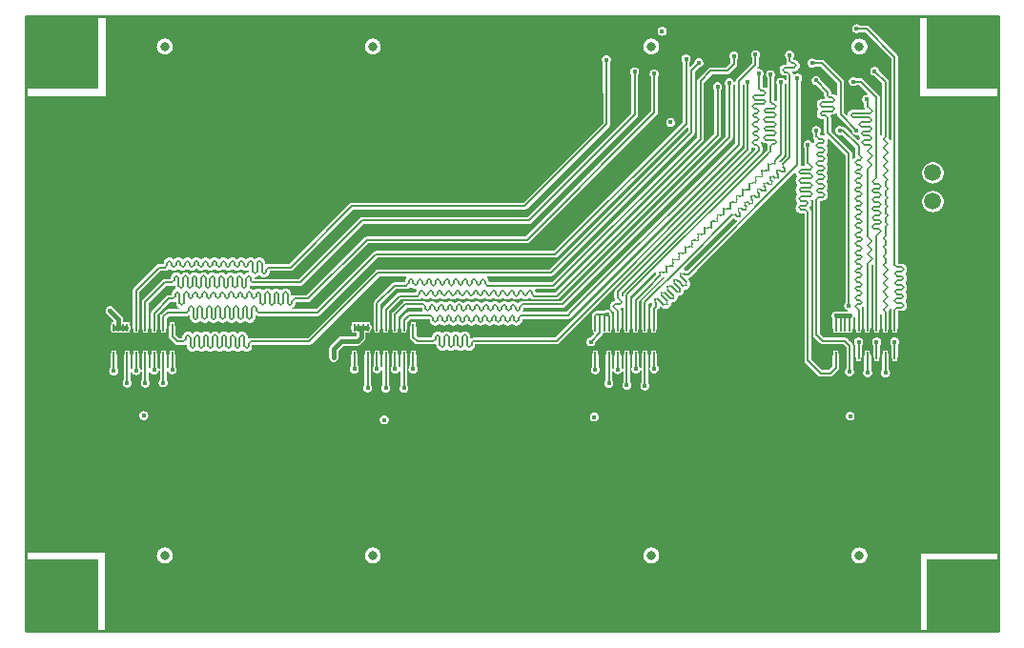
<source format=gbl>
G04 Layer_Physical_Order=4*
G04 Layer_Color=16711680*
%FSLAX43Y43*%
%MOMM*%
G71*
G01*
G75*
%ADD10C,0.200*%
%ADD17C,0.400*%
%ADD19C,0.100*%
%ADD20C,0.254*%
%ADD21C,1.500*%
%ADD22R,1.500X1.500*%
%ADD23C,0.800*%
%ADD24R,6.350X6.350*%
%ADD25C,0.400*%
%ADD31R,0.230X0.700*%
G36*
X79450Y47525D02*
X86375Y47501D01*
Y6900D01*
X79525D01*
Y0D01*
X7062D01*
Y7001D01*
X112D01*
X13Y7101D01*
X87Y47479D01*
X158Y47550D01*
X6985Y47525D01*
X7100Y47525D01*
X7075Y47550D01*
X7075Y47625D01*
Y54625D01*
X79450D01*
Y47525D01*
D02*
G37*
%LPC*%
G36*
X34598Y24925D02*
X34168D01*
Y24685D01*
X34140Y24652D01*
X34115Y24612D01*
X34097Y24568D01*
X34086Y24522D01*
X34082Y24475D01*
Y23547D01*
X34065Y23527D01*
X34036Y23484D01*
X34013Y23437D01*
X33996Y23387D01*
X33986Y23336D01*
X33982Y23283D01*
X33986Y23231D01*
X33996Y23180D01*
X34013Y23130D01*
X34036Y23083D01*
X34065Y23039D01*
X34100Y23000D01*
X34139Y22965D01*
X34183Y22936D01*
X34230Y22913D01*
X34280Y22896D01*
X34331Y22886D01*
X34383Y22882D01*
X34436Y22886D01*
X34487Y22896D01*
X34537Y22913D01*
X34584Y22936D01*
X34627Y22965D01*
X34667Y23000D01*
X34701Y23039D01*
X34730Y23083D01*
X34754Y23130D01*
X34771Y23180D01*
X34781Y23231D01*
X34784Y23283D01*
X34781Y23336D01*
X34771Y23387D01*
X34754Y23437D01*
X34730Y23484D01*
X34701Y23527D01*
X34684Y23547D01*
Y24475D01*
X34681Y24522D01*
X34670Y24568D01*
X34651Y24612D01*
X34627Y24652D01*
X34598Y24685D01*
Y24925D01*
D02*
G37*
G36*
X29398D02*
X28968D01*
Y24685D01*
X28940Y24652D01*
X28915Y24612D01*
X28897Y24568D01*
X28886Y24522D01*
X28882Y24475D01*
Y23547D01*
X28865Y23527D01*
X28836Y23484D01*
X28813Y23437D01*
X28796Y23387D01*
X28786Y23336D01*
X28782Y23283D01*
X28786Y23231D01*
X28796Y23180D01*
X28813Y23130D01*
X28836Y23083D01*
X28865Y23039D01*
X28900Y23000D01*
X28939Y22965D01*
X28983Y22936D01*
X29030Y22913D01*
X29080Y22896D01*
X29131Y22886D01*
X29183Y22882D01*
X29236Y22886D01*
X29287Y22896D01*
X29337Y22913D01*
X29384Y22936D01*
X29427Y22965D01*
X29467Y23000D01*
X29501Y23039D01*
X29530Y23083D01*
X29554Y23130D01*
X29571Y23180D01*
X29581Y23231D01*
X29584Y23283D01*
X29581Y23336D01*
X29571Y23387D01*
X29554Y23437D01*
X29530Y23484D01*
X29501Y23527D01*
X29484Y23547D01*
Y24475D01*
X29481Y24522D01*
X29470Y24568D01*
X29451Y24612D01*
X29427Y24652D01*
X29398Y24685D01*
Y24925D01*
D02*
G37*
G36*
X50782D02*
X50352D01*
Y24685D01*
X50323Y24652D01*
X50299Y24612D01*
X50280Y24568D01*
X50269Y24522D01*
X50266Y24475D01*
Y23497D01*
X50249Y23477D01*
X50220Y23434D01*
X50196Y23387D01*
X50179Y23337D01*
X50169Y23286D01*
X50166Y23233D01*
X50169Y23181D01*
X50179Y23130D01*
X50196Y23080D01*
X50220Y23033D01*
X50249Y22989D01*
X50283Y22950D01*
X50323Y22915D01*
X50366Y22886D01*
X50413Y22863D01*
X50463Y22846D01*
X50514Y22836D01*
X50567Y22832D01*
X50619Y22836D01*
X50670Y22846D01*
X50720Y22863D01*
X50767Y22886D01*
X50811Y22915D01*
X50850Y22950D01*
X50885Y22989D01*
X50914Y23033D01*
X50937Y23080D01*
X50954Y23130D01*
X50964Y23181D01*
X50968Y23233D01*
X50964Y23286D01*
X50954Y23337D01*
X50937Y23387D01*
X50914Y23434D01*
X50885Y23477D01*
X50868Y23497D01*
Y24475D01*
X50864Y24522D01*
X50853Y24568D01*
X50835Y24612D01*
X50810Y24652D01*
X50782Y24685D01*
Y24925D01*
D02*
G37*
G36*
X74965D02*
X74535D01*
Y24685D01*
X74507Y24652D01*
X74482Y24612D01*
X74464Y24568D01*
X74453Y24522D01*
X74449Y24475D01*
Y23239D01*
X74432Y23219D01*
X74403Y23175D01*
X74380Y23128D01*
X74363Y23079D01*
X74353Y23027D01*
X74349Y22975D01*
X74353Y22923D01*
X74363Y22871D01*
X74380Y22822D01*
X74403Y22775D01*
X74432Y22731D01*
X74467Y22692D01*
X74506Y22657D01*
X74550Y22628D01*
X74597Y22605D01*
X74646Y22588D01*
X74698Y22578D01*
X74750Y22574D01*
X74802Y22578D01*
X74854Y22588D01*
X74903Y22605D01*
X74950Y22628D01*
X74994Y22657D01*
X75033Y22692D01*
X75068Y22731D01*
X75097Y22775D01*
X75120Y22822D01*
X75137Y22871D01*
X75147Y22923D01*
X75151Y22975D01*
X75147Y23027D01*
X75137Y23079D01*
X75120Y23128D01*
X75097Y23175D01*
X75068Y23219D01*
X75051Y23239D01*
Y24475D01*
X75051Y24475D01*
X75047Y24522D01*
X75036Y24568D01*
X75018Y24612D01*
X74993Y24652D01*
X74965Y24685D01*
Y24925D01*
D02*
G37*
G36*
X8015D02*
X7585D01*
Y24685D01*
X7557Y24652D01*
X7532Y24612D01*
X7514Y24568D01*
X7503Y24522D01*
X7499Y24475D01*
Y23389D01*
X7482Y23369D01*
X7453Y23325D01*
X7430Y23278D01*
X7413Y23229D01*
X7403Y23177D01*
X7399Y23125D01*
X7403Y23073D01*
X7413Y23021D01*
X7430Y22972D01*
X7453Y22925D01*
X7482Y22881D01*
X7517Y22842D01*
X7556Y22807D01*
X7600Y22778D01*
X7647Y22755D01*
X7696Y22738D01*
X7748Y22728D01*
X7800Y22724D01*
X7852Y22728D01*
X7904Y22738D01*
X7953Y22755D01*
X8000Y22778D01*
X8044Y22807D01*
X8083Y22842D01*
X8118Y22881D01*
X8147Y22925D01*
X8170Y22972D01*
X8187Y23021D01*
X8197Y23073D01*
X8201Y23125D01*
X8197Y23177D01*
X8187Y23229D01*
X8170Y23278D01*
X8147Y23325D01*
X8118Y23369D01*
X8101Y23389D01*
Y24475D01*
X8097Y24522D01*
X8086Y24568D01*
X8068Y24612D01*
X8043Y24652D01*
X8015Y24685D01*
Y24925D01*
D02*
G37*
G36*
X53582D02*
X53152D01*
Y24685D01*
X53123Y24652D01*
X53099Y24612D01*
X53080Y24568D01*
X53069Y24522D01*
X53066Y24475D01*
Y23305D01*
X52966Y23283D01*
X52964Y23286D01*
X52962Y23298D01*
X52954Y23337D01*
X52937Y23387D01*
X52914Y23434D01*
X52885Y23477D01*
X52868Y23497D01*
Y24475D01*
X52864Y24522D01*
X52853Y24568D01*
X52835Y24612D01*
X52810Y24652D01*
X52782Y24685D01*
Y24925D01*
X52352D01*
Y24685D01*
X52323Y24652D01*
X52299Y24612D01*
X52280Y24568D01*
X52269Y24522D01*
X52266Y24475D01*
Y23497D01*
X52249Y23477D01*
X52220Y23434D01*
X52196Y23387D01*
X52179Y23337D01*
X52176Y23319D01*
X52076Y23329D01*
Y24467D01*
X52072Y24514D01*
X52061Y24560D01*
X52043Y24603D01*
X52018Y24644D01*
X51988Y24679D01*
X51982Y24686D01*
Y24925D01*
X51552D01*
Y24685D01*
X51523Y24652D01*
X51499Y24612D01*
X51480Y24568D01*
X51469Y24522D01*
X51466Y24475D01*
X51469Y24428D01*
X51474Y24409D01*
Y22264D01*
X51457Y22244D01*
X51428Y22200D01*
X51405Y22153D01*
X51388Y22104D01*
X51378Y22052D01*
X51374Y22000D01*
X51378Y21948D01*
X51388Y21896D01*
X51405Y21847D01*
X51428Y21800D01*
X51457Y21756D01*
X51492Y21717D01*
X51531Y21682D01*
X51575Y21653D01*
X51622Y21630D01*
X51671Y21613D01*
X51723Y21603D01*
X51775Y21599D01*
X51827Y21603D01*
X51879Y21613D01*
X51928Y21630D01*
X51975Y21653D01*
X52019Y21682D01*
X52058Y21717D01*
X52093Y21756D01*
X52122Y21800D01*
X52145Y21847D01*
X52162Y21896D01*
X52172Y21948D01*
X52176Y22000D01*
X52172Y22052D01*
X52162Y22104D01*
X52145Y22153D01*
X52122Y22200D01*
X52093Y22244D01*
X52076Y22264D01*
Y23138D01*
X52176Y23147D01*
X52179Y23130D01*
X52196Y23080D01*
X52220Y23033D01*
X52249Y22989D01*
X52283Y22950D01*
X52323Y22915D01*
X52366Y22886D01*
X52413Y22863D01*
X52463Y22846D01*
X52514Y22836D01*
X52567Y22832D01*
X52619Y22836D01*
X52670Y22846D01*
X52720Y22863D01*
X52767Y22886D01*
X52811Y22915D01*
X52850Y22950D01*
X52885Y22989D01*
X52914Y23033D01*
X52937Y23080D01*
X52954Y23130D01*
X52961Y23164D01*
X52964Y23181D01*
X52966Y23184D01*
X53066Y23162D01*
Y22104D01*
X53057Y22094D01*
X53028Y22050D01*
X53005Y22003D01*
X52988Y21954D01*
X52978Y21902D01*
X52974Y21850D01*
X52978Y21798D01*
X52988Y21746D01*
X53005Y21697D01*
X53028Y21650D01*
X53057Y21606D01*
X53092Y21567D01*
X53131Y21532D01*
X53175Y21503D01*
X53222Y21480D01*
X53271Y21463D01*
X53323Y21453D01*
X53375Y21449D01*
X53427Y21453D01*
X53479Y21463D01*
X53528Y21480D01*
X53575Y21503D01*
X53619Y21532D01*
X53658Y21567D01*
X53693Y21606D01*
X53722Y21650D01*
X53745Y21697D01*
X53762Y21746D01*
X53772Y21798D01*
X53776Y21850D01*
X53772Y21902D01*
X53762Y21954D01*
X53745Y22003D01*
X53722Y22050D01*
X53693Y22094D01*
X53668Y22123D01*
Y24475D01*
X53664Y24522D01*
X53653Y24568D01*
X53635Y24612D01*
X53610Y24652D01*
X53582Y24685D01*
Y24925D01*
D02*
G37*
G36*
X55182D02*
X54752D01*
Y24685D01*
X54723Y24652D01*
X54699Y24612D01*
X54680Y24568D01*
X54669Y24522D01*
X54666Y24475D01*
Y24309D01*
X54669Y24262D01*
X54674Y24243D01*
Y23347D01*
X54574Y23324D01*
X54572Y23327D01*
X54570Y23340D01*
X54562Y23379D01*
X54545Y23428D01*
X54522Y23475D01*
X54493Y23519D01*
X54476Y23539D01*
Y24301D01*
X54472Y24348D01*
X54468Y24367D01*
Y24475D01*
X54464Y24522D01*
X54453Y24568D01*
X54435Y24612D01*
X54410Y24652D01*
X54382Y24685D01*
Y24925D01*
X53952D01*
Y24685D01*
X53923Y24652D01*
X53899Y24612D01*
X53880Y24568D01*
X53869Y24522D01*
X53866Y24475D01*
Y24309D01*
X53869Y24262D01*
X53874Y24243D01*
Y23539D01*
X53857Y23519D01*
X53828Y23475D01*
X53805Y23428D01*
X53788Y23379D01*
X53778Y23327D01*
X53774Y23275D01*
X53778Y23223D01*
X53788Y23171D01*
X53805Y23122D01*
X53828Y23075D01*
X53857Y23031D01*
X53892Y22992D01*
X53931Y22957D01*
X53975Y22928D01*
X54022Y22905D01*
X54071Y22888D01*
X54123Y22878D01*
X54175Y22874D01*
X54227Y22878D01*
X54279Y22888D01*
X54328Y22905D01*
X54375Y22928D01*
X54419Y22957D01*
X54458Y22992D01*
X54493Y23031D01*
X54522Y23075D01*
X54545Y23122D01*
X54562Y23171D01*
X54569Y23205D01*
X54572Y23223D01*
X54574Y23226D01*
X54674Y23203D01*
Y22064D01*
X54657Y22044D01*
X54628Y22000D01*
X54605Y21953D01*
X54588Y21904D01*
X54578Y21852D01*
X54574Y21800D01*
X54578Y21748D01*
X54588Y21696D01*
X54605Y21647D01*
X54628Y21600D01*
X54657Y21556D01*
X54692Y21517D01*
X54731Y21482D01*
X54775Y21453D01*
X54822Y21430D01*
X54871Y21413D01*
X54923Y21403D01*
X54975Y21399D01*
X55027Y21403D01*
X55079Y21413D01*
X55128Y21430D01*
X55175Y21453D01*
X55219Y21482D01*
X55258Y21517D01*
X55293Y21556D01*
X55322Y21600D01*
X55345Y21647D01*
X55362Y21696D01*
X55372Y21748D01*
X55376Y21800D01*
X55372Y21852D01*
X55362Y21904D01*
X55345Y21953D01*
X55322Y22000D01*
X55293Y22044D01*
X55276Y22064D01*
Y24301D01*
X55272Y24348D01*
X55268Y24367D01*
Y24475D01*
X55264Y24522D01*
X55253Y24568D01*
X55235Y24612D01*
X55210Y24652D01*
X55182Y24685D01*
Y24925D01*
D02*
G37*
G36*
X13215D02*
X12785D01*
Y24685D01*
X12757Y24652D01*
X12732Y24612D01*
X12714Y24568D01*
X12703Y24522D01*
X12699Y24475D01*
Y23489D01*
X12682Y23469D01*
X12653Y23425D01*
X12630Y23378D01*
X12613Y23329D01*
X12606Y23295D01*
X12603Y23277D01*
X12601Y23274D01*
X12501Y23297D01*
Y24475D01*
X12497Y24522D01*
X12486Y24568D01*
X12468Y24612D01*
X12443Y24652D01*
X12415Y24685D01*
Y24925D01*
X11985D01*
Y24685D01*
X11957Y24652D01*
X11932Y24612D01*
X11914Y24568D01*
X11903Y24522D01*
X11899Y24475D01*
Y23272D01*
X11799Y23249D01*
X11797Y23252D01*
X11795Y23265D01*
X11787Y23304D01*
X11770Y23353D01*
X11747Y23400D01*
X11718Y23444D01*
X11701Y23464D01*
Y24475D01*
X11697Y24522D01*
X11686Y24568D01*
X11668Y24612D01*
X11643Y24652D01*
X11615Y24685D01*
Y24925D01*
X11185D01*
Y24685D01*
X11157Y24652D01*
X11132Y24612D01*
X11114Y24568D01*
X11103Y24522D01*
X11099Y24475D01*
Y23464D01*
X11082Y23444D01*
X11053Y23400D01*
X11030Y23353D01*
X11013Y23304D01*
X11006Y23270D01*
X11003Y23252D01*
X11001Y23249D01*
X10901Y23272D01*
Y24475D01*
X10897Y24522D01*
X10886Y24568D01*
X10868Y24612D01*
X10843Y24652D01*
X10815Y24685D01*
Y24925D01*
X10385D01*
Y24685D01*
X10357Y24652D01*
X10332Y24612D01*
X10314Y24568D01*
X10303Y24522D01*
X10299Y24475D01*
Y23222D01*
X10199Y23199D01*
X10197Y23202D01*
X10195Y23215D01*
X10187Y23254D01*
X10170Y23303D01*
X10147Y23350D01*
X10118Y23394D01*
X10101Y23414D01*
Y24475D01*
X10097Y24522D01*
X10086Y24568D01*
X10068Y24612D01*
X10043Y24652D01*
X10015Y24685D01*
Y24925D01*
X9585D01*
Y24685D01*
X9557Y24652D01*
X9532Y24612D01*
X9514Y24568D01*
X9503Y24522D01*
X9499Y24475D01*
Y23414D01*
X9482Y23394D01*
X9453Y23350D01*
X9430Y23303D01*
X9413Y23254D01*
X9406Y23220D01*
X9403Y23202D01*
X9401Y23199D01*
X9301Y23222D01*
Y24475D01*
X9297Y24522D01*
X9286Y24568D01*
X9268Y24612D01*
X9243Y24652D01*
X9215Y24685D01*
Y24925D01*
X8785D01*
Y24685D01*
X8757Y24652D01*
X8732Y24612D01*
X8714Y24568D01*
X8703Y24522D01*
X8699Y24475D01*
Y22314D01*
X8682Y22294D01*
X8653Y22250D01*
X8630Y22203D01*
X8613Y22154D01*
X8603Y22102D01*
X8599Y22050D01*
X8603Y21998D01*
X8613Y21946D01*
X8630Y21897D01*
X8653Y21850D01*
X8682Y21806D01*
X8717Y21767D01*
X8756Y21732D01*
X8800Y21703D01*
X8847Y21680D01*
X8896Y21663D01*
X8948Y21653D01*
X9000Y21649D01*
X9052Y21653D01*
X9104Y21663D01*
X9153Y21680D01*
X9200Y21703D01*
X9244Y21732D01*
X9283Y21767D01*
X9318Y21806D01*
X9347Y21850D01*
X9370Y21897D01*
X9387Y21946D01*
X9397Y21998D01*
X9401Y22050D01*
X9397Y22102D01*
X9387Y22154D01*
X9370Y22203D01*
X9347Y22250D01*
X9318Y22294D01*
X9301Y22314D01*
Y23078D01*
X9401Y23101D01*
X9403Y23098D01*
X9405Y23085D01*
X9413Y23046D01*
X9430Y22997D01*
X9453Y22950D01*
X9482Y22906D01*
X9517Y22867D01*
X9556Y22832D01*
X9600Y22803D01*
X9647Y22780D01*
X9696Y22763D01*
X9748Y22753D01*
X9800Y22749D01*
X9852Y22753D01*
X9904Y22763D01*
X9953Y22780D01*
X10000Y22803D01*
X10044Y22832D01*
X10083Y22867D01*
X10118Y22906D01*
X10147Y22950D01*
X10170Y22997D01*
X10187Y23046D01*
X10194Y23080D01*
X10197Y23098D01*
X10199Y23101D01*
X10299Y23078D01*
Y22314D01*
X10282Y22294D01*
X10253Y22250D01*
X10230Y22203D01*
X10213Y22154D01*
X10203Y22102D01*
X10199Y22050D01*
X10203Y21998D01*
X10213Y21946D01*
X10230Y21897D01*
X10253Y21850D01*
X10282Y21806D01*
X10317Y21767D01*
X10356Y21732D01*
X10400Y21703D01*
X10447Y21680D01*
X10496Y21663D01*
X10548Y21653D01*
X10600Y21649D01*
X10652Y21653D01*
X10704Y21663D01*
X10753Y21680D01*
X10800Y21703D01*
X10844Y21732D01*
X10883Y21767D01*
X10918Y21806D01*
X10947Y21850D01*
X10970Y21897D01*
X10987Y21946D01*
X10997Y21998D01*
X11001Y22050D01*
X10997Y22102D01*
X10987Y22154D01*
X10970Y22203D01*
X10947Y22250D01*
X10918Y22294D01*
X10901Y22314D01*
Y23128D01*
X11001Y23151D01*
X11003Y23148D01*
X11005Y23135D01*
X11013Y23096D01*
X11030Y23047D01*
X11053Y23000D01*
X11082Y22956D01*
X11117Y22917D01*
X11156Y22882D01*
X11200Y22853D01*
X11247Y22830D01*
X11296Y22813D01*
X11348Y22803D01*
X11400Y22799D01*
X11452Y22803D01*
X11504Y22813D01*
X11553Y22830D01*
X11600Y22853D01*
X11644Y22882D01*
X11683Y22917D01*
X11718Y22956D01*
X11747Y23000D01*
X11770Y23047D01*
X11787Y23096D01*
X11794Y23130D01*
X11797Y23148D01*
X11799Y23151D01*
X11899Y23128D01*
Y22339D01*
X11882Y22319D01*
X11853Y22275D01*
X11830Y22228D01*
X11813Y22179D01*
X11803Y22127D01*
X11799Y22075D01*
X11803Y22023D01*
X11813Y21971D01*
X11830Y21922D01*
X11853Y21875D01*
X11882Y21831D01*
X11917Y21792D01*
X11956Y21757D01*
X12000Y21728D01*
X12047Y21705D01*
X12096Y21688D01*
X12148Y21678D01*
X12200Y21674D01*
X12252Y21678D01*
X12304Y21688D01*
X12353Y21705D01*
X12400Y21728D01*
X12444Y21757D01*
X12483Y21792D01*
X12518Y21831D01*
X12547Y21875D01*
X12570Y21922D01*
X12587Y21971D01*
X12597Y22023D01*
X12601Y22075D01*
X12597Y22127D01*
X12587Y22179D01*
X12570Y22228D01*
X12547Y22275D01*
X12518Y22319D01*
X12501Y22339D01*
Y23153D01*
X12601Y23176D01*
X12603Y23173D01*
X12605Y23160D01*
X12613Y23121D01*
X12630Y23072D01*
X12653Y23025D01*
X12682Y22981D01*
X12717Y22942D01*
X12756Y22907D01*
X12800Y22878D01*
X12847Y22855D01*
X12896Y22838D01*
X12948Y22828D01*
X13000Y22824D01*
X13052Y22828D01*
X13104Y22838D01*
X13153Y22855D01*
X13200Y22878D01*
X13244Y22907D01*
X13283Y22942D01*
X13318Y22981D01*
X13347Y23025D01*
X13370Y23072D01*
X13387Y23121D01*
X13397Y23173D01*
X13401Y23225D01*
X13397Y23277D01*
X13387Y23329D01*
X13370Y23378D01*
X13347Y23425D01*
X13318Y23469D01*
X13301Y23489D01*
Y24475D01*
X13297Y24522D01*
X13286Y24568D01*
X13268Y24612D01*
X13243Y24652D01*
X13215Y24685D01*
Y24925D01*
D02*
G37*
G36*
X33798D02*
X33368D01*
Y24686D01*
X33362Y24679D01*
X33332Y24644D01*
X33307Y24603D01*
X33289Y24560D01*
X33278Y24514D01*
X33274Y24467D01*
Y23387D01*
X33174Y23378D01*
X33171Y23395D01*
X33154Y23445D01*
X33130Y23492D01*
X33101Y23536D01*
X33084Y23555D01*
Y24475D01*
X33081Y24522D01*
X33070Y24568D01*
X33051Y24612D01*
X33027Y24652D01*
X32998Y24685D01*
Y24925D01*
X32568D01*
Y24685D01*
X32540Y24652D01*
X32515Y24612D01*
X32497Y24568D01*
X32486Y24522D01*
X32482Y24475D01*
Y23555D01*
X32465Y23536D01*
X32436Y23492D01*
X32413Y23445D01*
X32396Y23395D01*
X32386Y23344D01*
X32382Y23292D01*
X32386Y23239D01*
X32396Y23188D01*
X32413Y23138D01*
X32436Y23091D01*
X32465Y23048D01*
X32500Y23008D01*
X32539Y22974D01*
X32583Y22945D01*
X32630Y22921D01*
X32680Y22904D01*
X32731Y22894D01*
X32783Y22891D01*
X32836Y22894D01*
X32887Y22904D01*
X32937Y22921D01*
X32984Y22945D01*
X33027Y22974D01*
X33067Y23008D01*
X33101Y23048D01*
X33130Y23091D01*
X33154Y23138D01*
X33171Y23188D01*
X33174Y23206D01*
X33274Y23196D01*
Y21839D01*
X33257Y21819D01*
X33228Y21775D01*
X33205Y21728D01*
X33188Y21679D01*
X33178Y21627D01*
X33174Y21575D01*
X33178Y21523D01*
X33188Y21471D01*
X33205Y21422D01*
X33228Y21375D01*
X33257Y21331D01*
X33292Y21292D01*
X33331Y21257D01*
X33375Y21228D01*
X33422Y21205D01*
X33471Y21188D01*
X33523Y21178D01*
X33575Y21174D01*
X33627Y21178D01*
X33679Y21188D01*
X33728Y21205D01*
X33775Y21228D01*
X33819Y21257D01*
X33858Y21292D01*
X33893Y21331D01*
X33922Y21375D01*
X33945Y21422D01*
X33962Y21471D01*
X33972Y21523D01*
X33976Y21575D01*
X33972Y21627D01*
X33962Y21679D01*
X33945Y21728D01*
X33922Y21775D01*
X33893Y21819D01*
X33876Y21839D01*
Y24409D01*
X33881Y24428D01*
X33884Y24475D01*
X33881Y24522D01*
X33870Y24568D01*
X33851Y24612D01*
X33827Y24652D01*
X33798Y24685D01*
Y24925D01*
D02*
G37*
G36*
X55982D02*
X55552D01*
Y24685D01*
X55523Y24652D01*
X55499Y24612D01*
X55480Y24568D01*
X55469Y24522D01*
X55466Y24475D01*
Y23520D01*
X55453Y23500D01*
X55430Y23453D01*
X55413Y23404D01*
X55403Y23352D01*
X55399Y23300D01*
X55403Y23248D01*
X55413Y23196D01*
X55430Y23147D01*
X55453Y23100D01*
X55482Y23056D01*
X55517Y23017D01*
X55556Y22982D01*
X55600Y22953D01*
X55647Y22930D01*
X55696Y22913D01*
X55748Y22903D01*
X55800Y22899D01*
X55852Y22903D01*
X55904Y22913D01*
X55953Y22930D01*
X56000Y22953D01*
X56044Y22982D01*
X56083Y23017D01*
X56118Y23056D01*
X56147Y23100D01*
X56170Y23147D01*
X56187Y23196D01*
X56197Y23248D01*
X56201Y23300D01*
X56197Y23352D01*
X56187Y23404D01*
X56170Y23453D01*
X56147Y23500D01*
X56118Y23544D01*
X56083Y23583D01*
X56068Y23597D01*
Y24475D01*
X56064Y24522D01*
X56053Y24568D01*
X56035Y24612D01*
X56010Y24652D01*
X55982Y24685D01*
Y24925D01*
D02*
G37*
G36*
X74020Y7439D02*
X73951Y7435D01*
X73882Y7425D01*
X73814Y7408D01*
X73749Y7385D01*
X73686Y7355D01*
X73626Y7319D01*
X73570Y7278D01*
X73519Y7231D01*
X73472Y7180D01*
X73431Y7124D01*
X73395Y7064D01*
X73365Y7001D01*
X73342Y6936D01*
X73325Y6868D01*
X73315Y6799D01*
X73311Y6730D01*
X73315Y6661D01*
X73325Y6592D01*
X73342Y6524D01*
X73365Y6459D01*
X73395Y6396D01*
X73431Y6336D01*
X73472Y6280D01*
X73519Y6229D01*
X73570Y6182D01*
X73626Y6141D01*
X73686Y6105D01*
X73749Y6075D01*
X73814Y6052D01*
X73882Y6035D01*
X73951Y6025D01*
X74020Y6021D01*
X74089Y6025D01*
X74158Y6035D01*
X74226Y6052D01*
X74291Y6075D01*
X74354Y6105D01*
X74414Y6141D01*
X74470Y6182D01*
X74521Y6229D01*
X74568Y6280D01*
X74609Y6336D01*
X74645Y6396D01*
X74675Y6459D01*
X74698Y6524D01*
X74715Y6592D01*
X74725Y6661D01*
X74729Y6730D01*
X74725Y6799D01*
X74715Y6868D01*
X74698Y6936D01*
X74675Y7001D01*
X74645Y7064D01*
X74609Y7124D01*
X74568Y7180D01*
X74521Y7231D01*
X74470Y7278D01*
X74414Y7319D01*
X74354Y7355D01*
X74291Y7385D01*
X74226Y7408D01*
X74158Y7425D01*
X74089Y7435D01*
X74020Y7439D01*
D02*
G37*
G36*
X31825Y19176D02*
X31773Y19172D01*
X31721Y19162D01*
X31672Y19145D01*
X31625Y19122D01*
X31581Y19093D01*
X31542Y19058D01*
X31507Y19019D01*
X31478Y18975D01*
X31455Y18928D01*
X31438Y18879D01*
X31428Y18827D01*
X31424Y18775D01*
X31428Y18723D01*
X31438Y18671D01*
X31455Y18622D01*
X31478Y18575D01*
X31507Y18531D01*
X31542Y18492D01*
X31581Y18457D01*
X31625Y18428D01*
X31672Y18405D01*
X31721Y18388D01*
X31773Y18378D01*
X31825Y18374D01*
X31877Y18378D01*
X31929Y18388D01*
X31978Y18405D01*
X32025Y18428D01*
X32069Y18457D01*
X32108Y18492D01*
X32143Y18531D01*
X32172Y18575D01*
X32195Y18622D01*
X32212Y18671D01*
X32222Y18723D01*
X32226Y18775D01*
X32222Y18827D01*
X32212Y18879D01*
X32195Y18928D01*
X32172Y18975D01*
X32143Y19019D01*
X32108Y19058D01*
X32069Y19093D01*
X32025Y19122D01*
X31978Y19145D01*
X31929Y19162D01*
X31877Y19172D01*
X31825Y19176D01*
D02*
G37*
G36*
X55545Y7439D02*
X55475Y7435D01*
X55407Y7425D01*
X55339Y7408D01*
X55274Y7385D01*
X55211Y7355D01*
X55151Y7319D01*
X55095Y7278D01*
X55044Y7231D01*
X54997Y7180D01*
X54956Y7124D01*
X54920Y7064D01*
X54890Y7001D01*
X54867Y6936D01*
X54850Y6868D01*
X54840Y6799D01*
X54836Y6730D01*
X54840Y6661D01*
X54850Y6592D01*
X54867Y6524D01*
X54890Y6459D01*
X54920Y6396D01*
X54956Y6336D01*
X54997Y6280D01*
X55044Y6229D01*
X55095Y6182D01*
X55151Y6141D01*
X55211Y6105D01*
X55274Y6075D01*
X55339Y6052D01*
X55407Y6035D01*
X55475Y6025D01*
X55545Y6021D01*
X55614Y6025D01*
X55683Y6035D01*
X55751Y6052D01*
X55816Y6075D01*
X55879Y6105D01*
X55939Y6141D01*
X55995Y6182D01*
X56046Y6229D01*
X56093Y6280D01*
X56134Y6336D01*
X56170Y6396D01*
X56200Y6459D01*
X56223Y6524D01*
X56240Y6592D01*
X56250Y6661D01*
X56254Y6730D01*
X56250Y6799D01*
X56240Y6868D01*
X56223Y6936D01*
X56200Y7001D01*
X56170Y7064D01*
X56134Y7124D01*
X56093Y7180D01*
X56046Y7231D01*
X55995Y7278D01*
X55939Y7319D01*
X55879Y7355D01*
X55816Y7385D01*
X55751Y7408D01*
X55683Y7425D01*
X55614Y7435D01*
X55545Y7439D01*
D02*
G37*
G36*
X12340D02*
X12271Y7435D01*
X12202Y7425D01*
X12134Y7408D01*
X12069Y7385D01*
X12006Y7355D01*
X11946Y7319D01*
X11890Y7278D01*
X11839Y7231D01*
X11792Y7180D01*
X11751Y7124D01*
X11715Y7064D01*
X11685Y7001D01*
X11662Y6936D01*
X11645Y6868D01*
X11635Y6799D01*
X11631Y6730D01*
X11635Y6661D01*
X11645Y6592D01*
X11662Y6524D01*
X11685Y6459D01*
X11715Y6396D01*
X11751Y6336D01*
X11792Y6280D01*
X11839Y6229D01*
X11890Y6182D01*
X11946Y6141D01*
X12006Y6105D01*
X12069Y6075D01*
X12134Y6052D01*
X12202Y6035D01*
X12271Y6025D01*
X12340Y6021D01*
X12409Y6025D01*
X12478Y6035D01*
X12546Y6052D01*
X12611Y6075D01*
X12674Y6105D01*
X12734Y6141D01*
X12790Y6182D01*
X12841Y6229D01*
X12888Y6280D01*
X12929Y6336D01*
X12965Y6396D01*
X12995Y6459D01*
X13018Y6524D01*
X13035Y6592D01*
X13045Y6661D01*
X13049Y6730D01*
X13045Y6799D01*
X13035Y6868D01*
X13018Y6936D01*
X12995Y7001D01*
X12965Y7064D01*
X12929Y7124D01*
X12888Y7180D01*
X12841Y7231D01*
X12790Y7278D01*
X12734Y7319D01*
X12674Y7355D01*
X12611Y7385D01*
X12546Y7408D01*
X12478Y7425D01*
X12409Y7435D01*
X12340Y7439D01*
D02*
G37*
G36*
X30815D02*
X30746Y7435D01*
X30677Y7425D01*
X30609Y7408D01*
X30544Y7385D01*
X30481Y7355D01*
X30421Y7319D01*
X30365Y7278D01*
X30314Y7231D01*
X30267Y7180D01*
X30226Y7124D01*
X30190Y7064D01*
X30160Y7001D01*
X30137Y6936D01*
X30120Y6868D01*
X30110Y6799D01*
X30106Y6730D01*
X30110Y6661D01*
X30120Y6592D01*
X30137Y6524D01*
X30160Y6459D01*
X30190Y6396D01*
X30226Y6336D01*
X30267Y6280D01*
X30314Y6229D01*
X30365Y6182D01*
X30421Y6141D01*
X30481Y6105D01*
X30544Y6075D01*
X30609Y6052D01*
X30677Y6035D01*
X30746Y6025D01*
X30815Y6021D01*
X30885Y6025D01*
X30953Y6035D01*
X31021Y6052D01*
X31086Y6075D01*
X31149Y6105D01*
X31209Y6141D01*
X31265Y6182D01*
X31316Y6229D01*
X31363Y6280D01*
X31404Y6336D01*
X31440Y6396D01*
X31470Y6459D01*
X31493Y6524D01*
X31510Y6592D01*
X31520Y6661D01*
X31524Y6730D01*
X31520Y6799D01*
X31510Y6868D01*
X31493Y6936D01*
X31470Y7001D01*
X31440Y7064D01*
X31404Y7124D01*
X31363Y7180D01*
X31316Y7231D01*
X31265Y7278D01*
X31209Y7319D01*
X31149Y7355D01*
X31086Y7385D01*
X31021Y7408D01*
X30953Y7425D01*
X30885Y7435D01*
X30815Y7439D01*
D02*
G37*
G36*
X30598Y24925D02*
X30168D01*
Y24686D01*
X30162Y24679D01*
X30132Y24644D01*
X30107Y24603D01*
X30089Y24560D01*
X30078Y24514D01*
X30074Y24467D01*
Y21915D01*
X30067Y21908D01*
X30032Y21869D01*
X30003Y21825D01*
X29980Y21778D01*
X29963Y21729D01*
X29953Y21677D01*
X29949Y21625D01*
X29953Y21573D01*
X29963Y21521D01*
X29980Y21472D01*
X30003Y21425D01*
X30032Y21381D01*
X30067Y21342D01*
X30106Y21307D01*
X30150Y21278D01*
X30197Y21255D01*
X30246Y21238D01*
X30298Y21228D01*
X30350Y21224D01*
X30402Y21228D01*
X30454Y21238D01*
X30503Y21255D01*
X30550Y21278D01*
X30594Y21307D01*
X30633Y21342D01*
X30668Y21381D01*
X30697Y21425D01*
X30720Y21472D01*
X30737Y21521D01*
X30747Y21573D01*
X30751Y21625D01*
X30747Y21677D01*
X30737Y21729D01*
X30720Y21778D01*
X30697Y21825D01*
X30676Y21857D01*
Y24409D01*
X30681Y24428D01*
X30684Y24475D01*
X30681Y24522D01*
X30670Y24568D01*
X30651Y24612D01*
X30627Y24652D01*
X30598Y24685D01*
Y24925D01*
D02*
G37*
G36*
X76565D02*
X76135D01*
Y24685D01*
X76107Y24652D01*
X76082Y24612D01*
X76064Y24568D01*
X76053Y24522D01*
X76049Y24475D01*
Y23214D01*
X76032Y23194D01*
X76003Y23150D01*
X75980Y23103D01*
X75963Y23054D01*
X75953Y23002D01*
X75949Y22950D01*
X75953Y22898D01*
X75963Y22846D01*
X75980Y22797D01*
X76003Y22750D01*
X76032Y22706D01*
X76067Y22667D01*
X76106Y22632D01*
X76150Y22603D01*
X76197Y22580D01*
X76246Y22563D01*
X76298Y22553D01*
X76350Y22549D01*
X76402Y22553D01*
X76454Y22563D01*
X76503Y22580D01*
X76550Y22603D01*
X76594Y22632D01*
X76633Y22667D01*
X76668Y22706D01*
X76697Y22750D01*
X76720Y22797D01*
X76737Y22846D01*
X76747Y22898D01*
X76751Y22950D01*
X76747Y23002D01*
X76737Y23054D01*
X76720Y23103D01*
X76697Y23150D01*
X76668Y23194D01*
X76651Y23214D01*
Y24475D01*
X76651Y24475D01*
X76647Y24522D01*
X76636Y24568D01*
X76618Y24612D01*
X76593Y24652D01*
X76565Y24685D01*
Y24925D01*
D02*
G37*
G36*
X10475Y19551D02*
X10423Y19547D01*
X10371Y19537D01*
X10322Y19520D01*
X10275Y19497D01*
X10231Y19468D01*
X10192Y19433D01*
X10157Y19394D01*
X10128Y19350D01*
X10105Y19303D01*
X10088Y19254D01*
X10078Y19202D01*
X10074Y19150D01*
X10078Y19098D01*
X10088Y19046D01*
X10105Y18997D01*
X10128Y18950D01*
X10157Y18906D01*
X10192Y18867D01*
X10231Y18832D01*
X10275Y18803D01*
X10322Y18780D01*
X10371Y18763D01*
X10423Y18753D01*
X10475Y18749D01*
X10527Y18753D01*
X10579Y18763D01*
X10628Y18780D01*
X10675Y18803D01*
X10719Y18832D01*
X10758Y18867D01*
X10793Y18906D01*
X10822Y18950D01*
X10845Y18997D01*
X10862Y19046D01*
X10872Y19098D01*
X10876Y19150D01*
X10872Y19202D01*
X10862Y19254D01*
X10845Y19303D01*
X10822Y19350D01*
X10793Y19394D01*
X10758Y19433D01*
X10719Y19468D01*
X10675Y19497D01*
X10628Y19520D01*
X10579Y19537D01*
X10527Y19547D01*
X10475Y19551D01*
D02*
G37*
G36*
X50475Y19426D02*
X50423Y19422D01*
X50371Y19412D01*
X50322Y19395D01*
X50275Y19372D01*
X50231Y19343D01*
X50192Y19308D01*
X50157Y19269D01*
X50128Y19225D01*
X50105Y19178D01*
X50088Y19129D01*
X50078Y19077D01*
X50074Y19025D01*
X50078Y18973D01*
X50088Y18921D01*
X50105Y18872D01*
X50128Y18825D01*
X50157Y18781D01*
X50192Y18742D01*
X50231Y18707D01*
X50275Y18678D01*
X50322Y18655D01*
X50371Y18638D01*
X50423Y18628D01*
X50475Y18624D01*
X50527Y18628D01*
X50579Y18638D01*
X50628Y18655D01*
X50675Y18678D01*
X50719Y18707D01*
X50758Y18742D01*
X50793Y18781D01*
X50822Y18825D01*
X50845Y18872D01*
X50862Y18921D01*
X50872Y18973D01*
X50876Y19025D01*
X50872Y19077D01*
X50862Y19129D01*
X50845Y19178D01*
X50822Y19225D01*
X50793Y19269D01*
X50758Y19308D01*
X50719Y19343D01*
X50675Y19372D01*
X50628Y19395D01*
X50579Y19412D01*
X50527Y19422D01*
X50475Y19426D01*
D02*
G37*
G36*
X73200Y19501D02*
X73148Y19497D01*
X73096Y19487D01*
X73047Y19470D01*
X73000Y19447D01*
X72956Y19418D01*
X72917Y19383D01*
X72882Y19344D01*
X72853Y19300D01*
X72830Y19253D01*
X72813Y19204D01*
X72803Y19152D01*
X72799Y19100D01*
X72803Y19048D01*
X72813Y18996D01*
X72830Y18947D01*
X72853Y18900D01*
X72882Y18856D01*
X72917Y18817D01*
X72956Y18782D01*
X73000Y18753D01*
X73047Y18730D01*
X73096Y18713D01*
X73148Y18703D01*
X73200Y18699D01*
X73252Y18703D01*
X73304Y18713D01*
X73353Y18730D01*
X73400Y18753D01*
X73444Y18782D01*
X73483Y18817D01*
X73518Y18856D01*
X73547Y18900D01*
X73570Y18947D01*
X73587Y18996D01*
X73597Y19048D01*
X73601Y19100D01*
X73597Y19152D01*
X73587Y19204D01*
X73570Y19253D01*
X73547Y19300D01*
X73518Y19344D01*
X73483Y19383D01*
X73444Y19418D01*
X73400Y19447D01*
X73353Y19470D01*
X73304Y19487D01*
X73252Y19497D01*
X73200Y19501D01*
D02*
G37*
G36*
X32198Y24925D02*
X31768D01*
Y24686D01*
X31762Y24679D01*
X31732Y24644D01*
X31707Y24603D01*
X31689Y24560D01*
X31678Y24514D01*
X31674Y24467D01*
Y23404D01*
X31574Y23394D01*
X31571Y23412D01*
X31554Y23462D01*
X31530Y23509D01*
X31501Y23552D01*
X31484Y23572D01*
Y24475D01*
X31481Y24522D01*
X31470Y24568D01*
X31451Y24612D01*
X31427Y24652D01*
X31398Y24685D01*
Y24925D01*
X30968D01*
Y24685D01*
X30940Y24652D01*
X30915Y24612D01*
X30897Y24568D01*
X30886Y24522D01*
X30882Y24475D01*
Y23572D01*
X30865Y23552D01*
X30836Y23509D01*
X30813Y23462D01*
X30796Y23412D01*
X30786Y23361D01*
X30782Y23308D01*
X30786Y23256D01*
X30796Y23205D01*
X30813Y23155D01*
X30836Y23108D01*
X30865Y23064D01*
X30900Y23025D01*
X30939Y22990D01*
X30983Y22961D01*
X31030Y22938D01*
X31080Y22921D01*
X31131Y22911D01*
X31183Y22907D01*
X31236Y22911D01*
X31287Y22921D01*
X31337Y22938D01*
X31384Y22961D01*
X31427Y22990D01*
X31467Y23025D01*
X31501Y23064D01*
X31530Y23108D01*
X31554Y23155D01*
X31571Y23205D01*
X31574Y23222D01*
X31674Y23213D01*
Y21864D01*
X31657Y21844D01*
X31628Y21800D01*
X31605Y21753D01*
X31588Y21704D01*
X31578Y21652D01*
X31574Y21600D01*
X31578Y21548D01*
X31588Y21496D01*
X31605Y21447D01*
X31628Y21400D01*
X31657Y21356D01*
X31692Y21317D01*
X31731Y21282D01*
X31775Y21253D01*
X31822Y21230D01*
X31871Y21213D01*
X31923Y21203D01*
X31975Y21199D01*
X32027Y21203D01*
X32079Y21213D01*
X32128Y21230D01*
X32175Y21253D01*
X32219Y21282D01*
X32258Y21317D01*
X32293Y21356D01*
X32322Y21400D01*
X32345Y21447D01*
X32362Y21496D01*
X32372Y21548D01*
X32376Y21600D01*
X32372Y21652D01*
X32362Y21704D01*
X32345Y21753D01*
X32322Y21800D01*
X32293Y21844D01*
X32276Y21864D01*
Y24409D01*
X32281Y24428D01*
X32284Y24475D01*
X32281Y24522D01*
X32270Y24568D01*
X32251Y24612D01*
X32227Y24652D01*
X32198Y24685D01*
Y24925D01*
D02*
G37*
G36*
X73775Y53926D02*
X73723Y53922D01*
X73671Y53912D01*
X73622Y53895D01*
X73575Y53872D01*
X73531Y53843D01*
X73492Y53808D01*
X73457Y53769D01*
X73428Y53725D01*
X73405Y53678D01*
X73388Y53629D01*
X73378Y53577D01*
X73374Y53525D01*
X73378Y53473D01*
X73388Y53421D01*
X73405Y53372D01*
X73428Y53325D01*
X73457Y53281D01*
X73492Y53242D01*
X73531Y53207D01*
X73575Y53178D01*
X73622Y53155D01*
X73671Y53138D01*
X73723Y53128D01*
X73775Y53124D01*
X73827Y53128D01*
X73879Y53138D01*
X73928Y53155D01*
X73975Y53178D01*
X74019Y53207D01*
X74039Y53224D01*
X74525D01*
X76849Y50900D01*
Y43658D01*
X76749Y43627D01*
X76742Y43637D01*
X76704Y43679D01*
X76662Y43716D01*
X76616Y43749D01*
X76610Y43775D01*
X76618Y43788D01*
X76636Y43832D01*
X76647Y43878D01*
X76651Y43925D01*
Y44400D01*
Y48775D01*
X76647Y48822D01*
X76636Y48868D01*
X76618Y48912D01*
X76593Y48952D01*
X76563Y48988D01*
X75774Y49776D01*
X75772Y49802D01*
X75762Y49854D01*
X75745Y49903D01*
X75722Y49950D01*
X75693Y49994D01*
X75658Y50033D01*
X75619Y50068D01*
X75575Y50097D01*
X75528Y50120D01*
X75479Y50137D01*
X75427Y50147D01*
X75375Y50151D01*
X75323Y50147D01*
X75271Y50137D01*
X75222Y50120D01*
X75175Y50097D01*
X75131Y50068D01*
X75092Y50033D01*
X75057Y49994D01*
X75028Y49950D01*
X75005Y49903D01*
X74988Y49854D01*
X74978Y49802D01*
X74974Y49750D01*
X74978Y49698D01*
X74988Y49646D01*
X75005Y49597D01*
X75028Y49550D01*
X75057Y49506D01*
X75092Y49467D01*
X75131Y49432D01*
X75175Y49403D01*
X75222Y49380D01*
X75271Y49363D01*
X75323Y49353D01*
X75349Y49351D01*
X76049Y48650D01*
Y44400D01*
Y44125D01*
X76038Y44117D01*
X75996Y44079D01*
X75958Y44037D01*
X75951Y44027D01*
X75851Y44058D01*
Y47400D01*
X75847Y47447D01*
X75836Y47493D01*
X75818Y47537D01*
X75793Y47577D01*
X75763Y47613D01*
X74338Y49038D01*
X74302Y49068D01*
X74262Y49093D01*
X74218Y49111D01*
X74172Y49122D01*
X74125Y49126D01*
X73739D01*
X73719Y49143D01*
X73675Y49172D01*
X73628Y49195D01*
X73579Y49212D01*
X73527Y49222D01*
X73475Y49226D01*
X73423Y49222D01*
X73371Y49212D01*
X73322Y49195D01*
X73275Y49172D01*
X73231Y49143D01*
X73192Y49108D01*
X73157Y49069D01*
X73128Y49025D01*
X73105Y48978D01*
X73088Y48929D01*
X73078Y48877D01*
X73074Y48825D01*
X73078Y48773D01*
X73088Y48721D01*
X73105Y48672D01*
X73128Y48625D01*
X73157Y48581D01*
X73192Y48542D01*
X73231Y48507D01*
X73275Y48478D01*
X73322Y48455D01*
X73371Y48438D01*
X73423Y48428D01*
X73475Y48424D01*
X73527Y48428D01*
X73579Y48438D01*
X73628Y48455D01*
X73675Y48478D01*
X73719Y48507D01*
X73739Y48524D01*
X74000D01*
X74787Y47738D01*
X74738Y47645D01*
X74727Y47647D01*
X74675Y47651D01*
X74623Y47647D01*
X74571Y47637D01*
X74522Y47620D01*
X74475Y47597D01*
X74431Y47568D01*
X74392Y47533D01*
X74357Y47494D01*
X74328Y47450D01*
X74305Y47403D01*
X74288Y47354D01*
X74278Y47302D01*
X74274Y47250D01*
X74278Y47198D01*
X74288Y47146D01*
X74305Y47097D01*
X74328Y47050D01*
X74357Y47006D01*
X74392Y46967D01*
X74431Y46932D01*
X74449Y46920D01*
Y46625D01*
X74450Y46619D01*
X74452Y46569D01*
X74462Y46514D01*
X74477Y46460D01*
X74491Y46426D01*
X74469Y46373D01*
X74430Y46326D01*
X73454D01*
X73447Y46325D01*
X73398Y46323D01*
X73342Y46313D01*
X73288Y46298D01*
X73236Y46276D01*
X73187Y46249D01*
X73141Y46217D01*
X73100Y46179D01*
X73062Y46137D01*
X73030Y46091D01*
X73002Y46042D01*
X72981Y45990D01*
X72965Y45936D01*
X72956Y45881D01*
X72955Y45862D01*
X72876Y45822D01*
X72854Y45821D01*
X72651Y46025D01*
Y48800D01*
X72647Y48847D01*
X72636Y48893D01*
X72618Y48937D01*
X72593Y48977D01*
X72563Y49013D01*
X70888Y50688D01*
X70852Y50718D01*
X70812Y50743D01*
X70768Y50761D01*
X70722Y50772D01*
X70675Y50776D01*
X70089D01*
X70069Y50793D01*
X70025Y50822D01*
X69978Y50845D01*
X69929Y50862D01*
X69877Y50872D01*
X69825Y50876D01*
X69773Y50872D01*
X69721Y50862D01*
X69672Y50845D01*
X69625Y50822D01*
X69581Y50793D01*
X69542Y50758D01*
X69507Y50719D01*
X69478Y50675D01*
X69455Y50628D01*
X69438Y50579D01*
X69428Y50527D01*
X69424Y50475D01*
X69428Y50423D01*
X69438Y50371D01*
X69455Y50322D01*
X69478Y50275D01*
X69507Y50231D01*
X69542Y50192D01*
X69581Y50157D01*
X69625Y50128D01*
X69672Y50105D01*
X69721Y50088D01*
X69773Y50078D01*
X69825Y50074D01*
X69877Y50078D01*
X69929Y50088D01*
X69978Y50105D01*
X70025Y50128D01*
X70069Y50157D01*
X70089Y50174D01*
X70550D01*
X72049Y48675D01*
Y47621D01*
X72037Y47610D01*
X71949Y47578D01*
X71934Y47592D01*
X71888Y47624D01*
X71839Y47651D01*
X71787Y47673D01*
X71733Y47688D01*
X71678Y47698D01*
X71628Y47700D01*
X71621Y47701D01*
X71501D01*
Y47900D01*
X71497Y47947D01*
X71486Y47993D01*
X71468Y48037D01*
X71443Y48077D01*
X71413Y48113D01*
X70574Y48951D01*
X70572Y48977D01*
X70562Y49029D01*
X70545Y49078D01*
X70522Y49125D01*
X70493Y49169D01*
X70458Y49208D01*
X70419Y49243D01*
X70375Y49272D01*
X70328Y49295D01*
X70279Y49312D01*
X70227Y49322D01*
X70175Y49326D01*
X70123Y49322D01*
X70071Y49312D01*
X70022Y49295D01*
X69975Y49272D01*
X69931Y49243D01*
X69892Y49208D01*
X69857Y49169D01*
X69828Y49125D01*
X69805Y49078D01*
X69788Y49029D01*
X69778Y48977D01*
X69774Y48925D01*
X69778Y48873D01*
X69788Y48821D01*
X69805Y48772D01*
X69828Y48725D01*
X69857Y48681D01*
X69892Y48642D01*
X69931Y48607D01*
X69975Y48578D01*
X70022Y48555D01*
X70071Y48538D01*
X70123Y48528D01*
X70149Y48526D01*
X70899Y47775D01*
Y47600D01*
X70900Y47594D01*
X70902Y47544D01*
X70912Y47489D01*
X70927Y47435D01*
X70941Y47401D01*
X70919Y47348D01*
X70880Y47301D01*
X70729D01*
X70722Y47300D01*
X70672Y47298D01*
X70617Y47288D01*
X70563Y47273D01*
X70511Y47251D01*
X70462Y47224D01*
X70416Y47192D01*
X70374Y47154D01*
X70337Y47112D01*
X70305Y47066D01*
X70277Y47017D01*
X70256Y46965D01*
X70240Y46911D01*
X70231Y46856D01*
X70228Y46806D01*
X70228Y46800D01*
X70228Y46794D01*
X70231Y46744D01*
X70240Y46689D01*
X70256Y46635D01*
X70277Y46583D01*
X70305Y46534D01*
X70337Y46488D01*
X70355Y46468D01*
X70374Y46444D01*
X70374Y46356D01*
X70355Y46332D01*
X70337Y46312D01*
X70305Y46266D01*
X70277Y46217D01*
X70256Y46165D01*
X70240Y46111D01*
X70231Y46056D01*
X70228Y46006D01*
X70228Y46000D01*
X70228Y45994D01*
X70231Y45944D01*
X70240Y45889D01*
X70256Y45835D01*
X70277Y45783D01*
X70305Y45734D01*
X70337Y45688D01*
X70374Y45646D01*
X70416Y45608D01*
X70462Y45576D01*
X70511Y45549D01*
X70563Y45527D01*
X70617Y45512D01*
X70672Y45502D01*
X70722Y45500D01*
X70729Y45499D01*
X70899D01*
Y44300D01*
X70903Y44253D01*
X70914Y44207D01*
X70932Y44163D01*
X70932Y44163D01*
X70911Y44056D01*
X70898Y44038D01*
X70882Y44028D01*
X70847Y44038D01*
X70791Y44048D01*
X70741Y44050D01*
X70735Y44051D01*
X70501D01*
Y44211D01*
X70518Y44231D01*
X70547Y44275D01*
X70570Y44322D01*
X70587Y44371D01*
X70597Y44423D01*
X70601Y44475D01*
X70597Y44527D01*
X70587Y44579D01*
X70570Y44628D01*
X70547Y44675D01*
X70518Y44719D01*
X70483Y44758D01*
X70444Y44793D01*
X70400Y44822D01*
X70353Y44845D01*
X70304Y44862D01*
X70252Y44872D01*
X70200Y44876D01*
X70148Y44872D01*
X70096Y44862D01*
X70047Y44845D01*
X70000Y44822D01*
X69956Y44793D01*
X69917Y44758D01*
X69882Y44719D01*
X69853Y44675D01*
X69830Y44628D01*
X69813Y44579D01*
X69803Y44527D01*
X69799Y44475D01*
X69803Y44423D01*
X69813Y44371D01*
X69830Y44322D01*
X69853Y44275D01*
X69882Y44231D01*
X69899Y44211D01*
Y43950D01*
X69900Y43944D01*
X69902Y43894D01*
X69912Y43839D01*
X69927Y43785D01*
X69949Y43733D01*
X69976Y43684D01*
X70008Y43638D01*
X70026Y43618D01*
X70046Y43594D01*
Y43506D01*
X70026Y43482D01*
X70008Y43462D01*
X69976Y43416D01*
X69949Y43367D01*
X69932Y43328D01*
X69906Y43321D01*
X69899Y43320D01*
X69828Y43331D01*
X69820Y43353D01*
X69797Y43400D01*
X69768Y43444D01*
X69733Y43483D01*
X69694Y43518D01*
X69650Y43547D01*
X69603Y43570D01*
X69554Y43587D01*
X69502Y43597D01*
X69450Y43601D01*
X69398Y43597D01*
X69346Y43587D01*
X69297Y43570D01*
X69250Y43547D01*
X69206Y43518D01*
X69167Y43483D01*
X69132Y43444D01*
X69103Y43400D01*
X69080Y43353D01*
X69063Y43304D01*
X69053Y43252D01*
X69049Y43200D01*
X69053Y43148D01*
X69063Y43096D01*
X69080Y43047D01*
X69103Y43000D01*
X69132Y42956D01*
X69149Y42936D01*
Y41625D01*
X69150Y41619D01*
X69152Y41569D01*
X69162Y41514D01*
X69177Y41460D01*
X69191Y41426D01*
X69169Y41373D01*
X69130Y41326D01*
X68919D01*
X68909Y41329D01*
X68835Y41392D01*
X68826Y41424D01*
Y48886D01*
X68843Y48906D01*
X68872Y48950D01*
X68895Y48997D01*
X68912Y49046D01*
X68922Y49098D01*
X68926Y49150D01*
X68922Y49202D01*
X68912Y49254D01*
X68895Y49303D01*
X68872Y49350D01*
X68843Y49394D01*
X68808Y49433D01*
X68769Y49468D01*
X68725Y49497D01*
X68678Y49520D01*
X68629Y49537D01*
X68577Y49547D01*
X68525Y49551D01*
X68473Y49547D01*
X68421Y49537D01*
X68372Y49520D01*
X68325Y49497D01*
X68281Y49468D01*
X68242Y49433D01*
X68226Y49416D01*
X68143Y49438D01*
X68133Y49445D01*
X68126Y49451D01*
X68125Y49456D01*
X68123Y49506D01*
X68113Y49561D01*
X68098Y49615D01*
X68084Y49649D01*
X68106Y49702D01*
X68145Y49749D01*
X68220D01*
X68226Y49750D01*
X68276Y49752D01*
X68331Y49762D01*
X68385Y49777D01*
X68437Y49799D01*
X68486Y49826D01*
X68532Y49858D01*
X68574Y49896D01*
X68611Y49938D01*
X68644Y49984D01*
X68671Y50033D01*
X68693Y50085D01*
X68708Y50139D01*
X68717Y50194D01*
X68720Y50244D01*
X68721Y50250D01*
X68720Y50256D01*
X68717Y50306D01*
X68708Y50361D01*
X68693Y50415D01*
X68671Y50467D01*
X68644Y50516D01*
X68611Y50562D01*
X68574Y50604D01*
X68532Y50642D01*
X68486Y50674D01*
X68437Y50701D01*
X68385Y50723D01*
X68331Y50738D01*
X68276Y50748D01*
X68226Y50750D01*
X68220Y50751D01*
X68126D01*
Y50911D01*
X68143Y50931D01*
X68172Y50975D01*
X68195Y51022D01*
X68212Y51071D01*
X68222Y51123D01*
X68226Y51175D01*
X68222Y51227D01*
X68212Y51279D01*
X68195Y51328D01*
X68172Y51375D01*
X68143Y51419D01*
X68108Y51458D01*
X68069Y51493D01*
X68025Y51522D01*
X67978Y51545D01*
X67929Y51562D01*
X67877Y51572D01*
X67825Y51576D01*
X67773Y51572D01*
X67721Y51562D01*
X67672Y51545D01*
X67625Y51522D01*
X67581Y51493D01*
X67542Y51458D01*
X67507Y51419D01*
X67478Y51375D01*
X67455Y51328D01*
X67438Y51279D01*
X67428Y51227D01*
X67424Y51175D01*
X67428Y51123D01*
X67438Y51071D01*
X67455Y51022D01*
X67478Y50975D01*
X67507Y50931D01*
X67524Y50911D01*
Y50650D01*
X67525Y50644D01*
X67527Y50594D01*
X67537Y50539D01*
X67552Y50485D01*
X67566Y50451D01*
X67544Y50398D01*
X67505Y50351D01*
X67430D01*
X67424Y50350D01*
X67374Y50348D01*
X67319Y50338D01*
X67265Y50323D01*
X67213Y50301D01*
X67164Y50274D01*
X67118Y50242D01*
X67076Y50204D01*
X67039Y50162D01*
X67006Y50116D01*
X66979Y50067D01*
X66957Y50015D01*
X66942Y49961D01*
X66933Y49906D01*
X66930Y49856D01*
X66929Y49850D01*
X66930Y49844D01*
X66933Y49794D01*
X66942Y49739D01*
X66957Y49685D01*
X66979Y49633D01*
X67006Y49584D01*
X67039Y49538D01*
X67076Y49496D01*
X67118Y49458D01*
X67164Y49426D01*
X67213Y49399D01*
X67265Y49377D01*
X67319Y49362D01*
X67374Y49352D01*
X67424Y49350D01*
X67430Y49349D01*
X67524D01*
Y48934D01*
X67424Y48917D01*
X67420Y48928D01*
X67397Y48975D01*
X67368Y49019D01*
X67333Y49058D01*
X67294Y49093D01*
X67250Y49122D01*
X67203Y49145D01*
X67154Y49162D01*
X67102Y49172D01*
X67050Y49176D01*
X66998Y49172D01*
X66946Y49162D01*
X66897Y49145D01*
X66850Y49122D01*
X66806Y49093D01*
X66767Y49058D01*
X66732Y49019D01*
X66703Y48975D01*
X66680Y48928D01*
X66663Y48879D01*
X66653Y48827D01*
X66649Y48775D01*
X66653Y48723D01*
X66663Y48671D01*
X66680Y48622D01*
X66703Y48575D01*
X66732Y48531D01*
X66749Y48511D01*
Y47165D01*
X66676Y47114D01*
X66649Y47105D01*
X66605Y47123D01*
X66551Y47138D01*
X66496Y47148D01*
X66446Y47150D01*
X66440Y47151D01*
X66426D01*
Y48475D01*
Y49186D01*
X66443Y49206D01*
X66472Y49250D01*
X66495Y49297D01*
X66512Y49346D01*
X66522Y49398D01*
X66526Y49450D01*
X66522Y49502D01*
X66512Y49554D01*
X66495Y49603D01*
X66472Y49650D01*
X66443Y49694D01*
X66408Y49733D01*
X66369Y49768D01*
X66325Y49797D01*
X66278Y49820D01*
X66229Y49837D01*
X66177Y49847D01*
X66125Y49851D01*
X66073Y49847D01*
X66021Y49837D01*
X65972Y49820D01*
X65925Y49797D01*
X65881Y49768D01*
X65842Y49733D01*
X65807Y49694D01*
X65778Y49650D01*
X65755Y49603D01*
X65738Y49554D01*
X65728Y49502D01*
X65724Y49450D01*
X65728Y49398D01*
X65738Y49346D01*
X65755Y49297D01*
X65778Y49250D01*
X65807Y49206D01*
X65824Y49186D01*
Y48325D01*
X65809Y48308D01*
X65724Y48268D01*
X65709Y48276D01*
X65657Y48298D01*
X65603Y48313D01*
X65548Y48323D01*
X65498Y48325D01*
X65492Y48326D01*
X65401D01*
Y49286D01*
X65418Y49306D01*
X65447Y49350D01*
X65470Y49397D01*
X65487Y49446D01*
X65497Y49498D01*
X65501Y49550D01*
X65497Y49602D01*
X65487Y49654D01*
X65470Y49703D01*
X65447Y49750D01*
X65418Y49794D01*
X65383Y49833D01*
X65344Y49868D01*
X65300Y49897D01*
X65253Y49920D01*
X65204Y49937D01*
X65152Y49947D01*
X65100Y49951D01*
X65048Y49947D01*
X64996Y49937D01*
X64970Y49928D01*
X64916Y50016D01*
X65013Y50112D01*
X65043Y50148D01*
X65068Y50188D01*
X65086Y50232D01*
X65097Y50278D01*
X65101Y50325D01*
Y50961D01*
X65118Y50981D01*
X65147Y51025D01*
X65170Y51072D01*
X65187Y51121D01*
X65197Y51173D01*
X65201Y51225D01*
X65197Y51277D01*
X65187Y51329D01*
X65170Y51378D01*
X65147Y51425D01*
X65118Y51469D01*
X65083Y51508D01*
X65044Y51543D01*
X65000Y51572D01*
X64953Y51595D01*
X64904Y51612D01*
X64852Y51622D01*
X64800Y51626D01*
X64748Y51622D01*
X64696Y51612D01*
X64647Y51595D01*
X64600Y51572D01*
X64556Y51543D01*
X64517Y51508D01*
X64482Y51469D01*
X64453Y51425D01*
X64430Y51378D01*
X64413Y51329D01*
X64403Y51277D01*
X64399Y51225D01*
X64403Y51173D01*
X64413Y51121D01*
X64430Y51072D01*
X64453Y51025D01*
X64482Y50981D01*
X64499Y50961D01*
Y50450D01*
X63112Y49063D01*
X63082Y49027D01*
X63057Y48987D01*
X63039Y48943D01*
X63028Y48897D01*
X63024Y48850D01*
Y43350D01*
X48079Y28404D01*
X48079Y28404D01*
X48025Y28351D01*
X44195D01*
X44156Y28398D01*
X44134Y28451D01*
X44148Y28485D01*
X44163Y28539D01*
X44173Y28594D01*
X44175Y28644D01*
X44176Y28650D01*
Y28724D01*
X47650D01*
X47697Y28728D01*
X47743Y28739D01*
X47787Y28757D01*
X47827Y28782D01*
X47863Y28812D01*
X62688Y43637D01*
X62718Y43673D01*
X62743Y43713D01*
X62761Y43757D01*
X62772Y43803D01*
X62776Y43850D01*
Y48461D01*
X62793Y48481D01*
X62822Y48525D01*
X62845Y48572D01*
X62862Y48621D01*
X62872Y48673D01*
X62876Y48725D01*
X62872Y48777D01*
X62862Y48829D01*
X62845Y48878D01*
X62822Y48925D01*
X62793Y48969D01*
X62758Y49008D01*
X62719Y49043D01*
X62675Y49072D01*
X62628Y49095D01*
X62579Y49112D01*
X62527Y49122D01*
X62475Y49126D01*
X62423Y49122D01*
X62371Y49112D01*
X62322Y49095D01*
X62275Y49072D01*
X62231Y49043D01*
X62192Y49008D01*
X62157Y48969D01*
X62128Y48925D01*
X62105Y48878D01*
X62088Y48829D01*
X62078Y48777D01*
X62074Y48725D01*
X62078Y48673D01*
X62088Y48621D01*
X62105Y48572D01*
X62128Y48525D01*
X62157Y48481D01*
X62174Y48461D01*
Y43975D01*
X47525Y29326D01*
X44075D01*
X44069Y29325D01*
X44019Y29323D01*
X43964Y29313D01*
X43910Y29298D01*
X43858Y29276D01*
X43809Y29249D01*
X43763Y29217D01*
X43743Y29199D01*
X43718Y29179D01*
X43631D01*
X43607Y29199D01*
X43587Y29217D01*
X43541Y29249D01*
X43492Y29276D01*
X43440Y29298D01*
X43386Y29313D01*
X43331Y29323D01*
X43281Y29325D01*
X43275Y29326D01*
X43269Y29325D01*
X43219Y29323D01*
X43164Y29313D01*
X43110Y29298D01*
X43058Y29276D01*
X43009Y29249D01*
X42963Y29217D01*
X42943Y29199D01*
X42918Y29179D01*
X42831D01*
X42807Y29199D01*
X42787Y29217D01*
X42741Y29249D01*
X42692Y29276D01*
X42640Y29298D01*
X42586Y29313D01*
X42531Y29323D01*
X42481Y29325D01*
X42475Y29326D01*
X42469Y29325D01*
X42419Y29323D01*
X42364Y29313D01*
X42310Y29298D01*
X42258Y29276D01*
X42209Y29249D01*
X42163Y29217D01*
X42143Y29199D01*
X42118Y29179D01*
X42031D01*
X42007Y29199D01*
X41987Y29217D01*
X41941Y29249D01*
X41892Y29276D01*
X41840Y29298D01*
X41786Y29313D01*
X41731Y29323D01*
X41681Y29325D01*
X41675Y29326D01*
X41669Y29325D01*
X41619Y29323D01*
X41564Y29313D01*
X41510Y29298D01*
X41458Y29276D01*
X41409Y29249D01*
X41363Y29217D01*
X41343Y29199D01*
X41319Y29179D01*
X41231D01*
X41207Y29199D01*
X41187Y29217D01*
X41141Y29249D01*
X41092Y29276D01*
X41040Y29298D01*
X40986Y29313D01*
X40931Y29323D01*
X40881Y29325D01*
X40875Y29326D01*
X40869Y29325D01*
X40819Y29323D01*
X40764Y29313D01*
X40710Y29298D01*
X40658Y29276D01*
X40609Y29249D01*
X40563Y29217D01*
X40543Y29199D01*
X40519Y29179D01*
X40431D01*
X40407Y29199D01*
X40387Y29217D01*
X40341Y29249D01*
X40292Y29276D01*
X40240Y29298D01*
X40186Y29313D01*
X40131Y29323D01*
X40081Y29325D01*
X40075Y29326D01*
X40069Y29325D01*
X40019Y29323D01*
X39964Y29313D01*
X39910Y29298D01*
X39858Y29276D01*
X39809Y29249D01*
X39763Y29217D01*
X39743Y29199D01*
X39718Y29179D01*
X39631D01*
X39607Y29199D01*
X39587Y29217D01*
X39541Y29249D01*
X39492Y29276D01*
X39440Y29298D01*
X39386Y29313D01*
X39331Y29323D01*
X39281Y29325D01*
X39275Y29326D01*
X39269Y29325D01*
X39219Y29323D01*
X39164Y29313D01*
X39110Y29298D01*
X39058Y29276D01*
X39009Y29249D01*
X38963Y29217D01*
X38943Y29199D01*
X38918Y29179D01*
X38831D01*
X38807Y29199D01*
X38787Y29217D01*
X38741Y29249D01*
X38692Y29276D01*
X38640Y29298D01*
X38586Y29313D01*
X38531Y29323D01*
X38481Y29325D01*
X38475Y29326D01*
X38469Y29325D01*
X38419Y29323D01*
X38364Y29313D01*
X38310Y29298D01*
X38258Y29276D01*
X38209Y29249D01*
X38163Y29217D01*
X38143Y29199D01*
X38119Y29179D01*
X38031D01*
X38007Y29199D01*
X37987Y29217D01*
X37941Y29249D01*
X37892Y29276D01*
X37840Y29298D01*
X37786Y29313D01*
X37731Y29323D01*
X37681Y29325D01*
X37675Y29326D01*
X37669Y29325D01*
X37619Y29323D01*
X37564Y29313D01*
X37510Y29298D01*
X37458Y29276D01*
X37409Y29249D01*
X37363Y29217D01*
X37343Y29199D01*
X37319Y29179D01*
X37231D01*
X37207Y29199D01*
X37187Y29217D01*
X37141Y29249D01*
X37092Y29276D01*
X37040Y29298D01*
X36986Y29313D01*
X36931Y29323D01*
X36881Y29325D01*
X36875Y29326D01*
X36869Y29325D01*
X36819Y29323D01*
X36764Y29313D01*
X36710Y29298D01*
X36658Y29276D01*
X36609Y29249D01*
X36563Y29217D01*
X36543Y29199D01*
X36519Y29179D01*
X36431D01*
X36407Y29199D01*
X36387Y29217D01*
X36341Y29249D01*
X36292Y29276D01*
X36240Y29298D01*
X36186Y29313D01*
X36131Y29323D01*
X36081Y29325D01*
X36075Y29326D01*
X36069Y29325D01*
X36019Y29323D01*
X35964Y29313D01*
X35910Y29298D01*
X35858Y29276D01*
X35809Y29249D01*
X35763Y29217D01*
X35743Y29199D01*
X35719Y29179D01*
X35631D01*
X35607Y29199D01*
X35587Y29217D01*
X35541Y29249D01*
X35492Y29276D01*
X35440Y29298D01*
X35386Y29313D01*
X35331Y29323D01*
X35281Y29325D01*
X35275Y29326D01*
X33700D01*
X33653Y29322D01*
X33607Y29311D01*
X33563Y29293D01*
X33523Y29268D01*
X33487Y29238D01*
X32571Y28321D01*
X32540Y28285D01*
X32515Y28245D01*
X32497Y28201D01*
X32486Y28155D01*
X32482Y28108D01*
Y26975D01*
X32486Y26928D01*
X32497Y26882D01*
X32515Y26838D01*
X32540Y26798D01*
X32568Y26765D01*
Y26525D01*
X32998D01*
Y26765D01*
X33027Y26798D01*
X33051Y26838D01*
X33070Y26882D01*
X33081Y26928D01*
X33084Y26975D01*
Y27984D01*
X33825Y28724D01*
X35174D01*
Y28650D01*
X35175Y28644D01*
X35177Y28594D01*
X35187Y28539D01*
X35202Y28485D01*
X35216Y28451D01*
X35194Y28398D01*
X35155Y28351D01*
X34025D01*
X33978Y28347D01*
X33932Y28336D01*
X33888Y28318D01*
X33848Y28293D01*
X33812Y28263D01*
X33371Y27821D01*
X33340Y27785D01*
X33315Y27745D01*
X33297Y27701D01*
X33286Y27655D01*
X33282Y27608D01*
Y26975D01*
X33286Y26928D01*
X33297Y26882D01*
X33315Y26838D01*
X33340Y26798D01*
X33368Y26765D01*
Y26525D01*
X33798D01*
Y26765D01*
X33827Y26798D01*
X33851Y26838D01*
X33870Y26882D01*
X33881Y26928D01*
X33884Y26975D01*
Y27484D01*
X34150Y27749D01*
X35874D01*
Y27650D01*
X35875Y27644D01*
X35877Y27594D01*
X35887Y27539D01*
X35902Y27485D01*
X35924Y27433D01*
X35951Y27384D01*
X35983Y27338D01*
X36021Y27296D01*
X36063Y27258D01*
X36109Y27226D01*
X36158Y27199D01*
X36210Y27177D01*
X36264Y27162D01*
X36319Y27152D01*
X36369Y27150D01*
X36375Y27149D01*
X36381Y27150D01*
X36431Y27152D01*
X36486Y27162D01*
X36540Y27177D01*
X36592Y27199D01*
X36641Y27226D01*
X36687Y27258D01*
X36707Y27276D01*
X36731Y27296D01*
X36819D01*
X36843Y27276D01*
X36863Y27258D01*
X36909Y27226D01*
X36958Y27199D01*
X37010Y27177D01*
X37064Y27162D01*
X37119Y27152D01*
X37169Y27150D01*
X37175Y27149D01*
X37181Y27150D01*
X37231Y27152D01*
X37286Y27162D01*
X37340Y27177D01*
X37392Y27199D01*
X37441Y27226D01*
X37487Y27258D01*
X37507Y27276D01*
X37531Y27296D01*
X37619D01*
X37643Y27276D01*
X37663Y27258D01*
X37709Y27226D01*
X37758Y27199D01*
X37810Y27177D01*
X37864Y27162D01*
X37919Y27152D01*
X37969Y27150D01*
X37975Y27149D01*
X37981Y27150D01*
X38031Y27152D01*
X38086Y27162D01*
X38140Y27177D01*
X38192Y27199D01*
X38241Y27226D01*
X38287Y27258D01*
X38307Y27276D01*
X38331Y27296D01*
X38419D01*
X38443Y27276D01*
X38463Y27258D01*
X38509Y27226D01*
X38558Y27199D01*
X38610Y27177D01*
X38664Y27162D01*
X38719Y27152D01*
X38769Y27150D01*
X38775Y27149D01*
X38781Y27150D01*
X38831Y27152D01*
X38886Y27162D01*
X38940Y27177D01*
X38992Y27199D01*
X39041Y27226D01*
X39087Y27258D01*
X39107Y27276D01*
X39131Y27296D01*
X39219D01*
X39243Y27276D01*
X39263Y27258D01*
X39309Y27226D01*
X39358Y27199D01*
X39410Y27177D01*
X39464Y27162D01*
X39519Y27152D01*
X39569Y27150D01*
X39575Y27149D01*
X39581Y27150D01*
X39631Y27152D01*
X39686Y27162D01*
X39740Y27177D01*
X39792Y27199D01*
X39841Y27226D01*
X39887Y27258D01*
X39907Y27276D01*
X39931Y27296D01*
X40019D01*
X40043Y27276D01*
X40063Y27258D01*
X40109Y27226D01*
X40158Y27199D01*
X40210Y27177D01*
X40264Y27162D01*
X40319Y27152D01*
X40369Y27150D01*
X40375Y27149D01*
X40381Y27150D01*
X40431Y27152D01*
X40486Y27162D01*
X40540Y27177D01*
X40592Y27199D01*
X40641Y27226D01*
X40687Y27258D01*
X40707Y27276D01*
X40731Y27296D01*
X40819D01*
X40843Y27276D01*
X40863Y27258D01*
X40909Y27226D01*
X40958Y27199D01*
X41010Y27177D01*
X41064Y27162D01*
X41119Y27152D01*
X41169Y27150D01*
X41175Y27149D01*
X41181Y27150D01*
X41231Y27152D01*
X41286Y27162D01*
X41340Y27177D01*
X41392Y27199D01*
X41441Y27226D01*
X41487Y27258D01*
X41507Y27276D01*
X41531Y27296D01*
X41618D01*
X41643Y27276D01*
X41663Y27258D01*
X41709Y27226D01*
X41758Y27199D01*
X41810Y27177D01*
X41864Y27162D01*
X41919Y27152D01*
X41969Y27150D01*
X41975Y27149D01*
X41981Y27150D01*
X42031Y27152D01*
X42086Y27162D01*
X42140Y27177D01*
X42192Y27199D01*
X42241Y27226D01*
X42287Y27258D01*
X42307Y27276D01*
X42331Y27296D01*
X42418D01*
X42443Y27276D01*
X42463Y27258D01*
X42509Y27226D01*
X42558Y27199D01*
X42610Y27177D01*
X42664Y27162D01*
X42719Y27152D01*
X42769Y27150D01*
X42775Y27149D01*
X42781Y27150D01*
X42831Y27152D01*
X42886Y27162D01*
X42940Y27177D01*
X42992Y27199D01*
X43041Y27226D01*
X43087Y27258D01*
X43107Y27276D01*
X43131Y27296D01*
X43218D01*
X43243Y27276D01*
X43263Y27258D01*
X43309Y27226D01*
X43358Y27199D01*
X43410Y27177D01*
X43464Y27162D01*
X43519Y27152D01*
X43569Y27150D01*
X43575Y27149D01*
X43581Y27150D01*
X43631Y27152D01*
X43686Y27162D01*
X43740Y27177D01*
X43792Y27199D01*
X43841Y27226D01*
X43887Y27258D01*
X43929Y27296D01*
X43967Y27338D01*
X43999Y27384D01*
X44026Y27433D01*
X44048Y27485D01*
X44063Y27539D01*
X44073Y27594D01*
X44075Y27644D01*
X44076Y27650D01*
Y27749D01*
X48150D01*
X48197Y27753D01*
X48243Y27764D01*
X48287Y27782D01*
X48327Y27807D01*
X48363Y27837D01*
X48504Y27979D01*
X48504Y27979D01*
X63538Y43012D01*
X63568Y43048D01*
X63593Y43088D01*
X63611Y43132D01*
X63622Y43178D01*
X63626Y43225D01*
Y48626D01*
X63650Y48644D01*
X63682Y48645D01*
X63773Y48610D01*
X63778Y48600D01*
X63807Y48556D01*
X63824Y48536D01*
Y42900D01*
X47000Y26076D01*
X39775D01*
X39769Y26075D01*
X39719Y26073D01*
X39664Y26063D01*
X39610Y26048D01*
X39576Y26034D01*
X39523Y26056D01*
X39476Y26095D01*
Y26140D01*
X39475Y26146D01*
X39473Y26196D01*
X39463Y26252D01*
X39448Y26306D01*
X39426Y26357D01*
X39399Y26407D01*
X39367Y26452D01*
X39329Y26494D01*
X39287Y26532D01*
X39241Y26564D01*
X39192Y26591D01*
X39140Y26613D01*
X39086Y26628D01*
X39031Y26638D01*
X38981Y26641D01*
X38975Y26641D01*
X38969Y26641D01*
X38919Y26638D01*
X38864Y26628D01*
X38810Y26613D01*
X38758Y26591D01*
X38709Y26564D01*
X38663Y26532D01*
X38643Y26514D01*
X38619Y26494D01*
X38531D01*
X38507Y26514D01*
X38487Y26532D01*
X38441Y26564D01*
X38392Y26591D01*
X38340Y26613D01*
X38286Y26628D01*
X38231Y26638D01*
X38181Y26641D01*
X38175Y26641D01*
X38169Y26641D01*
X38119Y26638D01*
X38064Y26628D01*
X38010Y26613D01*
X37958Y26591D01*
X37909Y26564D01*
X37863Y26532D01*
X37843Y26514D01*
X37819Y26494D01*
X37731D01*
X37707Y26514D01*
X37687Y26532D01*
X37641Y26564D01*
X37592Y26591D01*
X37540Y26613D01*
X37486Y26628D01*
X37431Y26638D01*
X37381Y26641D01*
X37375Y26641D01*
X37369Y26641D01*
X37319Y26638D01*
X37264Y26628D01*
X37210Y26613D01*
X37158Y26591D01*
X37109Y26564D01*
X37063Y26532D01*
X37043Y26514D01*
X37019Y26494D01*
X36931D01*
X36907Y26514D01*
X36887Y26532D01*
X36841Y26564D01*
X36792Y26591D01*
X36740Y26613D01*
X36686Y26628D01*
X36631Y26638D01*
X36581Y26641D01*
X36575Y26641D01*
X36569Y26641D01*
X36519Y26638D01*
X36464Y26628D01*
X36410Y26613D01*
X36358Y26591D01*
X36309Y26564D01*
X36263Y26532D01*
X36221Y26494D01*
X36183Y26452D01*
X36151Y26407D01*
X36124Y26357D01*
X36102Y26306D01*
X36087Y26252D01*
X36077Y26196D01*
X36075Y26146D01*
X36074Y26140D01*
Y26076D01*
X34875D01*
X34684Y26266D01*
Y26975D01*
X34681Y27022D01*
X34670Y27068D01*
X34651Y27112D01*
X34627Y27152D01*
X34598Y27185D01*
Y27425D01*
X34168D01*
Y27185D01*
X34140Y27152D01*
X34115Y27112D01*
X34097Y27068D01*
X34086Y27022D01*
X34082Y26975D01*
Y26142D01*
X34086Y26095D01*
X34097Y26049D01*
X34115Y26005D01*
X34140Y25965D01*
X34171Y25929D01*
X34537Y25562D01*
X34573Y25532D01*
X34613Y25507D01*
X34657Y25489D01*
X34703Y25478D01*
X34750Y25474D01*
X36175D01*
X36181Y25475D01*
X36231Y25477D01*
X36286Y25487D01*
X36340Y25502D01*
X36374Y25516D01*
X36427Y25494D01*
X36474Y25455D01*
Y25410D01*
X36475Y25404D01*
X36477Y25354D01*
X36487Y25298D01*
X36502Y25244D01*
X36524Y25193D01*
X36551Y25143D01*
X36583Y25098D01*
X36621Y25056D01*
X36663Y25018D01*
X36709Y24986D01*
X36758Y24959D01*
X36810Y24937D01*
X36864Y24922D01*
X36919Y24912D01*
X36969Y24909D01*
X36975Y24909D01*
X36981Y24909D01*
X37031Y24912D01*
X37086Y24922D01*
X37140Y24937D01*
X37192Y24959D01*
X37241Y24986D01*
X37287Y25018D01*
X37307Y25036D01*
X37331Y25056D01*
X37419D01*
X37443Y25036D01*
X37463Y25018D01*
X37509Y24986D01*
X37558Y24959D01*
X37610Y24937D01*
X37664Y24922D01*
X37719Y24912D01*
X37769Y24909D01*
X37775Y24909D01*
X37781Y24909D01*
X37831Y24912D01*
X37886Y24922D01*
X37940Y24937D01*
X37992Y24959D01*
X38041Y24986D01*
X38087Y25018D01*
X38107Y25036D01*
X38131Y25056D01*
X38219D01*
X38243Y25036D01*
X38263Y25018D01*
X38309Y24986D01*
X38358Y24959D01*
X38410Y24937D01*
X38464Y24922D01*
X38519Y24912D01*
X38569Y24909D01*
X38575Y24909D01*
X38581Y24909D01*
X38631Y24912D01*
X38686Y24922D01*
X38740Y24937D01*
X38792Y24959D01*
X38841Y24986D01*
X38887Y25018D01*
X38907Y25036D01*
X38931Y25056D01*
X39019D01*
X39043Y25036D01*
X39063Y25018D01*
X39109Y24986D01*
X39158Y24959D01*
X39210Y24937D01*
X39264Y24922D01*
X39319Y24912D01*
X39369Y24909D01*
X39375Y24909D01*
X39381Y24909D01*
X39431Y24912D01*
X39486Y24922D01*
X39540Y24937D01*
X39592Y24959D01*
X39641Y24986D01*
X39687Y25018D01*
X39729Y25056D01*
X39767Y25098D01*
X39799Y25143D01*
X39826Y25193D01*
X39848Y25244D01*
X39863Y25298D01*
X39873Y25354D01*
X39875Y25404D01*
X39876Y25410D01*
Y25474D01*
X47125D01*
X47172Y25478D01*
X47218Y25489D01*
X47262Y25507D01*
X47302Y25532D01*
X47338Y25562D01*
X64338Y42562D01*
X64368Y42598D01*
X64393Y42638D01*
X64411Y42682D01*
X64422Y42728D01*
X64426Y42775D01*
Y42909D01*
X64493Y42957D01*
X64526Y42970D01*
X64568Y42952D01*
X64622Y42937D01*
X64677Y42927D01*
X64727Y42925D01*
X64733Y42924D01*
X64799D01*
Y42800D01*
X52354Y30354D01*
X52323Y30319D01*
X52299Y30278D01*
X52280Y30235D01*
X52269Y30189D01*
X52266Y30142D01*
Y29650D01*
X52266Y29644D01*
X52269Y29594D01*
X52278Y29539D01*
X52294Y29485D01*
X52309Y29448D01*
X52309Y29436D01*
X52299Y29407D01*
X52255Y29338D01*
X52201Y29323D01*
X52149Y29301D01*
X52100Y29274D01*
X52054Y29242D01*
X52013Y29204D01*
X51975Y29162D01*
X51943Y29116D01*
X51915Y29067D01*
X51894Y29015D01*
X51878Y28961D01*
X51869Y28906D01*
X51866Y28856D01*
X51866Y28850D01*
X51866Y28844D01*
X51869Y28794D01*
X51878Y28739D01*
X51894Y28685D01*
X51915Y28633D01*
X51943Y28584D01*
X51975Y28538D01*
X52013Y28496D01*
X52054Y28458D01*
X52100Y28426D01*
X52149Y28399D01*
X52201Y28377D01*
X52255Y28362D01*
X52266Y28360D01*
Y26975D01*
X52269Y26928D01*
X52280Y26882D01*
X52299Y26838D01*
X52323Y26798D01*
X52352Y26765D01*
Y26525D01*
X52782D01*
Y26765D01*
X52810Y26798D01*
X52835Y26838D01*
X52853Y26882D01*
X52864Y26928D01*
X52868Y26975D01*
Y28450D01*
X52867Y28456D01*
X52864Y28506D01*
X52855Y28561D01*
X52839Y28615D01*
X52824Y28652D01*
X52824Y28664D01*
X52834Y28693D01*
X52878Y28762D01*
X52932Y28777D01*
X52966Y28791D01*
X53019Y28769D01*
X53066Y28730D01*
Y26975D01*
X53069Y26928D01*
X53080Y26882D01*
X53099Y26838D01*
X53123Y26798D01*
X53152Y26765D01*
Y26525D01*
X53582D01*
Y26765D01*
X53610Y26798D01*
X53635Y26838D01*
X53653Y26882D01*
X53664Y26928D01*
X53668Y26975D01*
Y29767D01*
X55954Y32053D01*
X56034Y31992D01*
X56016Y31960D01*
X55995Y31908D01*
X55979Y31854D01*
X55970Y31799D01*
X55967Y31743D01*
X55970Y31687D01*
X55972Y31673D01*
X54950Y30650D01*
X54950Y30650D01*
X53954Y29654D01*
X53923Y29619D01*
X53899Y29578D01*
X53880Y29535D01*
X53869Y29489D01*
X53866Y29442D01*
Y26975D01*
X53869Y26928D01*
X53880Y26882D01*
X53899Y26838D01*
X53923Y26798D01*
X53952Y26765D01*
Y26525D01*
X54382D01*
Y26765D01*
X54410Y26798D01*
X54435Y26838D01*
X54453Y26882D01*
X54464Y26928D01*
X54468Y26975D01*
Y29317D01*
X55375Y30225D01*
X55375Y30225D01*
X56539Y31388D01*
X56570Y31424D01*
X56594Y31465D01*
X56612Y31508D01*
X56696Y31500D01*
X56727Y31403D01*
X54754Y29429D01*
X54723Y29394D01*
X54699Y29353D01*
X54680Y29310D01*
X54669Y29264D01*
X54666Y29217D01*
Y26975D01*
X54669Y26928D01*
X54680Y26882D01*
X54699Y26838D01*
X54723Y26798D01*
X54752Y26765D01*
Y26525D01*
X55182D01*
Y26765D01*
X55210Y26798D01*
X55235Y26838D01*
X55253Y26882D01*
X55264Y26928D01*
X55268Y26975D01*
Y29092D01*
X55427Y29251D01*
X55442Y29253D01*
X55539Y29222D01*
X55542Y29211D01*
X55563Y29159D01*
X55590Y29110D01*
X55623Y29064D01*
X55656Y29027D01*
X55660Y29022D01*
X55633Y28934D01*
X55554Y28854D01*
X55523Y28819D01*
X55499Y28778D01*
X55480Y28735D01*
X55469Y28689D01*
X55466Y28642D01*
Y26975D01*
X55469Y26928D01*
X55480Y26882D01*
X55499Y26838D01*
X55523Y26798D01*
X55552Y26765D01*
Y26525D01*
X55982D01*
Y26765D01*
X56010Y26798D01*
X56035Y26838D01*
X56053Y26882D01*
X56064Y26928D01*
X56068Y26975D01*
Y28517D01*
X56188Y28637D01*
X56188Y28637D01*
X56188Y28637D01*
X56193Y28643D01*
X56225Y28679D01*
X56258Y28725D01*
X56285Y28774D01*
X56299Y28808D01*
X56352Y28830D01*
X56413Y28835D01*
X56449Y28799D01*
X56449Y28798D01*
X56449Y28798D01*
X56454Y28794D01*
X56491Y28761D01*
X56537Y28729D01*
X56586Y28701D01*
X56638Y28680D01*
X56692Y28664D01*
X56748Y28655D01*
X56804Y28652D01*
X56860Y28655D01*
X56915Y28664D01*
X56969Y28680D01*
X57021Y28701D01*
X57070Y28729D01*
X57116Y28761D01*
X57153Y28794D01*
X57158Y28798D01*
X57162Y28803D01*
X57195Y28840D01*
X57228Y28886D01*
X57255Y28935D01*
X57276Y28987D01*
X57292Y29041D01*
X57301Y29097D01*
X57303Y29124D01*
X57306Y29154D01*
X57368Y29216D01*
X57398Y29219D01*
X57425Y29221D01*
X57481Y29230D01*
X57535Y29246D01*
X57587Y29267D01*
X57636Y29294D01*
X57682Y29327D01*
X57719Y29360D01*
X57724Y29364D01*
X57728Y29369D01*
X57761Y29406D01*
X57793Y29452D01*
X57821Y29501D01*
X57842Y29553D01*
X57858Y29607D01*
X57867Y29662D01*
X57869Y29689D01*
X57872Y29720D01*
X57933Y29782D01*
X57964Y29785D01*
X57991Y29786D01*
X58046Y29796D01*
X58100Y29811D01*
X58152Y29833D01*
X58201Y29860D01*
X58247Y29893D01*
X58285Y29926D01*
X58289Y29930D01*
X58293Y29935D01*
X58327Y29972D01*
X58359Y30018D01*
X58386Y30067D01*
X58408Y30119D01*
X58423Y30173D01*
X58433Y30228D01*
X58434Y30255D01*
X58438Y30286D01*
X58499Y30347D01*
X58530Y30351D01*
X58557Y30352D01*
X58612Y30362D01*
X58666Y30377D01*
X58718Y30399D01*
X58767Y30426D01*
X58813Y30458D01*
X58850Y30491D01*
X58855Y30496D01*
X58859Y30500D01*
X58892Y30538D01*
X58925Y30583D01*
X58952Y30632D01*
X58973Y30684D01*
X58989Y30738D01*
X58998Y30794D01*
X59002Y30850D01*
X58998Y30906D01*
X58989Y30961D01*
X58973Y31015D01*
X58952Y31067D01*
X58925Y31116D01*
X58892Y31162D01*
X58859Y31199D01*
X58855Y31204D01*
X58818Y31240D01*
X58824Y31302D01*
X58846Y31355D01*
X58879Y31369D01*
X58928Y31396D01*
X58974Y31428D01*
X59012Y31462D01*
X59016Y31466D01*
X59016Y31466D01*
X59016Y31466D01*
X59563Y32012D01*
X59563Y32012D01*
X68269Y40718D01*
X68311Y40716D01*
X68379Y40687D01*
X68387Y40660D01*
X68408Y40608D01*
X68436Y40559D01*
X68468Y40513D01*
X68486Y40493D01*
X68505Y40469D01*
X68505Y40381D01*
X68486Y40357D01*
X68468Y40337D01*
X68436Y40291D01*
X68408Y40242D01*
X68387Y40190D01*
X68371Y40136D01*
X68362Y40081D01*
X68359Y40031D01*
X68359Y40025D01*
X68359Y40019D01*
X68362Y39969D01*
X68371Y39914D01*
X68387Y39860D01*
X68408Y39808D01*
X68436Y39759D01*
X68468Y39713D01*
X68486Y39693D01*
X68505Y39669D01*
Y39581D01*
X68486Y39557D01*
X68468Y39537D01*
X68436Y39491D01*
X68408Y39442D01*
X68387Y39390D01*
X68371Y39336D01*
X68362Y39281D01*
X68359Y39231D01*
X68359Y39225D01*
X68359Y39219D01*
X68362Y39169D01*
X68371Y39114D01*
X68387Y39060D01*
X68408Y39008D01*
X68436Y38959D01*
X68468Y38913D01*
X68486Y38893D01*
X68505Y38869D01*
Y38781D01*
X68486Y38757D01*
X68468Y38737D01*
X68436Y38691D01*
X68408Y38642D01*
X68387Y38590D01*
X68371Y38536D01*
X68362Y38481D01*
X68359Y38431D01*
X68359Y38425D01*
X68359Y38419D01*
X68362Y38369D01*
X68371Y38314D01*
X68387Y38260D01*
X68408Y38208D01*
X68436Y38159D01*
X68468Y38113D01*
X68486Y38093D01*
X68505Y38069D01*
Y37981D01*
X68486Y37957D01*
X68468Y37937D01*
X68436Y37891D01*
X68408Y37842D01*
X68387Y37790D01*
X68371Y37736D01*
X68362Y37681D01*
X68359Y37631D01*
X68359Y37625D01*
X68359Y37619D01*
X68362Y37569D01*
X68371Y37514D01*
X68387Y37460D01*
X68408Y37408D01*
X68436Y37359D01*
X68468Y37313D01*
X68505Y37271D01*
X68547Y37233D01*
X68593Y37201D01*
X68642Y37174D01*
X68694Y37152D01*
X68748Y37137D01*
X68803Y37127D01*
X68853Y37125D01*
X68860Y37124D01*
X69149D01*
Y34250D01*
Y24050D01*
X69153Y24003D01*
X69164Y23957D01*
X69182Y23913D01*
X69207Y23873D01*
X69237Y23837D01*
X70387Y22687D01*
X70423Y22657D01*
X70463Y22632D01*
X70507Y22614D01*
X70553Y22603D01*
X70600Y22599D01*
X71425D01*
X71472Y22603D01*
X71518Y22614D01*
X71562Y22632D01*
X71602Y22657D01*
X71638Y22687D01*
X72163Y23212D01*
X72193Y23248D01*
X72218Y23288D01*
X72236Y23332D01*
X72247Y23378D01*
X72251Y23425D01*
Y24475D01*
X72247Y24522D01*
X72236Y24568D01*
X72218Y24612D01*
X72193Y24652D01*
X72165Y24685D01*
Y24925D01*
X71735D01*
Y24685D01*
X71707Y24652D01*
X71682Y24612D01*
X71664Y24568D01*
X71653Y24522D01*
X71649Y24475D01*
Y23550D01*
X71300Y23201D01*
X70725D01*
X69751Y24175D01*
Y34250D01*
Y37225D01*
X69750Y37231D01*
X69748Y37281D01*
X69738Y37336D01*
X69723Y37390D01*
X69701Y37442D01*
X69674Y37491D01*
X69642Y37537D01*
X69624Y37557D01*
X69604Y37581D01*
Y37669D01*
X69624Y37693D01*
X69642Y37713D01*
X69674Y37759D01*
X69701Y37808D01*
X69723Y37860D01*
X69738Y37914D01*
X69748Y37969D01*
X69750Y38019D01*
X69751Y38025D01*
X69750Y38031D01*
X69748Y38081D01*
X69738Y38136D01*
X69723Y38190D01*
X69708Y38227D01*
X69709Y38248D01*
X69715Y38263D01*
X69764Y38336D01*
X69771Y38337D01*
X69799Y38345D01*
X69864Y38311D01*
X69899Y38275D01*
Y37175D01*
Y26350D01*
X69903Y26303D01*
X69914Y26257D01*
X69932Y26213D01*
X69957Y26173D01*
X69987Y26137D01*
X70537Y25587D01*
X70573Y25557D01*
X70613Y25532D01*
X70657Y25514D01*
X70703Y25503D01*
X70750Y25499D01*
X72575D01*
X72849Y25225D01*
Y24475D01*
X72849Y24475D01*
Y23314D01*
X72832Y23294D01*
X72803Y23250D01*
X72780Y23203D01*
X72763Y23154D01*
X72753Y23102D01*
X72749Y23050D01*
X72753Y22998D01*
X72763Y22946D01*
X72780Y22897D01*
X72803Y22850D01*
X72832Y22806D01*
X72867Y22767D01*
X72906Y22732D01*
X72950Y22703D01*
X72997Y22680D01*
X73046Y22663D01*
X73098Y22653D01*
X73150Y22649D01*
X73202Y22653D01*
X73254Y22663D01*
X73303Y22680D01*
X73350Y22703D01*
X73394Y22732D01*
X73433Y22767D01*
X73468Y22806D01*
X73497Y22850D01*
X73520Y22897D01*
X73537Y22946D01*
X73547Y22998D01*
X73551Y23050D01*
X73547Y23102D01*
X73537Y23154D01*
X73520Y23203D01*
X73497Y23250D01*
X73468Y23294D01*
X73451Y23314D01*
Y24475D01*
X73451Y24475D01*
Y25350D01*
X73447Y25397D01*
X73436Y25443D01*
X73418Y25487D01*
X73393Y25527D01*
X73363Y25563D01*
X72913Y26013D01*
X72877Y26043D01*
X72837Y26068D01*
X72793Y26086D01*
X72747Y26097D01*
X72700Y26101D01*
X70875D01*
X70501Y26475D01*
Y37175D01*
Y38249D01*
X70735D01*
X70741Y38250D01*
X70791Y38252D01*
X70847Y38262D01*
X70901Y38277D01*
X70953Y38299D01*
X71002Y38326D01*
X71048Y38358D01*
X71089Y38396D01*
X71127Y38438D01*
X71159Y38484D01*
X71186Y38533D01*
X71208Y38585D01*
X71223Y38639D01*
X71233Y38694D01*
X71236Y38744D01*
X71236Y38750D01*
X71236Y38756D01*
X71233Y38806D01*
X71223Y38861D01*
X71208Y38915D01*
X71186Y38967D01*
X71159Y39016D01*
X71127Y39062D01*
X71109Y39082D01*
X71089Y39106D01*
X71089Y39194D01*
X71109Y39218D01*
X71127Y39238D01*
X71159Y39284D01*
X71186Y39333D01*
X71208Y39385D01*
X71223Y39439D01*
X71233Y39494D01*
X71236Y39544D01*
X71236Y39550D01*
X71236Y39556D01*
X71233Y39606D01*
X71223Y39661D01*
X71208Y39715D01*
X71186Y39767D01*
X71159Y39816D01*
X71127Y39862D01*
X71109Y39882D01*
X71089Y39907D01*
Y39994D01*
X71109Y40018D01*
X71127Y40038D01*
X71159Y40084D01*
X71186Y40133D01*
X71208Y40185D01*
X71223Y40239D01*
X71233Y40294D01*
X71236Y40344D01*
X71236Y40350D01*
X71236Y40356D01*
X71233Y40406D01*
X71223Y40461D01*
X71208Y40515D01*
X71186Y40567D01*
X71159Y40616D01*
X71127Y40662D01*
X71109Y40682D01*
X71089Y40706D01*
Y40794D01*
X71109Y40818D01*
X71127Y40838D01*
X71159Y40884D01*
X71186Y40933D01*
X71208Y40985D01*
X71223Y41039D01*
X71233Y41094D01*
X71236Y41144D01*
X71236Y41150D01*
X71236Y41156D01*
X71233Y41206D01*
X71223Y41261D01*
X71208Y41315D01*
X71186Y41367D01*
X71159Y41416D01*
X71127Y41462D01*
X71109Y41482D01*
X71089Y41506D01*
Y41594D01*
X71109Y41618D01*
X71127Y41638D01*
X71159Y41684D01*
X71186Y41733D01*
X71208Y41785D01*
X71223Y41839D01*
X71233Y41894D01*
X71236Y41944D01*
X71236Y41950D01*
X71236Y41956D01*
X71233Y42006D01*
X71223Y42061D01*
X71208Y42115D01*
X71186Y42167D01*
X71159Y42216D01*
X71127Y42262D01*
X71109Y42282D01*
X71089Y42306D01*
Y42394D01*
X71109Y42418D01*
X71127Y42438D01*
X71159Y42484D01*
X71186Y42533D01*
X71208Y42585D01*
X71223Y42639D01*
X71233Y42694D01*
X71236Y42744D01*
X71236Y42750D01*
X71236Y42756D01*
X71233Y42806D01*
X71223Y42861D01*
X71208Y42915D01*
X71186Y42967D01*
X71159Y43016D01*
X71127Y43062D01*
X71109Y43082D01*
X71089Y43106D01*
Y43194D01*
X71109Y43218D01*
X71127Y43238D01*
X71159Y43284D01*
X71186Y43333D01*
X71208Y43385D01*
X71223Y43439D01*
X71233Y43494D01*
X71236Y43544D01*
X71236Y43550D01*
X71236Y43556D01*
X71233Y43606D01*
X71223Y43661D01*
X71208Y43715D01*
X71201Y43732D01*
X71286Y43789D01*
X72774Y42300D01*
Y29189D01*
X72757Y29169D01*
X72728Y29125D01*
X72705Y29078D01*
X72688Y29029D01*
X72678Y28977D01*
X72674Y28925D01*
X72678Y28873D01*
X72688Y28821D01*
X72705Y28772D01*
X72728Y28725D01*
X72757Y28681D01*
X72792Y28642D01*
X72831Y28607D01*
X72875Y28578D01*
X72922Y28555D01*
X72971Y28538D01*
X72982Y28536D01*
X73008Y28476D01*
X73010Y28454D01*
X73004Y28426D01*
X71950D01*
X71898Y28422D01*
X71846Y28412D01*
X71797Y28395D01*
X71750Y28372D01*
X71706Y28343D01*
X71667Y28308D01*
X71632Y28269D01*
X71603Y28225D01*
X71580Y28178D01*
X71563Y28129D01*
X71553Y28077D01*
X71549Y28025D01*
X71553Y27973D01*
X71563Y27921D01*
X71580Y27872D01*
X71603Y27825D01*
X71632Y27781D01*
X71649Y27761D01*
Y26975D01*
X71653Y26928D01*
X71664Y26882D01*
X71682Y26838D01*
X71707Y26798D01*
X71735Y26765D01*
Y26525D01*
X73365D01*
Y26765D01*
X73393Y26798D01*
X73418Y26838D01*
X73436Y26882D01*
X73447Y26928D01*
X73451Y26975D01*
Y27761D01*
X73468Y27781D01*
X73497Y27825D01*
X73520Y27872D01*
X73537Y27921D01*
X73540Y27933D01*
X73600Y27959D01*
X73619Y27960D01*
X73649Y27955D01*
Y26975D01*
X73653Y26928D01*
X73664Y26882D01*
X73682Y26838D01*
X73707Y26798D01*
X73735Y26765D01*
Y26525D01*
X74165D01*
Y26765D01*
X74193Y26798D01*
X74218Y26838D01*
X74236Y26882D01*
X74247Y26928D01*
X74251Y26975D01*
Y28525D01*
X74251Y28530D01*
X74247Y28577D01*
X74237Y28629D01*
X74229Y28652D01*
X74224Y28687D01*
X74266Y28772D01*
X74280Y28781D01*
X74316Y28801D01*
X74349Y28824D01*
X74395Y28812D01*
X74449Y28777D01*
Y26975D01*
X74453Y26928D01*
X74464Y26882D01*
X74482Y26838D01*
X74507Y26798D01*
X74535Y26765D01*
Y26525D01*
X74965D01*
Y26765D01*
X74993Y26798D01*
X75018Y26838D01*
X75036Y26882D01*
X75047Y26928D01*
X75051Y26975D01*
Y29375D01*
Y32585D01*
X75061Y32587D01*
X75115Y32602D01*
X75149Y32616D01*
X75202Y32594D01*
X75249Y32555D01*
Y26975D01*
X75253Y26928D01*
X75264Y26882D01*
X75282Y26838D01*
X75307Y26798D01*
X75335Y26765D01*
Y26525D01*
X75765D01*
Y26765D01*
X75793Y26798D01*
X75818Y26838D01*
X75836Y26882D01*
X75847Y26928D01*
X75851Y26975D01*
Y28192D01*
X75951Y28223D01*
X75958Y28213D01*
X75996Y28171D01*
X76038Y28133D01*
X76049Y28125D01*
Y26975D01*
X76053Y26928D01*
X76064Y26882D01*
X76082Y26838D01*
X76107Y26798D01*
X76135Y26765D01*
Y26525D01*
X76565D01*
Y26765D01*
X76593Y26798D01*
X76618Y26838D01*
X76636Y26882D01*
X76647Y26928D01*
X76651Y26975D01*
Y28325D01*
X76647Y28372D01*
X76636Y28418D01*
X76618Y28462D01*
X76610Y28475D01*
X76616Y28501D01*
X76662Y28533D01*
X76704Y28571D01*
X76742Y28613D01*
X76755Y28632D01*
X76848Y28607D01*
X76852Y28603D01*
X76850Y28556D01*
X76849Y28550D01*
Y26975D01*
X76853Y26928D01*
X76864Y26882D01*
X76882Y26838D01*
X76907Y26798D01*
X76935Y26765D01*
Y26525D01*
X77365D01*
Y26765D01*
X77393Y26798D01*
X77418Y26838D01*
X77436Y26882D01*
X77447Y26928D01*
X77451Y26975D01*
Y28449D01*
X77749D01*
X77755Y28450D01*
X77805Y28452D01*
X77861Y28462D01*
X77915Y28477D01*
X77967Y28499D01*
X78016Y28526D01*
X78062Y28558D01*
X78103Y28596D01*
X78141Y28638D01*
X78173Y28684D01*
X78200Y28733D01*
X78222Y28785D01*
X78238Y28839D01*
X78247Y28894D01*
X78250Y28944D01*
X78250Y28950D01*
X78250Y28956D01*
X78247Y29006D01*
X78238Y29061D01*
X78222Y29115D01*
X78200Y29167D01*
X78173Y29216D01*
X78141Y29262D01*
X78123Y29282D01*
X78103Y29306D01*
Y29394D01*
X78123Y29418D01*
X78141Y29438D01*
X78173Y29484D01*
X78200Y29533D01*
X78222Y29585D01*
X78238Y29639D01*
X78247Y29694D01*
X78250Y29744D01*
X78250Y29750D01*
X78250Y29756D01*
X78247Y29806D01*
X78238Y29861D01*
X78222Y29915D01*
X78200Y29967D01*
X78173Y30016D01*
X78141Y30062D01*
X78123Y30082D01*
X78103Y30106D01*
Y30194D01*
X78123Y30218D01*
X78141Y30238D01*
X78173Y30284D01*
X78200Y30333D01*
X78222Y30385D01*
X78238Y30439D01*
X78247Y30494D01*
X78250Y30544D01*
X78250Y30550D01*
X78250Y30556D01*
X78247Y30606D01*
X78238Y30661D01*
X78222Y30715D01*
X78200Y30767D01*
X78173Y30816D01*
X78141Y30862D01*
X78123Y30882D01*
X78103Y30906D01*
Y30994D01*
X78123Y31018D01*
X78141Y31038D01*
X78173Y31084D01*
X78200Y31133D01*
X78222Y31185D01*
X78238Y31239D01*
X78247Y31294D01*
X78250Y31344D01*
X78250Y31350D01*
X78250Y31356D01*
X78247Y31406D01*
X78238Y31461D01*
X78222Y31515D01*
X78200Y31567D01*
X78173Y31616D01*
X78141Y31662D01*
X78123Y31682D01*
X78103Y31706D01*
Y31794D01*
X78123Y31818D01*
X78141Y31838D01*
X78173Y31884D01*
X78200Y31933D01*
X78222Y31985D01*
X78238Y32039D01*
X78247Y32094D01*
X78250Y32144D01*
X78250Y32150D01*
X78250Y32156D01*
X78247Y32206D01*
X78238Y32261D01*
X78222Y32315D01*
X78200Y32367D01*
X78173Y32416D01*
X78141Y32462D01*
X78103Y32504D01*
X78062Y32542D01*
X78016Y32574D01*
X77967Y32601D01*
X77915Y32623D01*
X77861Y32638D01*
X77805Y32648D01*
X77755Y32650D01*
X77749Y32651D01*
X77451D01*
Y36300D01*
Y51025D01*
X77447Y51072D01*
X77436Y51118D01*
X77418Y51162D01*
X77393Y51202D01*
X77363Y51238D01*
X74863Y53738D01*
X74827Y53768D01*
X74787Y53793D01*
X74743Y53811D01*
X74697Y53822D01*
X74650Y53826D01*
X74039D01*
X74019Y53843D01*
X73975Y53872D01*
X73928Y53895D01*
X73879Y53912D01*
X73827Y53922D01*
X73775Y53926D01*
D02*
G37*
G36*
X57250Y45601D02*
X57198Y45597D01*
X57146Y45587D01*
X57097Y45570D01*
X57050Y45547D01*
X57006Y45518D01*
X56967Y45483D01*
X56932Y45444D01*
X56903Y45400D01*
X56880Y45353D01*
X56863Y45304D01*
X56853Y45252D01*
X56849Y45200D01*
X56853Y45148D01*
X56863Y45096D01*
X56880Y45047D01*
X56903Y45000D01*
X56932Y44956D01*
X56967Y44917D01*
X57006Y44882D01*
X57050Y44853D01*
X57097Y44830D01*
X57146Y44813D01*
X57198Y44803D01*
X57250Y44799D01*
X57302Y44803D01*
X57354Y44813D01*
X57403Y44830D01*
X57450Y44853D01*
X57494Y44882D01*
X57533Y44917D01*
X57568Y44956D01*
X57597Y45000D01*
X57620Y45047D01*
X57637Y45096D01*
X57647Y45148D01*
X57651Y45200D01*
X57647Y45252D01*
X57637Y45304D01*
X57620Y45353D01*
X57597Y45400D01*
X57568Y45444D01*
X57533Y45483D01*
X57494Y45518D01*
X57450Y45547D01*
X57403Y45570D01*
X57354Y45587D01*
X57302Y45597D01*
X57250Y45601D01*
D02*
G37*
G36*
X80550Y39126D02*
X80467Y39122D01*
X80385Y39111D01*
X80304Y39093D01*
X80225Y39069D01*
X80148Y39037D01*
X80075Y38999D01*
X80005Y38954D01*
X79939Y38903D01*
X79878Y38847D01*
X79822Y38786D01*
X79771Y38720D01*
X79726Y38650D01*
X79688Y38577D01*
X79656Y38500D01*
X79632Y38421D01*
X79614Y38340D01*
X79603Y38258D01*
X79599Y38175D01*
X79603Y38092D01*
X79614Y38010D01*
X79632Y37929D01*
X79656Y37850D01*
X79688Y37773D01*
X79726Y37700D01*
X79771Y37630D01*
X79822Y37564D01*
X79878Y37503D01*
X79939Y37447D01*
X80005Y37396D01*
X80075Y37352D01*
X80148Y37313D01*
X80225Y37281D01*
X80304Y37257D01*
X80385Y37239D01*
X80467Y37228D01*
X80550Y37224D01*
X80633Y37228D01*
X80715Y37239D01*
X80796Y37257D01*
X80875Y37281D01*
X80952Y37313D01*
X81025Y37352D01*
X81095Y37396D01*
X81161Y37447D01*
X81222Y37503D01*
X81278Y37564D01*
X81329Y37630D01*
X81374Y37700D01*
X81412Y37773D01*
X81444Y37850D01*
X81468Y37929D01*
X81486Y38010D01*
X81497Y38092D01*
X81501Y38175D01*
X81497Y38258D01*
X81486Y38340D01*
X81468Y38421D01*
X81444Y38500D01*
X81412Y38577D01*
X81374Y38650D01*
X81329Y38720D01*
X81278Y38786D01*
X81222Y38847D01*
X81161Y38903D01*
X81095Y38954D01*
X81025Y38999D01*
X80952Y39037D01*
X80875Y39069D01*
X80796Y39093D01*
X80715Y39111D01*
X80633Y39122D01*
X80550Y39126D01*
D02*
G37*
G36*
Y41676D02*
X80467Y41672D01*
X80385Y41661D01*
X80304Y41644D01*
X80225Y41619D01*
X80148Y41587D01*
X80075Y41549D01*
X80005Y41504D01*
X79939Y41453D01*
X79878Y41397D01*
X79822Y41336D01*
X79771Y41270D01*
X79726Y41200D01*
X79688Y41127D01*
X79656Y41050D01*
X79632Y40971D01*
X79614Y40890D01*
X79603Y40808D01*
X79599Y40725D01*
X79603Y40642D01*
X79614Y40560D01*
X79632Y40479D01*
X79656Y40400D01*
X79688Y40323D01*
X79726Y40250D01*
X79771Y40180D01*
X79822Y40114D01*
X79878Y40053D01*
X79939Y39997D01*
X80005Y39946D01*
X80075Y39901D01*
X80148Y39863D01*
X80225Y39831D01*
X80304Y39806D01*
X80385Y39789D01*
X80467Y39778D01*
X80550Y39774D01*
X80633Y39778D01*
X80715Y39789D01*
X80796Y39806D01*
X80875Y39831D01*
X80952Y39863D01*
X81025Y39901D01*
X81095Y39946D01*
X81161Y39997D01*
X81222Y40053D01*
X81278Y40114D01*
X81329Y40180D01*
X81374Y40250D01*
X81412Y40323D01*
X81444Y40400D01*
X81468Y40479D01*
X81486Y40560D01*
X81497Y40642D01*
X81501Y40725D01*
X81497Y40808D01*
X81486Y40890D01*
X81468Y40971D01*
X81444Y41050D01*
X81412Y41127D01*
X81374Y41200D01*
X81329Y41270D01*
X81278Y41336D01*
X81222Y41397D01*
X81161Y41453D01*
X81095Y41504D01*
X81025Y41549D01*
X80952Y41587D01*
X80875Y41619D01*
X80796Y41644D01*
X80715Y41661D01*
X80633Y41672D01*
X80550Y41676D01*
D02*
G37*
G36*
X12340Y52659D02*
X12271Y52655D01*
X12202Y52645D01*
X12134Y52628D01*
X12069Y52605D01*
X12006Y52575D01*
X11946Y52539D01*
X11890Y52498D01*
X11839Y52451D01*
X11792Y52400D01*
X11751Y52344D01*
X11715Y52284D01*
X11685Y52221D01*
X11662Y52156D01*
X11645Y52088D01*
X11635Y52019D01*
X11631Y51950D01*
X11635Y51881D01*
X11645Y51812D01*
X11662Y51744D01*
X11685Y51679D01*
X11715Y51616D01*
X11751Y51556D01*
X11792Y51500D01*
X11839Y51449D01*
X11890Y51402D01*
X11946Y51361D01*
X12006Y51325D01*
X12069Y51295D01*
X12134Y51272D01*
X12202Y51255D01*
X12271Y51245D01*
X12340Y51241D01*
X12409Y51245D01*
X12478Y51255D01*
X12546Y51272D01*
X12611Y51295D01*
X12674Y51325D01*
X12734Y51361D01*
X12790Y51402D01*
X12841Y51449D01*
X12888Y51500D01*
X12929Y51556D01*
X12965Y51616D01*
X12995Y51679D01*
X13018Y51744D01*
X13035Y51812D01*
X13045Y51881D01*
X13049Y51950D01*
X13045Y52019D01*
X13035Y52088D01*
X13018Y52156D01*
X12995Y52221D01*
X12965Y52284D01*
X12929Y52344D01*
X12888Y52400D01*
X12841Y52451D01*
X12790Y52498D01*
X12734Y52539D01*
X12674Y52575D01*
X12611Y52605D01*
X12546Y52628D01*
X12478Y52645D01*
X12409Y52655D01*
X12340Y52659D01*
D02*
G37*
G36*
X74020D02*
X73951Y52655D01*
X73882Y52645D01*
X73814Y52628D01*
X73749Y52605D01*
X73686Y52575D01*
X73626Y52539D01*
X73570Y52498D01*
X73519Y52451D01*
X73472Y52400D01*
X73431Y52344D01*
X73395Y52284D01*
X73365Y52221D01*
X73342Y52156D01*
X73325Y52088D01*
X73315Y52019D01*
X73311Y51950D01*
X73315Y51881D01*
X73325Y51812D01*
X73342Y51744D01*
X73365Y51679D01*
X73395Y51616D01*
X73431Y51556D01*
X73472Y51500D01*
X73519Y51449D01*
X73570Y51402D01*
X73626Y51361D01*
X73686Y51325D01*
X73749Y51295D01*
X73814Y51272D01*
X73882Y51255D01*
X73951Y51245D01*
X74020Y51241D01*
X74089Y51245D01*
X74158Y51255D01*
X74226Y51272D01*
X74291Y51295D01*
X74354Y51325D01*
X74414Y51361D01*
X74470Y51402D01*
X74521Y51449D01*
X74568Y51500D01*
X74609Y51556D01*
X74645Y51616D01*
X74675Y51679D01*
X74698Y51744D01*
X74715Y51812D01*
X74725Y51881D01*
X74729Y51950D01*
X74725Y52019D01*
X74715Y52088D01*
X74698Y52156D01*
X74675Y52221D01*
X74645Y52284D01*
X74609Y52344D01*
X74568Y52400D01*
X74521Y52451D01*
X74470Y52498D01*
X74414Y52539D01*
X74354Y52575D01*
X74291Y52605D01*
X74226Y52628D01*
X74158Y52645D01*
X74089Y52655D01*
X74020Y52659D01*
D02*
G37*
G36*
X56500Y53701D02*
X56448Y53697D01*
X56396Y53687D01*
X56347Y53670D01*
X56300Y53647D01*
X56256Y53618D01*
X56217Y53583D01*
X56182Y53544D01*
X56153Y53500D01*
X56130Y53453D01*
X56113Y53404D01*
X56103Y53352D01*
X56099Y53300D01*
X56103Y53248D01*
X56113Y53196D01*
X56130Y53147D01*
X56153Y53100D01*
X56182Y53056D01*
X56217Y53017D01*
X56256Y52982D01*
X56300Y52953D01*
X56347Y52930D01*
X56396Y52913D01*
X56448Y52903D01*
X56500Y52899D01*
X56552Y52903D01*
X56604Y52913D01*
X56653Y52930D01*
X56700Y52953D01*
X56744Y52982D01*
X56783Y53017D01*
X56818Y53056D01*
X56847Y53100D01*
X56870Y53147D01*
X56887Y53196D01*
X56897Y53248D01*
X56901Y53300D01*
X56897Y53352D01*
X56887Y53404D01*
X56870Y53453D01*
X56847Y53500D01*
X56818Y53544D01*
X56783Y53583D01*
X56744Y53618D01*
X56700Y53647D01*
X56653Y53670D01*
X56604Y53687D01*
X56552Y53697D01*
X56500Y53701D01*
D02*
G37*
G36*
X30815Y52659D02*
X30746Y52655D01*
X30677Y52645D01*
X30609Y52628D01*
X30544Y52605D01*
X30481Y52575D01*
X30421Y52539D01*
X30365Y52498D01*
X30314Y52451D01*
X30267Y52400D01*
X30226Y52344D01*
X30190Y52284D01*
X30160Y52221D01*
X30137Y52156D01*
X30120Y52088D01*
X30110Y52019D01*
X30106Y51950D01*
X30110Y51881D01*
X30120Y51812D01*
X30137Y51744D01*
X30160Y51679D01*
X30190Y51616D01*
X30226Y51556D01*
X30267Y51500D01*
X30314Y51449D01*
X30365Y51402D01*
X30421Y51361D01*
X30481Y51325D01*
X30544Y51295D01*
X30609Y51272D01*
X30677Y51255D01*
X30746Y51245D01*
X30815Y51241D01*
X30885Y51245D01*
X30953Y51255D01*
X31021Y51272D01*
X31086Y51295D01*
X31149Y51325D01*
X31209Y51361D01*
X31265Y51402D01*
X31316Y51449D01*
X31363Y51500D01*
X31404Y51556D01*
X31440Y51616D01*
X31470Y51679D01*
X31493Y51744D01*
X31510Y51812D01*
X31520Y51881D01*
X31524Y51950D01*
X31520Y52019D01*
X31510Y52088D01*
X31493Y52156D01*
X31470Y52221D01*
X31440Y52284D01*
X31404Y52344D01*
X31363Y52400D01*
X31316Y52451D01*
X31265Y52498D01*
X31209Y52539D01*
X31149Y52575D01*
X31086Y52605D01*
X31021Y52628D01*
X30953Y52645D01*
X30885Y52655D01*
X30815Y52659D01*
D02*
G37*
G36*
X55545D02*
X55475Y52655D01*
X55407Y52645D01*
X55339Y52628D01*
X55274Y52605D01*
X55211Y52575D01*
X55151Y52539D01*
X55095Y52498D01*
X55044Y52451D01*
X54997Y52400D01*
X54956Y52344D01*
X54920Y52284D01*
X54890Y52221D01*
X54867Y52156D01*
X54850Y52088D01*
X54840Y52019D01*
X54836Y51950D01*
X54840Y51881D01*
X54850Y51812D01*
X54867Y51744D01*
X54890Y51679D01*
X54920Y51616D01*
X54956Y51556D01*
X54997Y51500D01*
X55044Y51449D01*
X55095Y51402D01*
X55151Y51361D01*
X55211Y51325D01*
X55274Y51295D01*
X55339Y51272D01*
X55407Y51255D01*
X55475Y51245D01*
X55545Y51241D01*
X55614Y51245D01*
X55683Y51255D01*
X55751Y51272D01*
X55816Y51295D01*
X55879Y51325D01*
X55939Y51361D01*
X55995Y51402D01*
X56046Y51449D01*
X56093Y51500D01*
X56134Y51556D01*
X56170Y51616D01*
X56200Y51679D01*
X56223Y51744D01*
X56240Y51812D01*
X56250Y51881D01*
X56254Y51950D01*
X56250Y52019D01*
X56240Y52088D01*
X56223Y52156D01*
X56200Y52221D01*
X56170Y52284D01*
X56134Y52344D01*
X56093Y52400D01*
X56046Y52451D01*
X55995Y52498D01*
X55939Y52539D01*
X55879Y52575D01*
X55816Y52605D01*
X55751Y52628D01*
X55683Y52645D01*
X55614Y52655D01*
X55545Y52659D01*
D02*
G37*
G36*
X77150Y26101D02*
X77098Y26097D01*
X77046Y26087D01*
X76997Y26070D01*
X76950Y26047D01*
X76906Y26018D01*
X76867Y25983D01*
X76832Y25944D01*
X76803Y25900D01*
X76780Y25853D01*
X76763Y25804D01*
X76753Y25752D01*
X76749Y25700D01*
X76753Y25648D01*
X76763Y25596D01*
X76780Y25547D01*
X76803Y25500D01*
X76832Y25456D01*
X76849Y25436D01*
Y24475D01*
X76853Y24428D01*
X76864Y24382D01*
X76882Y24338D01*
X76907Y24298D01*
X76935Y24265D01*
Y24025D01*
X77365D01*
Y24265D01*
X77393Y24298D01*
X77418Y24338D01*
X77436Y24382D01*
X77447Y24428D01*
X77451Y24475D01*
Y25436D01*
X77468Y25456D01*
X77497Y25500D01*
X77520Y25547D01*
X77537Y25596D01*
X77547Y25648D01*
X77551Y25700D01*
X77547Y25752D01*
X77537Y25804D01*
X77520Y25853D01*
X77497Y25900D01*
X77468Y25944D01*
X77433Y25983D01*
X77394Y26018D01*
X77350Y26047D01*
X77303Y26070D01*
X77254Y26087D01*
X77202Y26097D01*
X77150Y26101D01*
D02*
G37*
G36*
X51625Y28551D02*
X51573Y28547D01*
X51521Y28537D01*
X51472Y28520D01*
X51425Y28497D01*
X51381Y28468D01*
X51361Y28451D01*
X50700D01*
X50653Y28447D01*
X50607Y28436D01*
X50563Y28418D01*
X50523Y28393D01*
X50487Y28363D01*
X50354Y28229D01*
X50323Y28194D01*
X50299Y28153D01*
X50280Y28110D01*
X50269Y28064D01*
X50266Y28017D01*
Y26975D01*
X50269Y26928D01*
X50280Y26882D01*
X50299Y26838D01*
X50323Y26798D01*
X50352Y26765D01*
Y26525D01*
X50444D01*
X50482Y26433D01*
X50149Y26099D01*
X50123Y26097D01*
X50071Y26087D01*
X50022Y26070D01*
X49975Y26047D01*
X49931Y26018D01*
X49892Y25983D01*
X49857Y25944D01*
X49828Y25900D01*
X49805Y25853D01*
X49788Y25804D01*
X49778Y25752D01*
X49774Y25700D01*
X49778Y25648D01*
X49788Y25596D01*
X49805Y25547D01*
X49828Y25500D01*
X49857Y25456D01*
X49892Y25417D01*
X49931Y25382D01*
X49975Y25353D01*
X50022Y25330D01*
X50071Y25313D01*
X50123Y25303D01*
X50175Y25299D01*
X50227Y25303D01*
X50279Y25313D01*
X50328Y25330D01*
X50375Y25353D01*
X50419Y25382D01*
X50458Y25417D01*
X50493Y25456D01*
X50522Y25500D01*
X50545Y25547D01*
X50562Y25596D01*
X50572Y25648D01*
X50574Y25674D01*
X51179Y26279D01*
X51210Y26315D01*
X51235Y26355D01*
X51253Y26399D01*
X51264Y26445D01*
X51268Y26492D01*
Y26525D01*
X51982D01*
Y26765D01*
X52010Y26798D01*
X52035Y26838D01*
X52053Y26882D01*
X52064Y26928D01*
X52068Y26975D01*
Y28008D01*
X52064Y28055D01*
X52053Y28101D01*
X52035Y28145D01*
X52025Y28161D01*
X52022Y28202D01*
X52012Y28254D01*
X51995Y28303D01*
X51972Y28350D01*
X51943Y28394D01*
X51908Y28433D01*
X51869Y28468D01*
X51825Y28497D01*
X51778Y28520D01*
X51729Y28537D01*
X51677Y28547D01*
X51625Y28551D01*
D02*
G37*
G36*
X75550Y26101D02*
X75498Y26097D01*
X75446Y26087D01*
X75397Y26070D01*
X75350Y26047D01*
X75306Y26018D01*
X75267Y25983D01*
X75232Y25944D01*
X75203Y25900D01*
X75180Y25853D01*
X75163Y25804D01*
X75153Y25752D01*
X75149Y25700D01*
X75153Y25648D01*
X75163Y25596D01*
X75180Y25547D01*
X75203Y25500D01*
X75232Y25456D01*
X75249Y25436D01*
Y24475D01*
X75253Y24428D01*
X75264Y24382D01*
X75282Y24338D01*
X75307Y24298D01*
X75335Y24265D01*
Y24025D01*
X75765D01*
Y24265D01*
X75793Y24298D01*
X75818Y24338D01*
X75836Y24382D01*
X75847Y24428D01*
X75851Y24475D01*
Y25436D01*
X75868Y25456D01*
X75897Y25500D01*
X75920Y25547D01*
X75937Y25596D01*
X75947Y25648D01*
X75951Y25700D01*
X75947Y25752D01*
X75937Y25804D01*
X75920Y25853D01*
X75897Y25900D01*
X75868Y25944D01*
X75833Y25983D01*
X75794Y26018D01*
X75750Y26047D01*
X75703Y26070D01*
X75654Y26087D01*
X75602Y26097D01*
X75550Y26101D01*
D02*
G37*
G36*
X30598Y27425D02*
X28968D01*
Y27232D01*
X28957Y27219D01*
X28928Y27175D01*
X28905Y27128D01*
X28888Y27079D01*
X28878Y27027D01*
X28874Y26975D01*
X28878Y26923D01*
X28888Y26871D01*
X28905Y26822D01*
X28928Y26775D01*
X28957Y26731D01*
X28968Y26718D01*
Y26525D01*
X29374D01*
Y26266D01*
X29284Y26176D01*
X28025D01*
X27973Y26172D01*
X27921Y26162D01*
X27872Y26145D01*
X27825Y26122D01*
X27781Y26093D01*
X27742Y26058D01*
X27067Y25383D01*
X27032Y25344D01*
X27003Y25300D01*
X26980Y25253D01*
X26963Y25204D01*
X26953Y25152D01*
X26949Y25100D01*
Y24325D01*
X26953Y24273D01*
X26963Y24221D01*
X26980Y24172D01*
X27003Y24125D01*
X27032Y24081D01*
X27067Y24042D01*
X27106Y24007D01*
X27150Y23978D01*
X27197Y23955D01*
X27246Y23938D01*
X27298Y23928D01*
X27350Y23924D01*
X27402Y23928D01*
X27454Y23938D01*
X27503Y23955D01*
X27550Y23978D01*
X27594Y24007D01*
X27633Y24042D01*
X27668Y24081D01*
X27697Y24125D01*
X27720Y24172D01*
X27737Y24221D01*
X27747Y24273D01*
X27751Y24325D01*
Y24934D01*
X28191Y25374D01*
X29450D01*
X29502Y25378D01*
X29554Y25388D01*
X29603Y25405D01*
X29650Y25428D01*
X29694Y25457D01*
X29733Y25492D01*
X30058Y25817D01*
X30093Y25856D01*
X30122Y25900D01*
X30145Y25947D01*
X30162Y25996D01*
X30172Y26048D01*
X30176Y26100D01*
Y26525D01*
X30598D01*
Y26709D01*
X30618Y26731D01*
X30647Y26775D01*
X30670Y26822D01*
X30687Y26871D01*
X30697Y26923D01*
X30701Y26975D01*
X30697Y27027D01*
X30687Y27079D01*
X30670Y27128D01*
X30647Y27175D01*
X30618Y27219D01*
X30598Y27241D01*
Y27425D01*
D02*
G37*
G36*
X73950Y26101D02*
X73898Y26097D01*
X73846Y26087D01*
X73797Y26070D01*
X73750Y26047D01*
X73706Y26018D01*
X73667Y25983D01*
X73632Y25944D01*
X73603Y25900D01*
X73580Y25853D01*
X73563Y25804D01*
X73553Y25752D01*
X73549Y25700D01*
X73553Y25648D01*
X73563Y25596D01*
X73580Y25547D01*
X73603Y25500D01*
X73632Y25456D01*
X73649Y25436D01*
Y24475D01*
X73653Y24428D01*
X73664Y24382D01*
X73682Y24338D01*
X73707Y24298D01*
X73735Y24265D01*
Y24025D01*
X74165D01*
Y24265D01*
X74193Y24298D01*
X74218Y24338D01*
X74236Y24382D01*
X74247Y24428D01*
X74251Y24475D01*
Y25437D01*
X74268Y25456D01*
X74297Y25500D01*
X74320Y25547D01*
X74337Y25596D01*
X74347Y25648D01*
X74351Y25700D01*
X74347Y25752D01*
X74337Y25804D01*
X74320Y25853D01*
X74297Y25900D01*
X74268Y25944D01*
X74233Y25983D01*
X74194Y26018D01*
X74150Y26047D01*
X74103Y26070D01*
X74054Y26087D01*
X74002Y26097D01*
X73950Y26101D01*
D02*
G37*
G36*
X7475Y28876D02*
X7423Y28872D01*
X7371Y28862D01*
X7322Y28845D01*
X7275Y28822D01*
X7231Y28793D01*
X7192Y28758D01*
X7157Y28719D01*
X7128Y28675D01*
X7105Y28628D01*
X7088Y28579D01*
X7078Y28527D01*
X7074Y28475D01*
X7078Y28423D01*
X7088Y28371D01*
X7105Y28322D01*
X7128Y28275D01*
X7157Y28231D01*
X7192Y28192D01*
X7799Y27584D01*
Y27425D01*
X7585D01*
Y27222D01*
X7582Y27219D01*
X7553Y27175D01*
X7530Y27128D01*
X7513Y27079D01*
X7503Y27027D01*
X7499Y26975D01*
X7503Y26923D01*
X7513Y26871D01*
X7530Y26822D01*
X7553Y26775D01*
X7582Y26731D01*
X7585Y26728D01*
Y26525D01*
X9215D01*
Y26728D01*
X9218Y26731D01*
X9247Y26775D01*
X9270Y26822D01*
X9287Y26871D01*
X9297Y26923D01*
X9301Y26975D01*
X9297Y27027D01*
X9287Y27079D01*
X9270Y27128D01*
X9247Y27175D01*
X9218Y27219D01*
X9215Y27222D01*
Y27425D01*
X8601D01*
Y27750D01*
X8597Y27802D01*
X8587Y27854D01*
X8570Y27903D01*
X8547Y27950D01*
X8518Y27994D01*
X8483Y28033D01*
X7758Y28758D01*
X7719Y28793D01*
X7675Y28822D01*
X7628Y28845D01*
X7579Y28862D01*
X7527Y28872D01*
X7475Y28876D01*
D02*
G37*
G36*
X62875Y51501D02*
X62823Y51497D01*
X62771Y51487D01*
X62722Y51470D01*
X62675Y51447D01*
X62631Y51418D01*
X62592Y51383D01*
X62557Y51344D01*
X62528Y51300D01*
X62505Y51253D01*
X62488Y51204D01*
X62478Y51152D01*
X62474Y51100D01*
X62478Y51048D01*
X62488Y50996D01*
X62505Y50947D01*
X62528Y50900D01*
X62557Y50856D01*
X62574Y50836D01*
Y50500D01*
X62150Y50076D01*
X60825D01*
X60778Y50072D01*
X60732Y50061D01*
X60688Y50043D01*
X60648Y50018D01*
X60612Y49988D01*
X59687Y49063D01*
X59657Y49027D01*
X59632Y48987D01*
X59614Y48943D01*
X59603Y48897D01*
X59599Y48850D01*
Y43875D01*
X46725Y31001D01*
X41101D01*
Y31100D01*
X41100Y31106D01*
X41098Y31156D01*
X41088Y31211D01*
X41073Y31265D01*
X41051Y31317D01*
X41024Y31366D01*
X40992Y31412D01*
X40959Y31449D01*
X40961Y31469D01*
X40998Y31549D01*
X46625D01*
X46672Y31553D01*
X46718Y31564D01*
X46762Y31582D01*
X46802Y31607D01*
X46838Y31637D01*
X59313Y44112D01*
X59343Y44148D01*
X59368Y44188D01*
X59386Y44232D01*
X59397Y44278D01*
X59401Y44325D01*
Y49700D01*
X59801Y50101D01*
X59827Y50103D01*
X59879Y50113D01*
X59928Y50130D01*
X59975Y50153D01*
X60019Y50182D01*
X60058Y50217D01*
X60093Y50256D01*
X60122Y50300D01*
X60145Y50347D01*
X60162Y50396D01*
X60172Y50448D01*
X60176Y50500D01*
X60172Y50552D01*
X60162Y50604D01*
X60145Y50653D01*
X60122Y50700D01*
X60093Y50744D01*
X60058Y50783D01*
X60019Y50818D01*
X59975Y50847D01*
X59928Y50870D01*
X59879Y50887D01*
X59827Y50897D01*
X59775Y50901D01*
X59723Y50897D01*
X59671Y50887D01*
X59622Y50870D01*
X59575Y50847D01*
X59531Y50818D01*
X59492Y50783D01*
X59457Y50744D01*
X59428Y50700D01*
X59405Y50653D01*
X59388Y50604D01*
X59378Y50552D01*
X59376Y50526D01*
X59018Y50169D01*
X58926Y50207D01*
Y50586D01*
X58943Y50606D01*
X58972Y50650D01*
X58995Y50697D01*
X59012Y50746D01*
X59022Y50798D01*
X59026Y50850D01*
X59022Y50902D01*
X59012Y50954D01*
X58995Y51003D01*
X58972Y51050D01*
X58943Y51094D01*
X58908Y51133D01*
X58869Y51168D01*
X58825Y51197D01*
X58778Y51220D01*
X58729Y51237D01*
X58677Y51247D01*
X58625Y51251D01*
X58573Y51247D01*
X58521Y51237D01*
X58472Y51220D01*
X58425Y51197D01*
X58381Y51168D01*
X58342Y51133D01*
X58307Y51094D01*
X58278Y51050D01*
X58255Y51003D01*
X58238Y50954D01*
X58228Y50902D01*
X58224Y50850D01*
X58228Y50798D01*
X58238Y50746D01*
X58255Y50697D01*
X58278Y50650D01*
X58307Y50606D01*
X58324Y50586D01*
Y45200D01*
X46900Y33776D01*
X31100D01*
X31053Y33772D01*
X31007Y33761D01*
X30963Y33743D01*
X30923Y33718D01*
X30887Y33688D01*
X25800Y28601D01*
X23676D01*
X23656Y28701D01*
X23667Y28706D01*
X23716Y28733D01*
X23762Y28765D01*
X23804Y28803D01*
X23842Y28844D01*
X23874Y28890D01*
X23901Y28939D01*
X23923Y28991D01*
X23938Y29045D01*
X23948Y29101D01*
X23950Y29151D01*
X23951Y29157D01*
Y29249D01*
X25075D01*
X25122Y29253D01*
X25168Y29264D01*
X25212Y29282D01*
X25252Y29307D01*
X25288Y29337D01*
X30400Y34449D01*
X44500D01*
X44547Y34453D01*
X44593Y34464D01*
X44637Y34482D01*
X44677Y34507D01*
X44713Y34537D01*
X56013Y45837D01*
X56043Y45873D01*
X56068Y45913D01*
X56086Y45957D01*
X56097Y46003D01*
X56101Y46050D01*
Y49261D01*
X56118Y49281D01*
X56147Y49325D01*
X56170Y49372D01*
X56187Y49421D01*
X56197Y49473D01*
X56201Y49525D01*
X56197Y49577D01*
X56187Y49629D01*
X56170Y49678D01*
X56147Y49725D01*
X56118Y49769D01*
X56083Y49808D01*
X56044Y49843D01*
X56000Y49872D01*
X55953Y49895D01*
X55904Y49912D01*
X55852Y49922D01*
X55800Y49926D01*
X55748Y49922D01*
X55696Y49912D01*
X55647Y49895D01*
X55600Y49872D01*
X55556Y49843D01*
X55517Y49808D01*
X55482Y49769D01*
X55453Y49725D01*
X55430Y49678D01*
X55413Y49629D01*
X55403Y49577D01*
X55399Y49525D01*
X55403Y49473D01*
X55413Y49421D01*
X55430Y49372D01*
X55453Y49325D01*
X55482Y49281D01*
X55499Y49261D01*
Y46175D01*
X44375Y35051D01*
X30275D01*
X30228Y35047D01*
X30182Y35036D01*
X30138Y35018D01*
X30098Y34993D01*
X30062Y34963D01*
X24950Y29851D01*
X23850D01*
X23844Y29850D01*
X23794Y29848D01*
X23739Y29838D01*
X23685Y29823D01*
X23651Y29809D01*
X23598Y29831D01*
X23551Y29870D01*
Y29943D01*
X23550Y29949D01*
X23548Y29999D01*
X23538Y30055D01*
X23523Y30109D01*
X23501Y30161D01*
X23474Y30210D01*
X23442Y30256D01*
X23404Y30297D01*
X23362Y30335D01*
X23316Y30367D01*
X23267Y30394D01*
X23215Y30416D01*
X23161Y30432D01*
X23106Y30441D01*
X23056Y30444D01*
X23050Y30444D01*
X23044Y30444D01*
X22994Y30441D01*
X22939Y30432D01*
X22885Y30416D01*
X22833Y30394D01*
X22784Y30367D01*
X22738Y30335D01*
X22718Y30317D01*
X22693Y30297D01*
X22606D01*
X22582Y30317D01*
X22562Y30335D01*
X22516Y30367D01*
X22467Y30394D01*
X22415Y30416D01*
X22361Y30432D01*
X22306Y30441D01*
X22256Y30444D01*
X22250Y30444D01*
X22244Y30444D01*
X22194Y30441D01*
X22139Y30432D01*
X22085Y30416D01*
X22033Y30394D01*
X21984Y30367D01*
X21938Y30335D01*
X21918Y30317D01*
X21893Y30297D01*
X21806D01*
X21782Y30317D01*
X21762Y30335D01*
X21716Y30367D01*
X21667Y30394D01*
X21615Y30416D01*
X21561Y30432D01*
X21506Y30441D01*
X21456Y30444D01*
X21450Y30444D01*
X21444Y30444D01*
X21394Y30441D01*
X21339Y30432D01*
X21285Y30416D01*
X21233Y30394D01*
X21184Y30367D01*
X21138Y30335D01*
X21118Y30317D01*
X21094Y30297D01*
X21006Y30297D01*
X20982Y30317D01*
X20962Y30335D01*
X20916Y30367D01*
X20867Y30394D01*
X20815Y30416D01*
X20761Y30432D01*
X20706Y30441D01*
X20656Y30444D01*
X20650Y30444D01*
X20644Y30444D01*
X20594Y30441D01*
X20539Y30432D01*
X20485Y30416D01*
X20433Y30394D01*
X20384Y30367D01*
X20338Y30335D01*
X20318Y30317D01*
X20294Y30297D01*
X20206D01*
X20182Y30317D01*
X20162Y30335D01*
X20116Y30367D01*
X20067Y30394D01*
X20015Y30416D01*
X19961Y30432D01*
X19926Y30437D01*
X19893Y30468D01*
X19858Y30541D01*
X19858Y30544D01*
X19863Y30563D01*
X19873Y30618D01*
X19875Y30655D01*
X19913Y30690D01*
X19976Y30716D01*
X20010Y30702D01*
X20064Y30687D01*
X20119Y30677D01*
X20169Y30675D01*
X20175Y30674D01*
X24375D01*
X24422Y30678D01*
X24468Y30689D01*
X24512Y30707D01*
X24552Y30732D01*
X24588Y30762D01*
X30000Y36174D01*
X44675D01*
X44722Y36178D01*
X44768Y36189D01*
X44812Y36207D01*
X44852Y36232D01*
X44888Y36262D01*
X54288Y45662D01*
X54318Y45698D01*
X54343Y45738D01*
X54361Y45782D01*
X54372Y45828D01*
X54376Y45875D01*
Y49436D01*
X54393Y49456D01*
X54422Y49500D01*
X54445Y49547D01*
X54462Y49596D01*
X54472Y49648D01*
X54476Y49700D01*
X54472Y49752D01*
X54462Y49804D01*
X54445Y49853D01*
X54422Y49900D01*
X54393Y49944D01*
X54358Y49983D01*
X54319Y50018D01*
X54275Y50047D01*
X54228Y50070D01*
X54179Y50087D01*
X54127Y50097D01*
X54075Y50101D01*
X54023Y50097D01*
X53971Y50087D01*
X53922Y50070D01*
X53875Y50047D01*
X53831Y50018D01*
X53792Y49983D01*
X53757Y49944D01*
X53728Y49900D01*
X53705Y49853D01*
X53688Y49804D01*
X53678Y49752D01*
X53674Y49700D01*
X53678Y49648D01*
X53688Y49596D01*
X53705Y49547D01*
X53728Y49500D01*
X53757Y49456D01*
X53774Y49436D01*
Y46000D01*
X44550Y36776D01*
X29875D01*
X29828Y36772D01*
X29782Y36761D01*
X29738Y36743D01*
X29698Y36718D01*
X29662Y36688D01*
X24250Y31276D01*
X20334D01*
X20298Y31331D01*
X20284Y31376D01*
X20299Y31402D01*
X20314Y31419D01*
X20337Y31440D01*
X20361Y31451D01*
X20370Y31453D01*
X20406Y31455D01*
X20461Y31465D01*
X20515Y31480D01*
X20567Y31502D01*
X20616Y31529D01*
X20662Y31561D01*
X20678Y31576D01*
X20709Y31598D01*
X20796Y31592D01*
X20814Y31577D01*
X20838Y31555D01*
X20884Y31523D01*
X20933Y31495D01*
X20985Y31474D01*
X21039Y31458D01*
X21094Y31449D01*
X21144Y31446D01*
X21150Y31446D01*
X21156Y31446D01*
X21206Y31449D01*
X21261Y31458D01*
X21315Y31474D01*
X21367Y31495D01*
X21416Y31523D01*
X21462Y31555D01*
X21504Y31592D01*
X21542Y31634D01*
X21574Y31680D01*
X21601Y31729D01*
X21623Y31781D01*
X21638Y31835D01*
X21648Y31891D01*
X21650Y31940D01*
X21651Y31947D01*
Y32024D01*
X23525D01*
X23572Y32028D01*
X23618Y32039D01*
X23662Y32057D01*
X23702Y32082D01*
X23738Y32112D01*
X29100Y37474D01*
X44300D01*
X44347Y37478D01*
X44393Y37489D01*
X44437Y37507D01*
X44477Y37532D01*
X44513Y37562D01*
X51788Y44837D01*
X51788Y44838D01*
X51789Y44838D01*
X51803Y44855D01*
X51818Y44873D01*
X51819Y44874D01*
X51819Y44874D01*
X51831Y44894D01*
X51843Y44913D01*
X51843Y44914D01*
X51844Y44915D01*
X51852Y44936D01*
X51861Y44957D01*
X51861Y44958D01*
X51862Y44958D01*
X51867Y44980D01*
X51872Y45003D01*
X51872Y45004D01*
X51872Y45004D01*
X51874Y45027D01*
X51876Y45050D01*
X51876Y45051D01*
X51876Y45051D01*
X51852Y50513D01*
X51868Y50531D01*
X51897Y50575D01*
X51920Y50622D01*
X51937Y50671D01*
X51947Y50723D01*
X51951Y50775D01*
X51947Y50827D01*
X51937Y50879D01*
X51920Y50928D01*
X51897Y50975D01*
X51868Y51019D01*
X51833Y51058D01*
X51794Y51093D01*
X51750Y51122D01*
X51703Y51145D01*
X51654Y51162D01*
X51602Y51172D01*
X51550Y51176D01*
X51498Y51172D01*
X51446Y51162D01*
X51397Y51145D01*
X51350Y51122D01*
X51306Y51093D01*
X51267Y51058D01*
X51232Y51019D01*
X51203Y50975D01*
X51180Y50928D01*
X51163Y50879D01*
X51153Y50827D01*
X51149Y50775D01*
X51153Y50723D01*
X51163Y50671D01*
X51180Y50622D01*
X51203Y50575D01*
X51232Y50531D01*
X51250Y50510D01*
X51274Y45174D01*
X44175Y38076D01*
X28975D01*
X28928Y38072D01*
X28882Y38061D01*
X28838Y38043D01*
X28798Y38018D01*
X28762Y37988D01*
X23400Y32626D01*
X21550D01*
X21544Y32625D01*
X21494Y32623D01*
X21439Y32613D01*
X21385Y32598D01*
X21351Y32584D01*
X21298Y32606D01*
X21251Y32645D01*
Y32703D01*
X21250Y32710D01*
X21248Y32759D01*
X21238Y32815D01*
X21223Y32869D01*
X21201Y32921D01*
X21174Y32970D01*
X21142Y33016D01*
X21104Y33058D01*
X21062Y33095D01*
X21016Y33127D01*
X20967Y33155D01*
X20915Y33176D01*
X20861Y33192D01*
X20806Y33201D01*
X20756Y33204D01*
X20750Y33204D01*
X20744Y33204D01*
X20694Y33201D01*
X20639Y33192D01*
X20585Y33176D01*
X20533Y33155D01*
X20484Y33127D01*
X20438Y33095D01*
X20418Y33077D01*
X20393Y33058D01*
X20306D01*
X20282Y33077D01*
X20262Y33095D01*
X20216Y33127D01*
X20167Y33155D01*
X20115Y33176D01*
X20061Y33192D01*
X20006Y33201D01*
X19956Y33204D01*
X19950Y33204D01*
X19944Y33204D01*
X19894Y33201D01*
X19839Y33192D01*
X19785Y33176D01*
X19733Y33155D01*
X19684Y33127D01*
X19638Y33095D01*
X19618Y33077D01*
X19594Y33058D01*
X19506D01*
X19482Y33077D01*
X19462Y33095D01*
X19416Y33127D01*
X19367Y33155D01*
X19315Y33176D01*
X19261Y33192D01*
X19206Y33201D01*
X19156Y33204D01*
X19150Y33204D01*
X19144Y33204D01*
X19094Y33201D01*
X19039Y33192D01*
X18985Y33176D01*
X18933Y33155D01*
X18884Y33127D01*
X18838Y33095D01*
X18818Y33077D01*
X18794Y33058D01*
X18706D01*
X18682Y33077D01*
X18662Y33095D01*
X18616Y33127D01*
X18567Y33155D01*
X18515Y33176D01*
X18461Y33192D01*
X18406Y33201D01*
X18356Y33204D01*
X18350Y33204D01*
X18344Y33204D01*
X18294Y33201D01*
X18239Y33192D01*
X18185Y33176D01*
X18133Y33155D01*
X18084Y33127D01*
X18038Y33095D01*
X18018Y33077D01*
X17993Y33058D01*
X17906D01*
X17882Y33077D01*
X17862Y33095D01*
X17816Y33127D01*
X17767Y33155D01*
X17715Y33176D01*
X17661Y33192D01*
X17606Y33201D01*
X17556Y33204D01*
X17550Y33204D01*
X17544Y33204D01*
X17494Y33201D01*
X17439Y33192D01*
X17385Y33176D01*
X17333Y33155D01*
X17284Y33127D01*
X17238Y33095D01*
X17218Y33077D01*
X17194Y33058D01*
X17106D01*
X17082Y33077D01*
X17062Y33095D01*
X17016Y33127D01*
X16967Y33155D01*
X16915Y33176D01*
X16861Y33192D01*
X16806Y33201D01*
X16756Y33204D01*
X16750Y33204D01*
X16744Y33204D01*
X16694Y33201D01*
X16639Y33192D01*
X16585Y33176D01*
X16533Y33155D01*
X16484Y33127D01*
X16438Y33095D01*
X16418Y33077D01*
X16394Y33058D01*
X16306D01*
X16282Y33077D01*
X16262Y33095D01*
X16216Y33127D01*
X16167Y33155D01*
X16115Y33176D01*
X16061Y33192D01*
X16006Y33201D01*
X15956Y33204D01*
X15950Y33204D01*
X15944Y33204D01*
X15894Y33201D01*
X15839Y33192D01*
X15785Y33176D01*
X15733Y33155D01*
X15684Y33127D01*
X15638Y33095D01*
X15618Y33077D01*
X15594Y33058D01*
X15506Y33058D01*
X15482Y33077D01*
X15462Y33095D01*
X15416Y33127D01*
X15367Y33155D01*
X15315Y33176D01*
X15261Y33192D01*
X15206Y33201D01*
X15156Y33204D01*
X15150Y33204D01*
X15144Y33204D01*
X15094Y33201D01*
X15039Y33192D01*
X14985Y33176D01*
X14933Y33155D01*
X14884Y33127D01*
X14838Y33095D01*
X14818Y33077D01*
X14794Y33058D01*
X14706D01*
X14682Y33077D01*
X14662Y33095D01*
X14616Y33127D01*
X14567Y33155D01*
X14515Y33176D01*
X14461Y33192D01*
X14406Y33201D01*
X14356Y33204D01*
X14350Y33204D01*
X14344Y33204D01*
X14294Y33201D01*
X14239Y33192D01*
X14185Y33176D01*
X14133Y33155D01*
X14084Y33127D01*
X14038Y33095D01*
X14018Y33077D01*
X13994Y33058D01*
X13906D01*
X13882Y33077D01*
X13862Y33095D01*
X13816Y33127D01*
X13767Y33155D01*
X13715Y33176D01*
X13661Y33192D01*
X13606Y33201D01*
X13556Y33204D01*
X13550Y33204D01*
X13544Y33204D01*
X13494Y33201D01*
X13439Y33192D01*
X13385Y33176D01*
X13333Y33155D01*
X13284Y33127D01*
X13238Y33095D01*
X13218Y33077D01*
X13194Y33058D01*
X13106D01*
X13082Y33077D01*
X13062Y33095D01*
X13016Y33127D01*
X12967Y33155D01*
X12915Y33176D01*
X12861Y33192D01*
X12806Y33201D01*
X12756Y33204D01*
X12750Y33204D01*
X12744Y33204D01*
X12694Y33201D01*
X12639Y33192D01*
X12585Y33176D01*
X12533Y33155D01*
X12484Y33127D01*
X12438Y33095D01*
X12396Y33058D01*
X12358Y33016D01*
X12326Y32970D01*
X12299Y32921D01*
X12277Y32869D01*
X12262Y32815D01*
X12252Y32759D01*
X12250Y32710D01*
X12249Y32703D01*
Y32626D01*
X11850D01*
X11803Y32622D01*
X11757Y32611D01*
X11713Y32593D01*
X11673Y32568D01*
X11637Y32538D01*
X9587Y30488D01*
X9557Y30452D01*
X9532Y30412D01*
X9514Y30368D01*
X9503Y30322D01*
X9499Y30275D01*
Y26975D01*
X9503Y26928D01*
X9514Y26882D01*
X9532Y26838D01*
X9557Y26798D01*
X9585Y26765D01*
Y26525D01*
X10015D01*
Y26765D01*
X10043Y26798D01*
X10068Y26838D01*
X10086Y26882D01*
X10097Y26928D01*
X10101Y26975D01*
Y30150D01*
X11975Y32024D01*
X12350D01*
X12356Y32025D01*
X12406Y32027D01*
X12461Y32037D01*
X12515Y32052D01*
X12567Y32074D01*
X12616Y32101D01*
X12662Y32133D01*
X12682Y32151D01*
X12706Y32171D01*
X12794D01*
X12818Y32151D01*
X12838Y32133D01*
X12884Y32101D01*
X12933Y32074D01*
X12985Y32052D01*
X13039Y32037D01*
X13094Y32027D01*
X13144Y32025D01*
X13150Y32024D01*
X13156Y32025D01*
X13206Y32027D01*
X13261Y32037D01*
X13315Y32052D01*
X13367Y32074D01*
X13416Y32101D01*
X13462Y32133D01*
X13482Y32151D01*
X13506Y32171D01*
X13594D01*
X13618Y32151D01*
X13638Y32133D01*
X13684Y32101D01*
X13733Y32074D01*
X13785Y32052D01*
X13839Y32037D01*
X13894Y32027D01*
X13944Y32025D01*
X13950Y32024D01*
X13956Y32025D01*
X14006Y32027D01*
X14061Y32037D01*
X14115Y32052D01*
X14167Y32074D01*
X14216Y32101D01*
X14262Y32133D01*
X14282Y32151D01*
X14306Y32171D01*
X14394D01*
X14418Y32151D01*
X14438Y32133D01*
X14484Y32101D01*
X14533Y32074D01*
X14585Y32052D01*
X14639Y32037D01*
X14694Y32027D01*
X14744Y32025D01*
X14750Y32024D01*
X14756Y32025D01*
X14806Y32027D01*
X14861Y32037D01*
X14915Y32052D01*
X14967Y32074D01*
X15016Y32101D01*
X15062Y32133D01*
X15082Y32151D01*
X15106Y32171D01*
X15194D01*
X15218Y32151D01*
X15238Y32133D01*
X15284Y32101D01*
X15333Y32074D01*
X15385Y32052D01*
X15439Y32037D01*
X15494Y32027D01*
X15544Y32025D01*
X15550Y32024D01*
X15556Y32025D01*
X15606Y32027D01*
X15661Y32037D01*
X15715Y32052D01*
X15767Y32074D01*
X15816Y32101D01*
X15862Y32133D01*
X15882Y32151D01*
X15906Y32171D01*
X15994D01*
X16018Y32151D01*
X16038Y32133D01*
X16084Y32101D01*
X16133Y32074D01*
X16185Y32052D01*
X16239Y32037D01*
X16294Y32027D01*
X16344Y32025D01*
X16350Y32024D01*
X16356Y32025D01*
X16406Y32027D01*
X16461Y32037D01*
X16515Y32052D01*
X16567Y32074D01*
X16616Y32101D01*
X16662Y32133D01*
X16682Y32151D01*
X16706Y32171D01*
X16794D01*
X16818Y32151D01*
X16838Y32133D01*
X16884Y32101D01*
X16933Y32074D01*
X16985Y32052D01*
X17039Y32037D01*
X17094Y32027D01*
X17144Y32025D01*
X17150Y32024D01*
X17156Y32025D01*
X17206Y32027D01*
X17261Y32037D01*
X17315Y32052D01*
X17367Y32074D01*
X17416Y32101D01*
X17462Y32133D01*
X17482Y32151D01*
X17506Y32171D01*
X17594D01*
X17618Y32151D01*
X17638Y32133D01*
X17684Y32101D01*
X17733Y32074D01*
X17785Y32052D01*
X17839Y32037D01*
X17894Y32027D01*
X17944Y32025D01*
X17950Y32024D01*
X17956Y32025D01*
X18006Y32027D01*
X18061Y32037D01*
X18115Y32052D01*
X18167Y32074D01*
X18216Y32101D01*
X18262Y32133D01*
X18282Y32151D01*
X18306Y32171D01*
X18393D01*
X18418Y32151D01*
X18438Y32133D01*
X18484Y32101D01*
X18533Y32074D01*
X18585Y32052D01*
X18639Y32037D01*
X18694Y32027D01*
X18744Y32025D01*
X18750Y32024D01*
X18756Y32025D01*
X18806Y32027D01*
X18861Y32037D01*
X18915Y32052D01*
X18967Y32074D01*
X19016Y32101D01*
X19062Y32133D01*
X19082Y32151D01*
X19106Y32171D01*
X19194D01*
X19218Y32151D01*
X19238Y32133D01*
X19284Y32101D01*
X19333Y32074D01*
X19385Y32052D01*
X19439Y32037D01*
X19494Y32027D01*
X19544Y32025D01*
X19550Y32024D01*
X19556Y32025D01*
X19606Y32027D01*
X19661Y32037D01*
X19715Y32052D01*
X19749Y32066D01*
X19801Y32045D01*
X19825Y31988D01*
X19819Y31918D01*
X19811Y31909D01*
X19788Y31888D01*
X19764Y31877D01*
X19755Y31875D01*
X19719Y31873D01*
X19664Y31863D01*
X19610Y31848D01*
X19558Y31826D01*
X19509Y31799D01*
X19463Y31767D01*
X19443Y31749D01*
X19419Y31729D01*
X19331D01*
X19307Y31749D01*
X19287Y31767D01*
X19241Y31799D01*
X19192Y31826D01*
X19140Y31848D01*
X19086Y31863D01*
X19031Y31873D01*
X18981Y31875D01*
X18975Y31876D01*
X18969Y31875D01*
X18919Y31873D01*
X18864Y31863D01*
X18810Y31848D01*
X18758Y31826D01*
X18709Y31799D01*
X18663Y31767D01*
X18643Y31749D01*
X18618Y31729D01*
X18531D01*
X18507Y31749D01*
X18487Y31767D01*
X18441Y31799D01*
X18392Y31826D01*
X18340Y31848D01*
X18286Y31863D01*
X18231Y31873D01*
X18181Y31875D01*
X18175Y31876D01*
X18169Y31875D01*
X18119Y31873D01*
X18064Y31863D01*
X18010Y31848D01*
X17958Y31826D01*
X17909Y31799D01*
X17863Y31767D01*
X17843Y31749D01*
X17819Y31729D01*
X17731D01*
X17707Y31749D01*
X17687Y31767D01*
X17641Y31799D01*
X17592Y31826D01*
X17540Y31848D01*
X17486Y31863D01*
X17431Y31873D01*
X17381Y31875D01*
X17375Y31876D01*
X17369Y31875D01*
X17319Y31873D01*
X17264Y31863D01*
X17210Y31848D01*
X17158Y31826D01*
X17109Y31799D01*
X17063Y31767D01*
X17043Y31749D01*
X17019Y31729D01*
X16931D01*
X16907Y31749D01*
X16887Y31767D01*
X16841Y31799D01*
X16792Y31826D01*
X16740Y31848D01*
X16686Y31863D01*
X16631Y31873D01*
X16581Y31875D01*
X16575Y31876D01*
X16569Y31875D01*
X16519Y31873D01*
X16464Y31863D01*
X16410Y31848D01*
X16358Y31826D01*
X16309Y31799D01*
X16263Y31767D01*
X16243Y31749D01*
X16219Y31729D01*
X16131D01*
X16107Y31749D01*
X16087Y31767D01*
X16041Y31799D01*
X15992Y31826D01*
X15940Y31848D01*
X15886Y31863D01*
X15831Y31873D01*
X15781Y31875D01*
X15775Y31876D01*
X15769Y31875D01*
X15719Y31873D01*
X15664Y31863D01*
X15610Y31848D01*
X15558Y31826D01*
X15509Y31799D01*
X15463Y31767D01*
X15443Y31749D01*
X15419Y31729D01*
X15331D01*
X15307Y31749D01*
X15287Y31767D01*
X15241Y31799D01*
X15192Y31826D01*
X15140Y31848D01*
X15086Y31863D01*
X15031Y31873D01*
X14981Y31875D01*
X14975Y31876D01*
X14969Y31875D01*
X14919Y31873D01*
X14864Y31863D01*
X14810Y31848D01*
X14758Y31826D01*
X14709Y31799D01*
X14663Y31767D01*
X14643Y31749D01*
X14619Y31729D01*
X14531D01*
X14507Y31749D01*
X14487Y31767D01*
X14441Y31799D01*
X14392Y31826D01*
X14340Y31848D01*
X14286Y31863D01*
X14231Y31873D01*
X14181Y31875D01*
X14175Y31876D01*
X14169Y31875D01*
X14119Y31873D01*
X14064Y31863D01*
X14010Y31848D01*
X13958Y31826D01*
X13909Y31799D01*
X13863Y31767D01*
X13843Y31749D01*
X13819Y31729D01*
X13731D01*
X13707Y31749D01*
X13687Y31767D01*
X13641Y31799D01*
X13592Y31826D01*
X13540Y31848D01*
X13486Y31863D01*
X13431Y31873D01*
X13381Y31875D01*
X13375Y31876D01*
X13369Y31875D01*
X13319Y31873D01*
X13264Y31863D01*
X13210Y31848D01*
X13158Y31826D01*
X13109Y31799D01*
X13063Y31767D01*
X13021Y31729D01*
X12983Y31687D01*
X12951Y31641D01*
X12924Y31592D01*
X12902Y31540D01*
X12887Y31486D01*
X12877Y31431D01*
X12875Y31381D01*
X12874Y31375D01*
Y31276D01*
X12350D01*
X12303Y31272D01*
X12257Y31261D01*
X12213Y31243D01*
X12173Y31218D01*
X12137Y31188D01*
X10387Y29438D01*
X10357Y29402D01*
X10332Y29362D01*
X10314Y29318D01*
X10303Y29272D01*
X10299Y29225D01*
Y26975D01*
X10303Y26928D01*
X10314Y26882D01*
X10332Y26838D01*
X10357Y26798D01*
X10385Y26765D01*
Y26525D01*
X10815D01*
Y26765D01*
X10843Y26798D01*
X10868Y26838D01*
X10886Y26882D01*
X10897Y26928D01*
X10901Y26975D01*
Y29100D01*
X12475Y30674D01*
X12975D01*
X12981Y30675D01*
X13031Y30677D01*
X13086Y30687D01*
X13140Y30702D01*
X13174Y30716D01*
X13237Y30690D01*
X13275Y30655D01*
X13277Y30618D01*
X13287Y30563D01*
X13302Y30509D01*
X13287Y30431D01*
X13242Y30398D01*
X13233Y30394D01*
X13184Y30367D01*
X13138Y30335D01*
X13096Y30297D01*
X13058Y30256D01*
X13026Y30210D01*
X12999Y30161D01*
X12977Y30109D01*
X12962Y30055D01*
X12952Y29999D01*
X12950Y29949D01*
X12949Y29943D01*
Y29851D01*
X12725D01*
X12678Y29847D01*
X12632Y29836D01*
X12588Y29818D01*
X12548Y29793D01*
X12512Y29763D01*
X11187Y28438D01*
X11157Y28402D01*
X11132Y28362D01*
X11114Y28318D01*
X11103Y28272D01*
X11099Y28225D01*
Y26975D01*
X11103Y26928D01*
X11114Y26882D01*
X11132Y26838D01*
X11157Y26798D01*
X11185Y26765D01*
Y26525D01*
X11615D01*
Y26765D01*
X11643Y26798D01*
X11668Y26838D01*
X11686Y26882D01*
X11697Y26928D01*
X11701Y26975D01*
Y28100D01*
X12850Y29249D01*
X13050D01*
X13056Y29250D01*
X13106Y29252D01*
X13161Y29262D01*
X13215Y29277D01*
X13249Y29291D01*
X13302Y29269D01*
X13349Y29230D01*
Y29157D01*
X13350Y29151D01*
X13352Y29101D01*
X13362Y29045D01*
X13377Y28991D01*
X13399Y28939D01*
X13426Y28890D01*
X13458Y28844D01*
X13496Y28803D01*
X13538Y28765D01*
X13584Y28733D01*
X13633Y28706D01*
X13644Y28701D01*
X13624Y28601D01*
X12575D01*
X12528Y28597D01*
X12482Y28586D01*
X12438Y28568D01*
X12398Y28543D01*
X12362Y28513D01*
X11987Y28138D01*
X11957Y28102D01*
X11932Y28062D01*
X11914Y28018D01*
X11903Y27972D01*
X11899Y27925D01*
Y26975D01*
X11903Y26928D01*
X11914Y26882D01*
X11932Y26838D01*
X11957Y26798D01*
X11985Y26765D01*
Y26525D01*
X12415D01*
Y26765D01*
X12443Y26798D01*
X12468Y26838D01*
X12486Y26882D01*
X12497Y26928D01*
X12501Y26975D01*
Y27800D01*
X12700Y27999D01*
X14275D01*
X14281Y28000D01*
X14331Y28002D01*
X14386Y28012D01*
X14440Y28027D01*
X14474Y28041D01*
X14527Y28019D01*
X14574Y27980D01*
Y27900D01*
X14575Y27894D01*
X14577Y27844D01*
X14587Y27789D01*
X14602Y27735D01*
X14624Y27683D01*
X14651Y27634D01*
X14683Y27588D01*
X14721Y27546D01*
X14763Y27508D01*
X14809Y27476D01*
X14858Y27449D01*
X14910Y27427D01*
X14964Y27412D01*
X15019Y27402D01*
X15069Y27400D01*
X15075Y27399D01*
X15081Y27400D01*
X15131Y27402D01*
X15186Y27412D01*
X15240Y27427D01*
X15292Y27449D01*
X15341Y27476D01*
X15387Y27508D01*
X15407Y27526D01*
X15431Y27546D01*
X15519D01*
X15543Y27526D01*
X15563Y27508D01*
X15609Y27476D01*
X15658Y27449D01*
X15710Y27427D01*
X15764Y27412D01*
X15819Y27402D01*
X15869Y27400D01*
X15875Y27399D01*
X15881Y27400D01*
X15931Y27402D01*
X15986Y27412D01*
X16040Y27427D01*
X16092Y27449D01*
X16141Y27476D01*
X16187Y27508D01*
X16207Y27526D01*
X16231Y27546D01*
X16319D01*
X16343Y27526D01*
X16363Y27508D01*
X16409Y27476D01*
X16458Y27449D01*
X16510Y27427D01*
X16564Y27412D01*
X16619Y27402D01*
X16669Y27400D01*
X16675Y27399D01*
X16681Y27400D01*
X16731Y27402D01*
X16786Y27412D01*
X16840Y27427D01*
X16892Y27449D01*
X16941Y27476D01*
X16987Y27508D01*
X17007Y27526D01*
X17031Y27546D01*
X17119D01*
X17143Y27526D01*
X17163Y27508D01*
X17209Y27476D01*
X17258Y27449D01*
X17310Y27427D01*
X17364Y27412D01*
X17419Y27402D01*
X17469Y27400D01*
X17475Y27399D01*
X17481Y27400D01*
X17531Y27402D01*
X17586Y27412D01*
X17640Y27427D01*
X17692Y27449D01*
X17741Y27476D01*
X17787Y27508D01*
X17807Y27526D01*
X17831Y27546D01*
X17919D01*
X17943Y27526D01*
X17963Y27508D01*
X18009Y27476D01*
X18058Y27449D01*
X18110Y27427D01*
X18164Y27412D01*
X18219Y27402D01*
X18269Y27400D01*
X18275Y27399D01*
X18281Y27400D01*
X18331Y27402D01*
X18386Y27412D01*
X18440Y27427D01*
X18492Y27449D01*
X18541Y27476D01*
X18587Y27508D01*
X18607Y27526D01*
X18631Y27546D01*
X18719D01*
X18743Y27526D01*
X18763Y27508D01*
X18809Y27476D01*
X18858Y27449D01*
X18910Y27427D01*
X18964Y27412D01*
X19019Y27402D01*
X19069Y27400D01*
X19075Y27399D01*
X19081Y27400D01*
X19131Y27402D01*
X19186Y27412D01*
X19240Y27427D01*
X19292Y27449D01*
X19341Y27476D01*
X19387Y27508D01*
X19407Y27526D01*
X19431Y27546D01*
X19518D01*
X19543Y27526D01*
X19563Y27508D01*
X19609Y27476D01*
X19658Y27449D01*
X19710Y27427D01*
X19764Y27412D01*
X19819Y27402D01*
X19869Y27400D01*
X19875Y27399D01*
X19881Y27400D01*
X19931Y27402D01*
X19986Y27412D01*
X20040Y27427D01*
X20092Y27449D01*
X20141Y27476D01*
X20187Y27508D01*
X20229Y27546D01*
X20267Y27588D01*
X20299Y27634D01*
X20326Y27683D01*
X20348Y27735D01*
X20363Y27789D01*
X20373Y27844D01*
X20375Y27894D01*
X20376Y27900D01*
Y27980D01*
X20423Y28019D01*
X20476Y28041D01*
X20510Y28027D01*
X20564Y28012D01*
X20619Y28002D01*
X20669Y28000D01*
X20675Y27999D01*
X25925D01*
X25972Y28003D01*
X26018Y28014D01*
X26062Y28032D01*
X26102Y28057D01*
X26138Y28087D01*
X31225Y33174D01*
X47025D01*
X47072Y33178D01*
X47118Y33189D01*
X47162Y33207D01*
X47202Y33232D01*
X47238Y33262D01*
X58707Y44731D01*
X58799Y44693D01*
Y44450D01*
X46500Y32151D01*
X31275D01*
X31228Y32147D01*
X31182Y32136D01*
X31138Y32118D01*
X31098Y32093D01*
X31062Y32063D01*
X25025Y26026D01*
X20000D01*
X19994Y26025D01*
X19944Y26023D01*
X19889Y26013D01*
X19835Y25998D01*
X19801Y25984D01*
X19748Y26006D01*
X19701Y26045D01*
Y26119D01*
X19700Y26125D01*
X19698Y26175D01*
X19688Y26230D01*
X19673Y26284D01*
X19651Y26336D01*
X19624Y26385D01*
X19592Y26431D01*
X19554Y26473D01*
X19512Y26510D01*
X19466Y26543D01*
X19417Y26570D01*
X19365Y26591D01*
X19311Y26607D01*
X19256Y26616D01*
X19206Y26619D01*
X19200Y26620D01*
X19194Y26619D01*
X19144Y26616D01*
X19089Y26607D01*
X19035Y26591D01*
X18983Y26570D01*
X18934Y26543D01*
X18888Y26510D01*
X18868Y26492D01*
X18844Y26473D01*
X18756D01*
X18732Y26492D01*
X18712Y26510D01*
X18666Y26543D01*
X18617Y26570D01*
X18565Y26591D01*
X18511Y26607D01*
X18456Y26616D01*
X18406Y26619D01*
X18400Y26620D01*
X18394Y26619D01*
X18344Y26616D01*
X18289Y26607D01*
X18235Y26591D01*
X18183Y26570D01*
X18134Y26543D01*
X18088Y26510D01*
X18068Y26492D01*
X18044Y26473D01*
X17956Y26473D01*
X17932Y26492D01*
X17912Y26510D01*
X17866Y26543D01*
X17817Y26570D01*
X17765Y26591D01*
X17711Y26607D01*
X17656Y26616D01*
X17606Y26619D01*
X17600Y26620D01*
X17594Y26619D01*
X17544Y26616D01*
X17489Y26607D01*
X17435Y26591D01*
X17383Y26570D01*
X17334Y26543D01*
X17288Y26510D01*
X17268Y26492D01*
X17244Y26473D01*
X17156D01*
X17132Y26492D01*
X17112Y26510D01*
X17066Y26543D01*
X17017Y26570D01*
X16965Y26591D01*
X16911Y26607D01*
X16856Y26616D01*
X16806Y26619D01*
X16800Y26620D01*
X16794Y26619D01*
X16744Y26616D01*
X16689Y26607D01*
X16635Y26591D01*
X16583Y26570D01*
X16534Y26543D01*
X16488Y26510D01*
X16468Y26492D01*
X16444Y26473D01*
X16356D01*
X16332Y26492D01*
X16312Y26510D01*
X16266Y26543D01*
X16217Y26570D01*
X16165Y26591D01*
X16111Y26607D01*
X16056Y26616D01*
X16006Y26619D01*
X16000Y26620D01*
X15994Y26619D01*
X15944Y26616D01*
X15889Y26607D01*
X15835Y26591D01*
X15783Y26570D01*
X15734Y26543D01*
X15688Y26510D01*
X15668Y26492D01*
X15644Y26473D01*
X15556D01*
X15532Y26492D01*
X15512Y26510D01*
X15466Y26543D01*
X15417Y26570D01*
X15365Y26591D01*
X15311Y26607D01*
X15256Y26616D01*
X15206Y26619D01*
X15200Y26620D01*
X15194Y26619D01*
X15144Y26616D01*
X15089Y26607D01*
X15035Y26591D01*
X14983Y26570D01*
X14934Y26543D01*
X14888Y26510D01*
X14868Y26492D01*
X14844Y26473D01*
X14756D01*
X14732Y26492D01*
X14712Y26510D01*
X14666Y26543D01*
X14617Y26570D01*
X14565Y26591D01*
X14511Y26607D01*
X14456Y26616D01*
X14406Y26619D01*
X14400Y26620D01*
X14394Y26619D01*
X14344Y26616D01*
X14289Y26607D01*
X14235Y26591D01*
X14183Y26570D01*
X14134Y26543D01*
X14088Y26510D01*
X14046Y26473D01*
X14008Y26431D01*
X13976Y26385D01*
X13949Y26336D01*
X13927Y26284D01*
X13912Y26230D01*
X13902Y26175D01*
X13900Y26125D01*
X13899Y26119D01*
Y26026D01*
X13600D01*
X13301Y26325D01*
Y26975D01*
X13297Y27022D01*
X13286Y27068D01*
X13268Y27112D01*
X13243Y27152D01*
X13215Y27185D01*
Y27425D01*
X12785D01*
Y27185D01*
X12757Y27152D01*
X12732Y27112D01*
X12714Y27068D01*
X12703Y27022D01*
X12699Y26975D01*
Y26200D01*
X12703Y26153D01*
X12714Y26107D01*
X12732Y26063D01*
X12757Y26023D01*
X12787Y25987D01*
X13262Y25512D01*
X13298Y25482D01*
X13338Y25457D01*
X13382Y25439D01*
X13428Y25428D01*
X13475Y25424D01*
X14000D01*
X14006Y25425D01*
X14056Y25427D01*
X14111Y25437D01*
X14165Y25452D01*
X14199Y25466D01*
X14252Y25444D01*
X14299Y25405D01*
Y25331D01*
X14300Y25325D01*
X14302Y25275D01*
X14312Y25220D01*
X14327Y25166D01*
X14349Y25114D01*
X14376Y25065D01*
X14408Y25019D01*
X14446Y24977D01*
X14488Y24940D01*
X14534Y24907D01*
X14583Y24880D01*
X14635Y24859D01*
X14689Y24843D01*
X14744Y24834D01*
X14794Y24831D01*
X14800Y24830D01*
X14806Y24831D01*
X14856Y24834D01*
X14911Y24843D01*
X14965Y24859D01*
X15017Y24880D01*
X15066Y24907D01*
X15112Y24940D01*
X15132Y24958D01*
X15156Y24977D01*
X15244D01*
X15268Y24958D01*
X15288Y24940D01*
X15334Y24907D01*
X15383Y24880D01*
X15435Y24859D01*
X15489Y24843D01*
X15544Y24834D01*
X15594Y24831D01*
X15600Y24830D01*
X15606Y24831D01*
X15656Y24834D01*
X15711Y24843D01*
X15765Y24859D01*
X15817Y24880D01*
X15866Y24907D01*
X15912Y24940D01*
X15932Y24958D01*
X15956Y24977D01*
X16044D01*
X16068Y24958D01*
X16088Y24940D01*
X16134Y24907D01*
X16183Y24880D01*
X16235Y24859D01*
X16289Y24843D01*
X16344Y24834D01*
X16394Y24831D01*
X16400Y24830D01*
X16406Y24831D01*
X16456Y24834D01*
X16511Y24843D01*
X16565Y24859D01*
X16617Y24880D01*
X16666Y24907D01*
X16712Y24940D01*
X16732Y24958D01*
X16756Y24977D01*
X16844D01*
X16868Y24958D01*
X16888Y24940D01*
X16934Y24907D01*
X16983Y24880D01*
X17035Y24859D01*
X17089Y24843D01*
X17144Y24834D01*
X17194Y24831D01*
X17200Y24830D01*
X17206Y24831D01*
X17256Y24834D01*
X17311Y24843D01*
X17365Y24859D01*
X17417Y24880D01*
X17466Y24907D01*
X17512Y24940D01*
X17532Y24958D01*
X17556Y24977D01*
X17644Y24977D01*
X17668Y24958D01*
X17688Y24940D01*
X17734Y24907D01*
X17783Y24880D01*
X17835Y24859D01*
X17889Y24843D01*
X17944Y24834D01*
X17994Y24831D01*
X18000Y24830D01*
X18006Y24831D01*
X18056Y24834D01*
X18111Y24843D01*
X18165Y24859D01*
X18217Y24880D01*
X18266Y24907D01*
X18312Y24940D01*
X18332Y24958D01*
X18356Y24977D01*
X18444D01*
X18468Y24958D01*
X18488Y24940D01*
X18534Y24907D01*
X18583Y24880D01*
X18635Y24859D01*
X18689Y24843D01*
X18744Y24834D01*
X18794Y24831D01*
X18800Y24830D01*
X18806Y24831D01*
X18856Y24834D01*
X18911Y24843D01*
X18965Y24859D01*
X19017Y24880D01*
X19066Y24907D01*
X19112Y24940D01*
X19132Y24958D01*
X19156Y24977D01*
X19243D01*
X19268Y24958D01*
X19288Y24940D01*
X19334Y24907D01*
X19383Y24880D01*
X19435Y24859D01*
X19489Y24843D01*
X19544Y24834D01*
X19594Y24831D01*
X19600Y24830D01*
X19606Y24831D01*
X19656Y24834D01*
X19711Y24843D01*
X19765Y24859D01*
X19817Y24880D01*
X19866Y24907D01*
X19912Y24940D01*
X19954Y24977D01*
X19992Y25019D01*
X20024Y25065D01*
X20051Y25114D01*
X20073Y25166D01*
X20088Y25220D01*
X20098Y25275D01*
X20100Y25325D01*
X20101Y25331D01*
Y25424D01*
X25150D01*
X25197Y25428D01*
X25243Y25439D01*
X25287Y25457D01*
X25327Y25482D01*
X25363Y25512D01*
X31400Y31549D01*
X33802D01*
X33839Y31469D01*
X33841Y31449D01*
X33808Y31412D01*
X33776Y31366D01*
X33749Y31317D01*
X33727Y31265D01*
X33712Y31211D01*
X33702Y31156D01*
X33700Y31106D01*
X33699Y31100D01*
Y31001D01*
X32750D01*
X32703Y30997D01*
X32657Y30986D01*
X32613Y30968D01*
X32573Y30943D01*
X32537Y30913D01*
X30971Y29346D01*
X30940Y29310D01*
X30915Y29270D01*
X30897Y29226D01*
X30886Y29180D01*
X30882Y29133D01*
Y26975D01*
X30886Y26928D01*
X30897Y26882D01*
X30915Y26838D01*
X30940Y26798D01*
X30968Y26765D01*
Y26525D01*
X31398D01*
Y26765D01*
X31427Y26798D01*
X31451Y26838D01*
X31470Y26882D01*
X31481Y26928D01*
X31484Y26975D01*
Y29009D01*
X32875Y30399D01*
X33800D01*
X33806Y30400D01*
X33856Y30402D01*
X33911Y30412D01*
X33965Y30427D01*
X34017Y30449D01*
X34066Y30476D01*
X34112Y30508D01*
X34132Y30526D01*
X34156Y30546D01*
X34244D01*
X34268Y30526D01*
X34288Y30508D01*
X34334Y30476D01*
X34383Y30449D01*
X34435Y30427D01*
X34489Y30412D01*
X34544Y30402D01*
X34594Y30400D01*
X34600Y30399D01*
X34606Y30400D01*
X34641Y30402D01*
X34673Y30368D01*
X34702Y30309D01*
X34699Y30302D01*
X34677Y30250D01*
X34662Y30196D01*
X34652Y30141D01*
X34650Y30091D01*
X34649Y30085D01*
Y30076D01*
X33175D01*
X33128Y30072D01*
X33082Y30061D01*
X33038Y30043D01*
X32998Y30018D01*
X32962Y29988D01*
X31771Y28796D01*
X31740Y28760D01*
X31715Y28720D01*
X31697Y28676D01*
X31686Y28630D01*
X31682Y28583D01*
Y26975D01*
X31686Y26928D01*
X31697Y26882D01*
X31715Y26838D01*
X31740Y26798D01*
X31768Y26765D01*
Y26525D01*
X32198D01*
Y26765D01*
X32227Y26798D01*
X32251Y26838D01*
X32270Y26882D01*
X32281Y26928D01*
X32284Y26975D01*
Y28459D01*
X33300Y29474D01*
X34750D01*
X34756Y29475D01*
X34806Y29477D01*
X34861Y29487D01*
X34915Y29502D01*
X34967Y29524D01*
X35016Y29551D01*
X35062Y29583D01*
X35082Y29601D01*
X35106Y29621D01*
X35194D01*
X35218Y29601D01*
X35238Y29583D01*
X35284Y29551D01*
X35333Y29524D01*
X35385Y29502D01*
X35439Y29487D01*
X35494Y29477D01*
X35544Y29475D01*
X35550Y29474D01*
X35556Y29475D01*
X35606Y29477D01*
X35661Y29487D01*
X35715Y29502D01*
X35767Y29524D01*
X35816Y29551D01*
X35862Y29583D01*
X35882Y29601D01*
X35906Y29621D01*
X35994D01*
X36018Y29601D01*
X36038Y29583D01*
X36084Y29551D01*
X36133Y29524D01*
X36185Y29502D01*
X36239Y29487D01*
X36294Y29477D01*
X36344Y29475D01*
X36350Y29474D01*
X36356Y29475D01*
X36406Y29477D01*
X36461Y29487D01*
X36515Y29502D01*
X36567Y29524D01*
X36616Y29551D01*
X36662Y29583D01*
X36682Y29601D01*
X36706Y29621D01*
X36794D01*
X36818Y29601D01*
X36838Y29583D01*
X36884Y29551D01*
X36933Y29524D01*
X36985Y29502D01*
X37039Y29487D01*
X37094Y29477D01*
X37144Y29475D01*
X37150Y29474D01*
X37156Y29475D01*
X37206Y29477D01*
X37261Y29487D01*
X37315Y29502D01*
X37367Y29524D01*
X37416Y29551D01*
X37462Y29583D01*
X37482Y29601D01*
X37506Y29621D01*
X37594D01*
X37618Y29601D01*
X37638Y29583D01*
X37684Y29551D01*
X37733Y29524D01*
X37785Y29502D01*
X37839Y29487D01*
X37894Y29477D01*
X37944Y29475D01*
X37950Y29474D01*
X37956Y29475D01*
X38006Y29477D01*
X38061Y29487D01*
X38115Y29502D01*
X38167Y29524D01*
X38216Y29551D01*
X38262Y29583D01*
X38282Y29601D01*
X38306Y29621D01*
X38394D01*
X38418Y29601D01*
X38438Y29583D01*
X38484Y29551D01*
X38533Y29524D01*
X38585Y29502D01*
X38639Y29487D01*
X38694Y29477D01*
X38744Y29475D01*
X38750Y29474D01*
X38756Y29475D01*
X38806Y29477D01*
X38861Y29487D01*
X38915Y29502D01*
X38967Y29524D01*
X39016Y29551D01*
X39062Y29583D01*
X39082Y29601D01*
X39106Y29621D01*
X39194D01*
X39218Y29601D01*
X39238Y29583D01*
X39284Y29551D01*
X39333Y29524D01*
X39385Y29502D01*
X39439Y29487D01*
X39494Y29477D01*
X39544Y29475D01*
X39550Y29474D01*
X39556Y29475D01*
X39606Y29477D01*
X39661Y29487D01*
X39715Y29502D01*
X39767Y29524D01*
X39816Y29551D01*
X39862Y29583D01*
X39882Y29601D01*
X39906Y29621D01*
X39993D01*
X40018Y29601D01*
X40038Y29583D01*
X40084Y29551D01*
X40133Y29524D01*
X40185Y29502D01*
X40239Y29487D01*
X40294Y29477D01*
X40344Y29475D01*
X40350Y29474D01*
X40356Y29475D01*
X40406Y29477D01*
X40461Y29487D01*
X40515Y29502D01*
X40567Y29524D01*
X40616Y29551D01*
X40662Y29583D01*
X40682Y29601D01*
X40706Y29621D01*
X40793D01*
X40818Y29601D01*
X40838Y29583D01*
X40884Y29551D01*
X40933Y29524D01*
X40985Y29502D01*
X41039Y29487D01*
X41094Y29477D01*
X41144Y29475D01*
X41150Y29474D01*
X41156Y29475D01*
X41206Y29477D01*
X41261Y29487D01*
X41315Y29502D01*
X41367Y29524D01*
X41416Y29551D01*
X41462Y29583D01*
X41482Y29601D01*
X41506Y29621D01*
X41593D01*
X41618Y29601D01*
X41638Y29583D01*
X41684Y29551D01*
X41733Y29524D01*
X41785Y29502D01*
X41839Y29487D01*
X41894Y29477D01*
X41944Y29475D01*
X41950Y29474D01*
X41956Y29475D01*
X42006Y29477D01*
X42061Y29487D01*
X42115Y29502D01*
X42167Y29524D01*
X42216Y29551D01*
X42262Y29583D01*
X42282Y29601D01*
X42306Y29621D01*
X42394D01*
X42418Y29601D01*
X42438Y29583D01*
X42484Y29551D01*
X42533Y29524D01*
X42585Y29502D01*
X42639Y29487D01*
X42694Y29477D01*
X42744Y29475D01*
X42750Y29474D01*
X42756Y29475D01*
X42806Y29477D01*
X42861Y29487D01*
X42915Y29502D01*
X42967Y29524D01*
X43016Y29551D01*
X43062Y29583D01*
X43082Y29601D01*
X43106Y29621D01*
X43194D01*
X43218Y29601D01*
X43238Y29583D01*
X43284Y29551D01*
X43333Y29524D01*
X43385Y29502D01*
X43439Y29487D01*
X43494Y29477D01*
X43544Y29475D01*
X43550Y29474D01*
X43556Y29475D01*
X43606Y29477D01*
X43661Y29487D01*
X43715Y29502D01*
X43767Y29524D01*
X43816Y29551D01*
X43862Y29583D01*
X43882Y29601D01*
X43906Y29621D01*
X43993D01*
X44018Y29601D01*
X44038Y29583D01*
X44084Y29551D01*
X44133Y29524D01*
X44185Y29502D01*
X44239Y29487D01*
X44294Y29477D01*
X44344Y29475D01*
X44350Y29474D01*
X44356Y29475D01*
X44406Y29477D01*
X44461Y29487D01*
X44515Y29502D01*
X44567Y29524D01*
X44616Y29551D01*
X44662Y29583D01*
X44682Y29601D01*
X44706Y29621D01*
X44793D01*
X44818Y29601D01*
X44838Y29583D01*
X44884Y29551D01*
X44933Y29524D01*
X44985Y29502D01*
X45039Y29487D01*
X45094Y29477D01*
X45144Y29475D01*
X45150Y29474D01*
X47150D01*
X47197Y29478D01*
X47243Y29489D01*
X47287Y29507D01*
X47327Y29532D01*
X47363Y29562D01*
X61638Y43837D01*
X61668Y43873D01*
X61693Y43913D01*
X61711Y43957D01*
X61722Y44003D01*
X61726Y44050D01*
Y48111D01*
X61743Y48131D01*
X61772Y48175D01*
X61795Y48222D01*
X61812Y48271D01*
X61822Y48323D01*
X61826Y48375D01*
X61822Y48427D01*
X61812Y48479D01*
X61795Y48528D01*
X61772Y48575D01*
X61743Y48619D01*
X61708Y48658D01*
X61669Y48693D01*
X61625Y48722D01*
X61578Y48745D01*
X61529Y48762D01*
X61477Y48772D01*
X61425Y48776D01*
X61373Y48772D01*
X61321Y48762D01*
X61272Y48745D01*
X61225Y48722D01*
X61181Y48693D01*
X61142Y48658D01*
X61107Y48619D01*
X61078Y48575D01*
X61055Y48528D01*
X61038Y48479D01*
X61028Y48427D01*
X61024Y48375D01*
X61028Y48323D01*
X61038Y48271D01*
X61055Y48222D01*
X61078Y48175D01*
X61107Y48131D01*
X61124Y48111D01*
Y44175D01*
X47025Y30076D01*
X45251D01*
Y30085D01*
X45250Y30091D01*
X45248Y30141D01*
X45238Y30196D01*
X45223Y30250D01*
X45201Y30302D01*
X45262Y30399D01*
X46850D01*
X46897Y30403D01*
X46943Y30414D01*
X46987Y30432D01*
X47027Y30457D01*
X47063Y30487D01*
X60113Y43537D01*
X60143Y43573D01*
X60168Y43613D01*
X60186Y43657D01*
X60197Y43703D01*
X60201Y43750D01*
Y48725D01*
X60950Y49474D01*
X62275D01*
X62322Y49478D01*
X62368Y49489D01*
X62412Y49507D01*
X62452Y49532D01*
X62488Y49562D01*
X63088Y50162D01*
X63118Y50198D01*
X63143Y50238D01*
X63161Y50282D01*
X63172Y50328D01*
X63176Y50375D01*
Y50836D01*
X63193Y50856D01*
X63222Y50900D01*
X63245Y50947D01*
X63262Y50996D01*
X63272Y51048D01*
X63276Y51100D01*
X63272Y51152D01*
X63262Y51204D01*
X63245Y51253D01*
X63222Y51300D01*
X63193Y51344D01*
X63158Y51383D01*
X63119Y51418D01*
X63075Y51447D01*
X63028Y51470D01*
X62979Y51487D01*
X62927Y51497D01*
X62875Y51501D01*
D02*
G37*
%LPD*%
G36*
X62922Y36653D02*
X62927Y36649D01*
X62964Y36616D01*
X63010Y36583D01*
X63059Y36556D01*
X63098Y36540D01*
X63116Y36500D01*
X63126Y36426D01*
X59137Y32438D01*
X59137Y32438D01*
X58720Y32020D01*
X58631Y31993D01*
X58627Y31997D01*
X58589Y32031D01*
X58544Y32063D01*
X58494Y32090D01*
X58443Y32112D01*
X58432Y32115D01*
X58400Y32211D01*
X58402Y32226D01*
X58500Y32325D01*
X58500Y32325D01*
X62828Y36653D01*
X62922D01*
D02*
G37*
G36*
X67524Y48616D02*
Y48050D01*
Y46850D01*
Y45650D01*
Y44450D01*
Y43250D01*
Y42200D01*
X67471Y42146D01*
X67471Y42146D01*
X67188Y41864D01*
X67188Y41864D01*
X67047Y41722D01*
X67047Y41722D01*
X67047Y41722D01*
X67043Y41717D01*
X67009Y41680D01*
X67003Y41672D01*
X66897Y41695D01*
X66889Y41738D01*
X67263Y42112D01*
X67293Y42148D01*
X67318Y42188D01*
X67336Y42232D01*
X67347Y42278D01*
X67351Y42325D01*
Y48511D01*
X67368Y48531D01*
X67397Y48575D01*
X67420Y48622D01*
X67424Y48633D01*
X67524Y48616D01*
D02*
G37*
G36*
X65394Y43484D02*
X65423Y43458D01*
X65469Y43426D01*
X65518Y43399D01*
X65570Y43377D01*
X65624Y43362D01*
X65679Y43352D01*
X65729Y43350D01*
X65735Y43349D01*
X65805D01*
X65844Y43302D01*
X65866Y43249D01*
X65852Y43215D01*
X65837Y43161D01*
X65827Y43106D01*
X65825Y43056D01*
X65824Y43050D01*
Y42775D01*
X65754Y42704D01*
X65754Y42704D01*
X65612Y42563D01*
X65612Y42563D01*
X53154Y30104D01*
X53123Y30069D01*
X53099Y30028D01*
X53080Y29985D01*
X53069Y29939D01*
X53066Y29892D01*
Y29770D01*
X53019Y29731D01*
X52966Y29709D01*
X52932Y29723D01*
X52878Y29738D01*
X52868Y29740D01*
Y30017D01*
X65313Y42462D01*
X65343Y42498D01*
X65368Y42538D01*
X65386Y42582D01*
X65397Y42628D01*
X65401Y42675D01*
Y43025D01*
X65400Y43031D01*
X65398Y43081D01*
X65388Y43136D01*
X65373Y43190D01*
X65351Y43242D01*
X65324Y43291D01*
X65292Y43337D01*
X65274Y43357D01*
X65254Y43382D01*
Y43469D01*
X65265Y43482D01*
X65267Y43483D01*
X65361Y43494D01*
X65394Y43484D01*
D02*
G37*
G36*
X72037Y45990D02*
X72049Y45979D01*
Y45900D01*
X72053Y45853D01*
X72064Y45807D01*
X72082Y45763D01*
X72107Y45723D01*
X72137Y45687D01*
X73376Y44449D01*
X73378Y44423D01*
X73388Y44371D01*
X73405Y44322D01*
X73428Y44275D01*
X73457Y44231D01*
X73492Y44192D01*
X73531Y44157D01*
X73575Y44128D01*
X73622Y44105D01*
X73671Y44088D01*
X73723Y44078D01*
X73775Y44074D01*
X73827Y44078D01*
X73879Y44088D01*
X73952Y44062D01*
X73977Y44017D01*
X73981Y44008D01*
X74008Y43959D01*
X74041Y43913D01*
X74069Y43882D01*
X74089Y43832D01*
X74100Y43795D01*
X74073Y43744D01*
X74066Y43737D01*
X74034Y43691D01*
X74007Y43642D01*
X73997Y43620D01*
X73920Y43592D01*
X73882Y43593D01*
X72788Y44688D01*
X72752Y44718D01*
X72712Y44743D01*
X72668Y44761D01*
X72622Y44772D01*
X72575Y44776D01*
X72539D01*
X72519Y44793D01*
X72475Y44822D01*
X72428Y44845D01*
X72379Y44862D01*
X72327Y44872D01*
X72275Y44876D01*
X72223Y44872D01*
X72171Y44862D01*
X72122Y44845D01*
X72075Y44822D01*
X72031Y44793D01*
X71992Y44758D01*
X71957Y44719D01*
X71928Y44675D01*
X71905Y44628D01*
X71888Y44579D01*
X71878Y44527D01*
X71874Y44475D01*
X71878Y44423D01*
X71888Y44371D01*
X71905Y44322D01*
X71928Y44275D01*
X71957Y44231D01*
X71992Y44192D01*
X72031Y44157D01*
X72075Y44128D01*
X72122Y44105D01*
X72171Y44088D01*
X72223Y44078D01*
X72275Y44074D01*
X72327Y44078D01*
X72379Y44088D01*
X72428Y44105D01*
X72475Y44128D01*
X72488Y44136D01*
X73649Y42975D01*
Y42325D01*
X73649Y42320D01*
X73653Y42273D01*
X73663Y42221D01*
X73671Y42198D01*
X73676Y42163D01*
X73634Y42078D01*
X73620Y42069D01*
X73584Y42049D01*
X73538Y42017D01*
X73496Y41979D01*
X73476Y41957D01*
X73405Y41974D01*
X73376Y41994D01*
Y42425D01*
X73372Y42472D01*
X73361Y42518D01*
X73343Y42562D01*
X73318Y42602D01*
X73288Y42638D01*
X71501Y44425D01*
Y45600D01*
X71500Y45606D01*
X71498Y45656D01*
X71488Y45711D01*
X71473Y45765D01*
X71459Y45799D01*
X71481Y45852D01*
X71520Y45899D01*
X71621D01*
X71628Y45900D01*
X71678Y45902D01*
X71733Y45912D01*
X71787Y45927D01*
X71839Y45949D01*
X71888Y45976D01*
X71934Y46008D01*
X71949Y46022D01*
X72037Y45990D01*
D02*
G37*
D10*
X14000Y25725D02*
G03*
X14200Y25925I0J200D01*
G01*
X14400Y26319D02*
G03*
X14200Y26119I0J-200D01*
G01*
X14600D02*
G03*
X14400Y26319I-200J0D01*
G01*
X14600Y25331D02*
G03*
X14800Y25131I200J0D01*
G01*
D02*
G03*
X15000Y25331I0J200D01*
G01*
X15200Y26319D02*
G03*
X15000Y26119I0J-200D01*
G01*
X15400D02*
G03*
X15200Y26319I-200J0D01*
G01*
X15400Y25331D02*
G03*
X15600Y25131I200J0D01*
G01*
D02*
G03*
X15800Y25331I0J200D01*
G01*
X16000Y26319D02*
G03*
X15800Y26119I0J-200D01*
G01*
X16200D02*
G03*
X16000Y26319I-200J0D01*
G01*
X16200Y25331D02*
G03*
X16400Y25131I200J0D01*
G01*
D02*
G03*
X16600Y25331I0J200D01*
G01*
X16800Y26319D02*
G03*
X16600Y26119I0J-200D01*
G01*
X17000D02*
G03*
X16800Y26319I-200J0D01*
G01*
X17000Y25331D02*
G03*
X17200Y25131I200J0D01*
G01*
D02*
G03*
X17400Y25331I0J200D01*
G01*
X17600Y26319D02*
G03*
X17400Y26119I0J-200D01*
G01*
X17800D02*
G03*
X17600Y26319I-200J0D01*
G01*
X17800Y25331D02*
G03*
X18000Y25131I200J0D01*
G01*
D02*
G03*
X18200Y25331I0J200D01*
G01*
X18400Y26319D02*
G03*
X18200Y26119I0J-200D01*
G01*
X18600D02*
G03*
X18400Y26319I-200J0D01*
G01*
X18600Y25331D02*
G03*
X18800Y25131I200J0D01*
G01*
D02*
G03*
X19000Y25331I0J200D01*
G01*
X19200Y26319D02*
G03*
X19000Y26119I0J-200D01*
G01*
X19400D02*
G03*
X19200Y26319I-200J0D01*
G01*
X19400Y25331D02*
G03*
X19600Y25131I200J0D01*
G01*
D02*
G03*
X19800Y25331I0J200D01*
G01*
X20000Y25725D02*
G03*
X19800Y25525I0J-200D01*
G01*
X14275Y28300D02*
G03*
X14475Y28500I0J200D01*
G01*
X14675Y28900D02*
G03*
X14475Y28700I0J-200D01*
G01*
X14875D02*
G03*
X14675Y28900I-200J0D01*
G01*
X14875Y27900D02*
G03*
X15075Y27700I200J0D01*
G01*
D02*
G03*
X15275Y27900I0J200D01*
G01*
X15475Y28900D02*
G03*
X15275Y28700I0J-200D01*
G01*
X15675D02*
G03*
X15475Y28900I-200J0D01*
G01*
X15675Y27900D02*
G03*
X15875Y27700I200J0D01*
G01*
D02*
G03*
X16075Y27900I0J200D01*
G01*
X16275Y28900D02*
G03*
X16075Y28700I0J-200D01*
G01*
X16475D02*
G03*
X16275Y28900I-200J0D01*
G01*
X16475Y27900D02*
G03*
X16675Y27700I200J0D01*
G01*
D02*
G03*
X16875Y27900I0J200D01*
G01*
X17075Y28900D02*
G03*
X16875Y28700I0J-200D01*
G01*
X17275D02*
G03*
X17075Y28900I-200J0D01*
G01*
X17275Y27900D02*
G03*
X17475Y27700I200J0D01*
G01*
D02*
G03*
X17675Y27900I0J200D01*
G01*
X17875Y28900D02*
G03*
X17675Y28700I0J-200D01*
G01*
X18075D02*
G03*
X17875Y28900I-200J0D01*
G01*
X18075Y27900D02*
G03*
X18275Y27700I200J0D01*
G01*
D02*
G03*
X18475Y27900I0J200D01*
G01*
X18675Y28900D02*
G03*
X18475Y28700I0J-200D01*
G01*
X18875D02*
G03*
X18675Y28900I-200J0D01*
G01*
X18875Y27900D02*
G03*
X19075Y27700I200J0D01*
G01*
D02*
G03*
X19275Y27900I0J200D01*
G01*
X19475Y28900D02*
G03*
X19275Y28700I0J-200D01*
G01*
X19675D02*
G03*
X19475Y28900I-200J0D01*
G01*
X19675Y27900D02*
G03*
X19875Y27700I200J0D01*
G01*
D02*
G03*
X20075Y27900I0J200D01*
G01*
X20275Y28900D02*
G03*
X20075Y28700I0J-200D01*
G01*
X20475D02*
G03*
X20275Y28900I-200J0D01*
G01*
X20475Y28500D02*
G03*
X20675Y28300I200J0D01*
G01*
X13050Y29550D02*
G03*
X13250Y29750I0J200D01*
G01*
X13450Y30143D02*
G03*
X13250Y29943I0J-200D01*
G01*
X13650D02*
G03*
X13450Y30143I-200J0D01*
G01*
X13650Y29157D02*
G03*
X13850Y28957I200J0D01*
G01*
D02*
G03*
X14050Y29157I0J200D01*
G01*
X14250Y30143D02*
G03*
X14050Y29943I0J-200D01*
G01*
X14450D02*
G03*
X14250Y30143I-200J0D01*
G01*
X14450Y29750D02*
G03*
X14650Y29550I200J0D01*
G01*
D02*
G03*
X14850Y29750I0J200D01*
G01*
X15050Y30143D02*
G03*
X14850Y29943I0J-200D01*
G01*
X15250D02*
G03*
X15050Y30143I-200J0D01*
G01*
X15250Y29750D02*
G03*
X15450Y29550I200J0D01*
G01*
D02*
G03*
X15650Y29750I0J200D01*
G01*
X15850Y30143D02*
G03*
X15650Y29943I0J-200D01*
G01*
X16050D02*
G03*
X15850Y30143I-200J0D01*
G01*
X16050Y29750D02*
G03*
X16250Y29550I200J0D01*
G01*
D02*
G03*
X16450Y29750I0J200D01*
G01*
X16650Y30143D02*
G03*
X16450Y29943I0J-200D01*
G01*
X16850D02*
G03*
X16650Y30143I-200J0D01*
G01*
X16850Y29750D02*
G03*
X17050Y29550I200J0D01*
G01*
D02*
G03*
X17250Y29750I0J200D01*
G01*
X17450Y30143D02*
G03*
X17250Y29943I0J-200D01*
G01*
X17650D02*
G03*
X17450Y30143I-200J0D01*
G01*
X17650Y29750D02*
G03*
X17850Y29550I200J0D01*
G01*
D02*
G03*
X18050Y29750I0J200D01*
G01*
X18250Y30143D02*
G03*
X18050Y29943I0J-200D01*
G01*
X18450D02*
G03*
X18250Y30143I-200J0D01*
G01*
X18450Y29750D02*
G03*
X18650Y29550I200J0D01*
G01*
D02*
G03*
X18850Y29750I0J200D01*
G01*
X19050Y30143D02*
G03*
X18850Y29943I0J-200D01*
G01*
X19250D02*
G03*
X19050Y30143I-200J0D01*
G01*
X19250Y29750D02*
G03*
X19450Y29550I200J0D01*
G01*
D02*
G03*
X19650Y29750I0J200D01*
G01*
X19850Y30143D02*
G03*
X19650Y29943I0J-200D01*
G01*
X20050D02*
G03*
X19850Y30143I-200J0D01*
G01*
X20050Y29750D02*
G03*
X20250Y29550I200J0D01*
G01*
D02*
G03*
X20450Y29750I0J200D01*
G01*
X20650Y30143D02*
G03*
X20450Y29943I0J-200D01*
G01*
X20850D02*
G03*
X20650Y30143I-200J0D01*
G01*
X20850Y29157D02*
G03*
X21050Y28957I200J0D01*
G01*
D02*
G03*
X21250Y29157I0J200D01*
G01*
X21450Y30143D02*
G03*
X21250Y29943I0J-200D01*
G01*
X21650D02*
G03*
X21450Y30143I-200J0D01*
G01*
X21650Y29157D02*
G03*
X21850Y28957I200J0D01*
G01*
D02*
G03*
X22050Y29157I0J200D01*
G01*
X22250Y30143D02*
G03*
X22050Y29943I0J-200D01*
G01*
X22450D02*
G03*
X22250Y30143I-200J0D01*
G01*
X22450Y29157D02*
G03*
X22650Y28957I200J0D01*
G01*
D02*
G03*
X22850Y29157I0J200D01*
G01*
X23050Y30143D02*
G03*
X22850Y29943I0J-200D01*
G01*
X23250D02*
G03*
X23050Y30143I-200J0D01*
G01*
X23250Y29157D02*
G03*
X23450Y28957I200J0D01*
G01*
D02*
G03*
X23650Y29157I0J200D01*
G01*
X23850Y29550D02*
G03*
X23650Y29350I0J-200D01*
G01*
X12975Y30975D02*
G03*
X13175Y31175I0J200D01*
G01*
X13375Y31575D02*
G03*
X13175Y31375I0J-200D01*
G01*
X13575D02*
G03*
X13375Y31575I-200J0D01*
G01*
X13575Y30674D02*
G03*
X13775Y30474I200J0D01*
G01*
D02*
G03*
X13975Y30674I0J200D01*
G01*
X14175Y31575D02*
G03*
X13975Y31375I0J-200D01*
G01*
X14375D02*
G03*
X14175Y31575I-200J0D01*
G01*
X14375Y30674D02*
G03*
X14575Y30474I200J0D01*
G01*
D02*
G03*
X14775Y30674I0J200D01*
G01*
X14975Y31575D02*
G03*
X14775Y31375I0J-200D01*
G01*
X15175D02*
G03*
X14975Y31575I-200J0D01*
G01*
X15175Y30674D02*
G03*
X15375Y30474I200J0D01*
G01*
D02*
G03*
X15575Y30674I0J200D01*
G01*
X15775Y31575D02*
G03*
X15575Y31375I0J-200D01*
G01*
X15975D02*
G03*
X15775Y31575I-200J0D01*
G01*
X15975Y30674D02*
G03*
X16175Y30474I200J0D01*
G01*
D02*
G03*
X16375Y30674I0J200D01*
G01*
X16575Y31575D02*
G03*
X16375Y31375I0J-200D01*
G01*
X16775D02*
G03*
X16575Y31575I-200J0D01*
G01*
X16775Y30674D02*
G03*
X16975Y30474I200J0D01*
G01*
D02*
G03*
X17175Y30674I0J200D01*
G01*
X17375Y31575D02*
G03*
X17175Y31375I0J-200D01*
G01*
X17575D02*
G03*
X17375Y31575I-200J0D01*
G01*
X17575Y30674D02*
G03*
X17775Y30474I200J0D01*
G01*
D02*
G03*
X17975Y30674I0J200D01*
G01*
X18175Y31575D02*
G03*
X17975Y31375I0J-200D01*
G01*
X18375D02*
G03*
X18175Y31575I-200J0D01*
G01*
X18375Y30674D02*
G03*
X18575Y30474I200J0D01*
G01*
D02*
G03*
X18775Y30674I0J200D01*
G01*
X18975Y31575D02*
G03*
X18775Y31375I0J-200D01*
G01*
X19175D02*
G03*
X18975Y31575I-200J0D01*
G01*
X19175Y30674D02*
G03*
X19375Y30474I200J0D01*
G01*
D02*
G03*
X19575Y30674I0J200D01*
G01*
X19775Y31575D02*
G03*
X19575Y31375I0J-200D01*
G01*
X19975D02*
G03*
X19775Y31575I-200J0D01*
G01*
X19975Y31175D02*
G03*
X20175Y30975I200J0D01*
G01*
X12350Y32325D02*
G03*
X12550Y32525I0J200D01*
G01*
X12750Y32903D02*
G03*
X12550Y32703I0J-200D01*
G01*
X12950D02*
G03*
X12750Y32903I-200J0D01*
G01*
X12950Y32525D02*
G03*
X13150Y32325I200J0D01*
G01*
D02*
G03*
X13350Y32525I0J200D01*
G01*
X13550Y32903D02*
G03*
X13350Y32703I0J-200D01*
G01*
X13750D02*
G03*
X13550Y32903I-200J0D01*
G01*
X13750Y32525D02*
G03*
X13950Y32325I200J0D01*
G01*
D02*
G03*
X14150Y32525I0J200D01*
G01*
X14350Y32903D02*
G03*
X14150Y32703I0J-200D01*
G01*
X14550D02*
G03*
X14350Y32903I-200J0D01*
G01*
X14550Y32525D02*
G03*
X14750Y32325I200J0D01*
G01*
D02*
G03*
X14950Y32525I0J200D01*
G01*
X15150Y32903D02*
G03*
X14950Y32703I0J-200D01*
G01*
X15350D02*
G03*
X15150Y32903I-200J0D01*
G01*
X15350Y32525D02*
G03*
X15550Y32325I200J0D01*
G01*
D02*
G03*
X15750Y32525I0J200D01*
G01*
X15950Y32903D02*
G03*
X15750Y32703I0J-200D01*
G01*
X16150D02*
G03*
X15950Y32903I-200J0D01*
G01*
X16150Y32525D02*
G03*
X16350Y32325I200J0D01*
G01*
D02*
G03*
X16550Y32525I0J200D01*
G01*
X16750Y32903D02*
G03*
X16550Y32703I0J-200D01*
G01*
X16950D02*
G03*
X16750Y32903I-200J0D01*
G01*
X16950Y32525D02*
G03*
X17150Y32325I200J0D01*
G01*
D02*
G03*
X17350Y32525I0J200D01*
G01*
X17550Y32903D02*
G03*
X17350Y32703I0J-200D01*
G01*
X17750D02*
G03*
X17550Y32903I-200J0D01*
G01*
X17750Y32525D02*
G03*
X17950Y32325I200J0D01*
G01*
D02*
G03*
X18150Y32525I0J200D01*
G01*
X18350Y32903D02*
G03*
X18150Y32703I0J-200D01*
G01*
X18550D02*
G03*
X18350Y32903I-200J0D01*
G01*
X18550Y32525D02*
G03*
X18750Y32325I200J0D01*
G01*
D02*
G03*
X18950Y32525I0J200D01*
G01*
X19150Y32903D02*
G03*
X18950Y32703I0J-200D01*
G01*
X19350D02*
G03*
X19150Y32903I-200J0D01*
G01*
X19350Y32525D02*
G03*
X19550Y32325I200J0D01*
G01*
D02*
G03*
X19750Y32525I0J200D01*
G01*
X19950Y32903D02*
G03*
X19750Y32703I0J-200D01*
G01*
X20150D02*
G03*
X19950Y32903I-200J0D01*
G01*
X20150Y31953D02*
G03*
X20350Y31753I200J0D01*
G01*
D02*
G03*
X20550Y31953I0J200D01*
G01*
X20750Y32903D02*
G03*
X20550Y32703I0J-200D01*
G01*
X20950D02*
G03*
X20750Y32903I-200J0D01*
G01*
X20950Y31947D02*
G03*
X21150Y31747I200J0D01*
G01*
D02*
G03*
X21350Y31947I0J200D01*
G01*
X21550Y32325D02*
G03*
X21350Y32125I0J-200D01*
G01*
X36175Y25775D02*
G03*
X36375Y25975I0J200D01*
G01*
X36575Y26340D02*
G03*
X36375Y26140I0J-200D01*
G01*
X36775D02*
G03*
X36575Y26340I-200J0D01*
G01*
X36775Y25410D02*
G03*
X36975Y25210I200J0D01*
G01*
D02*
G03*
X37175Y25410I0J200D01*
G01*
X37375Y26340D02*
G03*
X37175Y26140I0J-200D01*
G01*
X37575D02*
G03*
X37375Y26340I-200J0D01*
G01*
X37575Y25410D02*
G03*
X37775Y25210I200J0D01*
G01*
D02*
G03*
X37975Y25410I0J200D01*
G01*
X38175Y26340D02*
G03*
X37975Y26140I0J-200D01*
G01*
X38375D02*
G03*
X38175Y26340I-200J0D01*
G01*
X38375Y25410D02*
G03*
X38575Y25210I200J0D01*
G01*
D02*
G03*
X38775Y25410I0J200D01*
G01*
X38975Y26340D02*
G03*
X38775Y26140I0J-200D01*
G01*
X39175D02*
G03*
X38975Y26340I-200J0D01*
G01*
X39175Y25410D02*
G03*
X39375Y25210I200J0D01*
G01*
D02*
G03*
X39575Y25410I0J200D01*
G01*
X39775Y25775D02*
G03*
X39575Y25575I0J-200D01*
G01*
X35475Y28825D02*
G03*
X35275Y29025I-200J0D01*
G01*
X35475Y28650D02*
G03*
X35675Y28450I200J0D01*
G01*
D02*
G03*
X35875Y28650I0J200D01*
G01*
X36075Y29025D02*
G03*
X35875Y28825I0J-200D01*
G01*
X36275D02*
G03*
X36075Y29025I-200J0D01*
G01*
X36275Y28650D02*
G03*
X36475Y28450I200J0D01*
G01*
D02*
G03*
X36675Y28650I0J200D01*
G01*
X36875Y29025D02*
G03*
X36675Y28825I0J-200D01*
G01*
X37075D02*
G03*
X36875Y29025I-200J0D01*
G01*
X37075Y28650D02*
G03*
X37275Y28450I200J0D01*
G01*
D02*
G03*
X37475Y28650I0J200D01*
G01*
X37675Y29025D02*
G03*
X37475Y28825I0J-200D01*
G01*
X37875D02*
G03*
X37675Y29025I-200J0D01*
G01*
X37875Y28650D02*
G03*
X38075Y28450I200J0D01*
G01*
D02*
G03*
X38275Y28650I0J200D01*
G01*
X38475Y29025D02*
G03*
X38275Y28825I0J-200D01*
G01*
X38675D02*
G03*
X38475Y29025I-200J0D01*
G01*
X38675Y28650D02*
G03*
X38875Y28450I200J0D01*
G01*
D02*
G03*
X39075Y28650I0J200D01*
G01*
X39275Y29025D02*
G03*
X39075Y28825I0J-200D01*
G01*
X39475D02*
G03*
X39275Y29025I-200J0D01*
G01*
X39475Y28650D02*
G03*
X39675Y28450I200J0D01*
G01*
D02*
G03*
X39875Y28650I0J200D01*
G01*
X40075Y29025D02*
G03*
X39875Y28825I0J-200D01*
G01*
X40275D02*
G03*
X40075Y29025I-200J0D01*
G01*
X40275Y28650D02*
G03*
X40475Y28450I200J0D01*
G01*
D02*
G03*
X40675Y28650I0J200D01*
G01*
X40875Y29025D02*
G03*
X40675Y28825I0J-200D01*
G01*
X41075D02*
G03*
X40875Y29025I-200J0D01*
G01*
X41075Y28650D02*
G03*
X41275Y28450I200J0D01*
G01*
D02*
G03*
X41475Y28650I0J200D01*
G01*
X41675Y29025D02*
G03*
X41475Y28825I0J-200D01*
G01*
X41875D02*
G03*
X41675Y29025I-200J0D01*
G01*
X41875Y28650D02*
G03*
X42075Y28450I200J0D01*
G01*
D02*
G03*
X42275Y28650I0J200D01*
G01*
X42475Y29025D02*
G03*
X42275Y28825I0J-200D01*
G01*
X42675D02*
G03*
X42475Y29025I-200J0D01*
G01*
X42675Y28650D02*
G03*
X42875Y28450I200J0D01*
G01*
D02*
G03*
X43075Y28650I0J200D01*
G01*
X43275Y29025D02*
G03*
X43075Y28825I0J-200D01*
G01*
X43475D02*
G03*
X43275Y29025I-200J0D01*
G01*
X43475Y28650D02*
G03*
X43675Y28450I200J0D01*
G01*
D02*
G03*
X43875Y28650I0J200D01*
G01*
X44075Y29025D02*
G03*
X43875Y28825I0J-200D01*
G01*
X34750Y29775D02*
G03*
X34950Y29975I0J200D01*
G01*
X35150Y30285D02*
G03*
X34950Y30085I0J-200D01*
G01*
X35350D02*
G03*
X35150Y30285I-200J0D01*
G01*
X35350Y29975D02*
G03*
X35550Y29775I200J0D01*
G01*
D02*
G03*
X35750Y29975I0J200D01*
G01*
X35950Y30285D02*
G03*
X35750Y30085I0J-200D01*
G01*
X36150D02*
G03*
X35950Y30285I-200J0D01*
G01*
X36150Y29975D02*
G03*
X36350Y29775I200J0D01*
G01*
D02*
G03*
X36550Y29975I0J200D01*
G01*
X36750Y30285D02*
G03*
X36550Y30085I0J-200D01*
G01*
X36950D02*
G03*
X36750Y30285I-200J0D01*
G01*
X36950Y29975D02*
G03*
X37150Y29775I200J0D01*
G01*
D02*
G03*
X37350Y29975I0J200D01*
G01*
X37550Y30285D02*
G03*
X37350Y30085I0J-200D01*
G01*
X37750D02*
G03*
X37550Y30285I-200J0D01*
G01*
X37750Y29975D02*
G03*
X37950Y29775I200J0D01*
G01*
D02*
G03*
X38150Y29975I0J200D01*
G01*
X38350Y30285D02*
G03*
X38150Y30085I0J-200D01*
G01*
X38550D02*
G03*
X38350Y30285I-200J0D01*
G01*
X38550Y29975D02*
G03*
X38750Y29775I200J0D01*
G01*
D02*
G03*
X38950Y29975I0J200D01*
G01*
X39150Y30285D02*
G03*
X38950Y30085I0J-200D01*
G01*
X39350D02*
G03*
X39150Y30285I-200J0D01*
G01*
X39350Y29975D02*
G03*
X39550Y29775I200J0D01*
G01*
D02*
G03*
X39750Y29975I0J200D01*
G01*
X39950Y30285D02*
G03*
X39750Y30085I0J-200D01*
G01*
X40150D02*
G03*
X39950Y30285I-200J0D01*
G01*
X40150Y29975D02*
G03*
X40350Y29775I200J0D01*
G01*
D02*
G03*
X40550Y29975I0J200D01*
G01*
X40750Y30285D02*
G03*
X40550Y30085I0J-200D01*
G01*
X40950D02*
G03*
X40750Y30285I-200J0D01*
G01*
X40950Y29975D02*
G03*
X41150Y29775I200J0D01*
G01*
D02*
G03*
X41350Y29975I0J200D01*
G01*
X41550Y30285D02*
G03*
X41350Y30085I0J-200D01*
G01*
X41750D02*
G03*
X41550Y30285I-200J0D01*
G01*
X41750Y29975D02*
G03*
X41950Y29775I200J0D01*
G01*
D02*
G03*
X42150Y29975I0J200D01*
G01*
X42350Y30285D02*
G03*
X42150Y30085I0J-200D01*
G01*
X42550D02*
G03*
X42350Y30285I-200J0D01*
G01*
X42550Y29975D02*
G03*
X42750Y29775I200J0D01*
G01*
D02*
G03*
X42950Y29975I0J200D01*
G01*
X43150Y30285D02*
G03*
X42950Y30085I0J-200D01*
G01*
X43350D02*
G03*
X43150Y30285I-200J0D01*
G01*
X43350Y29975D02*
G03*
X43550Y29775I200J0D01*
G01*
D02*
G03*
X43750Y29975I0J200D01*
G01*
X43950Y30285D02*
G03*
X43750Y30085I0J-200D01*
G01*
X44150D02*
G03*
X43950Y30285I-200J0D01*
G01*
X44150Y29975D02*
G03*
X44350Y29775I200J0D01*
G01*
D02*
G03*
X44550Y29975I0J200D01*
G01*
X44750Y30285D02*
G03*
X44550Y30085I0J-200D01*
G01*
X44950D02*
G03*
X44750Y30285I-200J0D01*
G01*
X44950Y29975D02*
G03*
X45150Y29775I200J0D01*
G01*
X33800Y30700D02*
G03*
X34000Y30900I0J200D01*
G01*
X34200Y31300D02*
G03*
X34000Y31100I0J-200D01*
G01*
X34400D02*
G03*
X34200Y31300I-200J0D01*
G01*
X34400Y30900D02*
G03*
X34600Y30700I200J0D01*
G01*
D02*
G03*
X34800Y30900I0J200D01*
G01*
X35000Y31300D02*
G03*
X34800Y31100I0J-200D01*
G01*
X35200D02*
G03*
X35000Y31300I-200J0D01*
G01*
X35200Y30900D02*
G03*
X35400Y30700I200J0D01*
G01*
D02*
G03*
X35600Y30900I0J200D01*
G01*
X35800Y31300D02*
G03*
X35600Y31100I0J-200D01*
G01*
X36000D02*
G03*
X35800Y31300I-200J0D01*
G01*
X36000Y30900D02*
G03*
X36200Y30700I200J0D01*
G01*
D02*
G03*
X36400Y30900I0J200D01*
G01*
X36600Y31300D02*
G03*
X36400Y31100I0J-200D01*
G01*
X36800D02*
G03*
X36600Y31300I-200J0D01*
G01*
X36800Y30900D02*
G03*
X37000Y30700I200J0D01*
G01*
D02*
G03*
X37200Y30900I0J200D01*
G01*
X37400Y31300D02*
G03*
X37200Y31100I0J-200D01*
G01*
X37600D02*
G03*
X37400Y31300I-200J0D01*
G01*
X37600Y30900D02*
G03*
X37800Y30700I200J0D01*
G01*
D02*
G03*
X38000Y30900I0J200D01*
G01*
X38200Y31300D02*
G03*
X38000Y31100I0J-200D01*
G01*
X38400D02*
G03*
X38200Y31300I-200J0D01*
G01*
X38400Y30900D02*
G03*
X38600Y30700I200J0D01*
G01*
D02*
G03*
X38800Y30900I0J200D01*
G01*
X39000Y31300D02*
G03*
X38800Y31100I0J-200D01*
G01*
X39200D02*
G03*
X39000Y31300I-200J0D01*
G01*
X39200Y30900D02*
G03*
X39400Y30700I200J0D01*
G01*
D02*
G03*
X39600Y30900I0J200D01*
G01*
X39800Y31300D02*
G03*
X39600Y31100I0J-200D01*
G01*
X40000D02*
G03*
X39800Y31300I-200J0D01*
G01*
X40000Y30900D02*
G03*
X40200Y30700I200J0D01*
G01*
D02*
G03*
X40400Y30900I0J200D01*
G01*
X40600Y31300D02*
G03*
X40400Y31100I0J-200D01*
G01*
X40800D02*
G03*
X40600Y31300I-200J0D01*
G01*
X40800Y30900D02*
G03*
X41000Y30700I200J0D01*
G01*
X55975Y28850D02*
G03*
X55975Y29133I-141J141D01*
G01*
X55873Y29518D02*
G03*
X55873Y29235I141J-141D01*
G01*
X56156Y29518D02*
G03*
X55873Y29518I-141J-141D01*
G01*
X56662Y29011D02*
G03*
X56945Y29011I141J141D01*
G01*
D02*
G03*
X56945Y29294I-141J141D01*
G01*
X56439Y30083D02*
G03*
X56439Y29801I141J-141D01*
G01*
X56722Y30083D02*
G03*
X56439Y30083I-141J-141D01*
G01*
X57228Y29577D02*
G03*
X57511Y29577I141J141D01*
G01*
D02*
G03*
X57511Y29860I-141J141D01*
G01*
X57004Y30649D02*
G03*
X57004Y30366I141J-141D01*
G01*
X57287Y30649D02*
G03*
X57004Y30649I-141J-141D01*
G01*
X57794Y30143D02*
G03*
X58076Y30143I141J141D01*
G01*
D02*
G03*
X58076Y30425I-141J141D01*
G01*
X57570Y31215D02*
G03*
X57570Y30932I141J-141D01*
G01*
X57853Y31215D02*
G03*
X57570Y31215I-141J-141D01*
G01*
X58359Y30708D02*
G03*
X58642Y30708I141J141D01*
G01*
D02*
G03*
X58642Y30991I-141J141D01*
G01*
X58136Y31780D02*
G03*
X58136Y31498I141J-141D01*
G01*
X58419Y31780D02*
G03*
X58136Y31780I-141J-141D01*
G01*
X58521Y31678D02*
G03*
X58803Y31678I141J141D01*
G01*
X66325Y43250D02*
G03*
X66125Y43050I0J-200D01*
G01*
X66440Y43250D02*
G03*
X66640Y43450I0J200D01*
G01*
D02*
G03*
X66440Y43650I-200J0D01*
G01*
X65535Y43850D02*
G03*
X65735Y43650I200J0D01*
G01*
Y44050D02*
G03*
X65535Y43850I0J-200D01*
G01*
X66440Y44050D02*
G03*
X66640Y44250I0J200D01*
G01*
D02*
G03*
X66440Y44450I-200J0D01*
G01*
X65535Y44650D02*
G03*
X65735Y44450I200J0D01*
G01*
Y44850D02*
G03*
X65535Y44650I0J-200D01*
G01*
X66440Y44850D02*
G03*
X66640Y45050I0J200D01*
G01*
D02*
G03*
X66440Y45250I-200J0D01*
G01*
X65535Y45450D02*
G03*
X65735Y45250I200J0D01*
G01*
Y45650D02*
G03*
X65535Y45450I0J-200D01*
G01*
X66440Y45650D02*
G03*
X66640Y45850I0J200D01*
G01*
D02*
G03*
X66440Y46050I-200J0D01*
G01*
X65535Y46250D02*
G03*
X65735Y46050I200J0D01*
G01*
Y46450D02*
G03*
X65535Y46250I0J-200D01*
G01*
X66440Y46450D02*
G03*
X66640Y46650I0J200D01*
G01*
D02*
G03*
X66440Y46850I-200J0D01*
G01*
X66125Y47050D02*
G03*
X66325Y46850I200J0D01*
G01*
X52567Y29650D02*
G03*
X52767Y29450I200J0D01*
G01*
X52967Y29250D02*
G03*
X52767Y29450I-200J0D01*
G01*
Y29050D02*
G03*
X52967Y29250I0J200D01*
G01*
X52367Y29050D02*
G03*
X52167Y28850I0J-200D01*
G01*
D02*
G03*
X52367Y28650I200J0D01*
G01*
X52567Y28450D02*
G03*
X52367Y28650I-200J0D01*
G01*
X65100Y48225D02*
G03*
X65300Y48025I200J0D01*
G01*
X65692Y47825D02*
G03*
X65492Y48025I-200J0D01*
G01*
Y47625D02*
G03*
X65692Y47825I0J200D01*
G01*
X64733Y47625D02*
G03*
X64533Y47425I0J-200D01*
G01*
D02*
G03*
X64733Y47225I200J0D01*
G01*
X65692Y47025D02*
G03*
X65492Y47225I-200J0D01*
G01*
Y46825D02*
G03*
X65692Y47025I0J200D01*
G01*
X64733Y46825D02*
G03*
X64533Y46625I0J-200D01*
G01*
D02*
G03*
X64733Y46425I200J0D01*
G01*
X65100Y46225D02*
G03*
X64900Y46425I-200J0D01*
G01*
Y46025D02*
G03*
X65100Y46225I0J200D01*
G01*
X64733Y46025D02*
G03*
X64533Y45825I0J-200D01*
G01*
D02*
G03*
X64733Y45625I200J0D01*
G01*
X65100Y45425D02*
G03*
X64900Y45625I-200J0D01*
G01*
Y45225D02*
G03*
X65100Y45425I0J200D01*
G01*
X64733Y45225D02*
G03*
X64533Y45025I0J-200D01*
G01*
D02*
G03*
X64733Y44825I200J0D01*
G01*
X65100Y44625D02*
G03*
X64900Y44825I-200J0D01*
G01*
Y44425D02*
G03*
X65100Y44625I0J200D01*
G01*
X64733Y44425D02*
G03*
X64533Y44225I0J-200D01*
G01*
D02*
G03*
X64733Y44025I200J0D01*
G01*
X65100Y43825D02*
G03*
X64900Y44025I-200J0D01*
G01*
Y43625D02*
G03*
X65100Y43825I0J200D01*
G01*
X64733Y43625D02*
G03*
X64533Y43425I0J-200D01*
G01*
D02*
G03*
X64733Y43225I200J0D01*
G01*
X65100Y43025D02*
G03*
X64900Y43225I-200J0D01*
G01*
X36175Y27850D02*
G03*
X35975Y28050I-200J0D01*
G01*
X36175Y27650D02*
G03*
X36375Y27450I200J0D01*
G01*
D02*
G03*
X36575Y27650I0J200D01*
G01*
X36775Y28050D02*
G03*
X36575Y27850I0J-200D01*
G01*
X36975D02*
G03*
X36775Y28050I-200J0D01*
G01*
X36975Y27650D02*
G03*
X37175Y27450I200J0D01*
G01*
D02*
G03*
X37375Y27650I0J200D01*
G01*
X37575Y28050D02*
G03*
X37375Y27850I0J-200D01*
G01*
X37775D02*
G03*
X37575Y28050I-200J0D01*
G01*
X37775Y27650D02*
G03*
X37975Y27450I200J0D01*
G01*
D02*
G03*
X38175Y27650I0J200D01*
G01*
X38375Y28050D02*
G03*
X38175Y27850I0J-200D01*
G01*
X38575D02*
G03*
X38375Y28050I-200J0D01*
G01*
X38575Y27650D02*
G03*
X38775Y27450I200J0D01*
G01*
D02*
G03*
X38975Y27650I0J200D01*
G01*
X39175Y28050D02*
G03*
X38975Y27850I0J-200D01*
G01*
X39375D02*
G03*
X39175Y28050I-200J0D01*
G01*
X39375Y27650D02*
G03*
X39575Y27450I200J0D01*
G01*
D02*
G03*
X39775Y27650I0J200D01*
G01*
X39975Y28050D02*
G03*
X39775Y27850I0J-200D01*
G01*
X40175D02*
G03*
X39975Y28050I-200J0D01*
G01*
X40175Y27650D02*
G03*
X40375Y27450I200J0D01*
G01*
D02*
G03*
X40575Y27650I0J200D01*
G01*
X40775Y28050D02*
G03*
X40575Y27850I0J-200D01*
G01*
X40975D02*
G03*
X40775Y28050I-200J0D01*
G01*
X40975Y27650D02*
G03*
X41175Y27450I200J0D01*
G01*
D02*
G03*
X41375Y27650I0J200D01*
G01*
X41575Y28050D02*
G03*
X41375Y27850I0J-200D01*
G01*
X41775D02*
G03*
X41575Y28050I-200J0D01*
G01*
X41775Y27650D02*
G03*
X41975Y27450I200J0D01*
G01*
D02*
G03*
X42175Y27650I0J200D01*
G01*
X42375Y28050D02*
G03*
X42175Y27850I0J-200D01*
G01*
X42575D02*
G03*
X42375Y28050I-200J0D01*
G01*
X42575Y27650D02*
G03*
X42775Y27450I200J0D01*
G01*
D02*
G03*
X42975Y27650I0J200D01*
G01*
X43175Y28050D02*
G03*
X42975Y27850I0J-200D01*
G01*
X43375D02*
G03*
X43175Y28050I-200J0D01*
G01*
X43375Y27650D02*
G03*
X43575Y27450I200J0D01*
G01*
D02*
G03*
X43775Y27650I0J200D01*
G01*
X43975Y28050D02*
G03*
X43775Y27850I0J-200D01*
G01*
X66509Y41501D02*
G03*
X66509Y41784I-141J141D01*
G01*
X66226Y41501D02*
G03*
X66509Y41501I141J141D01*
G01*
X66226Y41501D02*
G03*
X65943Y41501I-141J-141D01*
G01*
D02*
G03*
X65943Y41218I141J-141D01*
G01*
X65943Y40935D02*
G03*
X65943Y41218I-141J141D01*
G01*
X65660Y40935D02*
G03*
X65943Y40935I141J141D01*
G01*
X65660Y40935D02*
G03*
X65377Y40935I-141J-141D01*
G01*
D02*
G03*
X65377Y40652I141J-141D01*
G01*
X65377Y40369D02*
G03*
X65377Y40652I-141J141D01*
G01*
X65094Y40369D02*
G03*
X65377Y40369I141J141D01*
G01*
X65094Y40369D02*
G03*
X64812Y40369I-141J-141D01*
G01*
D02*
G03*
X64812Y40087I141J-141D01*
G01*
X64812Y39804D02*
G03*
X64812Y40087I-141J141D01*
G01*
X64529Y39804D02*
G03*
X64812Y39804I141J141D01*
G01*
X64529Y39804D02*
G03*
X64246Y39804I-141J-141D01*
G01*
D02*
G03*
X64246Y39521I141J-141D01*
G01*
X64246Y39238D02*
G03*
X64246Y39521I-141J141D01*
G01*
X63963Y39238D02*
G03*
X64246Y39238I141J141D01*
G01*
X63963Y39238D02*
G03*
X63680Y39238I-141J-141D01*
G01*
D02*
G03*
X63680Y38955I141J-141D01*
G01*
X63680Y38672D02*
G03*
X63680Y38955I-141J141D01*
G01*
X63397Y38672D02*
G03*
X63680Y38672I141J141D01*
G01*
X63397Y38672D02*
G03*
X63114Y38672I-141J-141D01*
G01*
D02*
G03*
X63114Y38389I141J-141D01*
G01*
X63114Y38107D02*
G03*
X63114Y38389I-141J141D01*
G01*
X62832Y38107D02*
G03*
X63114Y38107I141J141D01*
G01*
X62832Y38107D02*
G03*
X62549Y38107I-141J-141D01*
G01*
D02*
G03*
X62549Y37824I141J-141D01*
G01*
X62549Y37541D02*
G03*
X62549Y37824I-141J141D01*
G01*
X62266Y37541D02*
G03*
X62549Y37541I141J141D01*
G01*
X62266Y37541D02*
G03*
X61983Y37541I-141J-141D01*
G01*
D02*
G03*
X61983Y37258I141J-141D01*
G01*
X61983Y36975D02*
G03*
X61983Y37258I-141J141D01*
G01*
X61700Y36975D02*
G03*
X61983Y36975I141J141D01*
G01*
X61700Y36975D02*
G03*
X61417Y36975I-141J-141D01*
G01*
D02*
G03*
X61417Y36692I141J-141D01*
G01*
X61417Y36410D02*
G03*
X61417Y36692I-141J141D01*
G01*
X61135Y36410D02*
G03*
X61417Y36410I141J141D01*
G01*
X61135Y36410D02*
G03*
X60852Y36410I-141J-141D01*
G01*
D02*
G03*
X60852Y36127I141J-141D01*
G01*
X60852Y35844D02*
G03*
X60852Y36127I-141J141D01*
G01*
X60569Y35844D02*
G03*
X60852Y35844I141J141D01*
G01*
X60569Y35844D02*
G03*
X60286Y35844I-141J-141D01*
G01*
D02*
G03*
X60286Y35561I141J-141D01*
G01*
X60286Y35278D02*
G03*
X60286Y35561I-141J141D01*
G01*
X60003Y35278D02*
G03*
X60286Y35278I141J141D01*
G01*
X60003Y35278D02*
G03*
X59720Y35278I-141J-141D01*
G01*
D02*
G03*
X59720Y34995I141J-141D01*
G01*
X59720Y34713D02*
G03*
X59720Y34995I-141J141D01*
G01*
X59438Y34713D02*
G03*
X59720Y34713I141J141D01*
G01*
X59438Y34713D02*
G03*
X59155Y34713I-141J-141D01*
G01*
D02*
G03*
X59155Y34430I141J-141D01*
G01*
X59155Y34147D02*
G03*
X59155Y34430I-141J141D01*
G01*
X58872Y34147D02*
G03*
X59155Y34147I141J141D01*
G01*
X58872Y34147D02*
G03*
X58589Y34147I-141J-141D01*
G01*
D02*
G03*
X58589Y33864I141J-141D01*
G01*
X58589Y33581D02*
G03*
X58589Y33864I-141J141D01*
G01*
X58306Y33581D02*
G03*
X58589Y33581I141J141D01*
G01*
X58306Y33581D02*
G03*
X58023Y33581I-141J-141D01*
G01*
D02*
G03*
X58023Y33298I141J-141D01*
G01*
X58023Y33015D02*
G03*
X58023Y33298I-141J141D01*
G01*
X57740Y33015D02*
G03*
X58023Y33015I141J141D01*
G01*
X57740Y33015D02*
G03*
X57458Y33015I-141J-141D01*
G01*
D02*
G03*
X57458Y32733I141J-141D01*
G01*
X57458Y32450D02*
G03*
X57458Y32733I-141J141D01*
G01*
X57175Y32450D02*
G03*
X57458Y32450I141J141D01*
G01*
X57175Y32450D02*
G03*
X56892Y32450I-141J-141D01*
G01*
D02*
G03*
X56892Y32167I141J-141D01*
G01*
X56892Y31884D02*
G03*
X56892Y32167I-141J141D01*
G01*
X56609Y31884D02*
G03*
X56892Y31884I141J141D01*
G01*
X56609Y31884D02*
G03*
X56326Y31884I-141J-141D01*
G01*
D02*
G03*
X56326Y31601I141J-141D01*
G01*
X67259Y41509D02*
G03*
X67259Y41226I141J-141D01*
G01*
X67378Y40825D02*
G03*
X67378Y41108I-141J141D01*
G01*
X67095Y40825D02*
G03*
X67378Y40825I141J141D01*
G01*
X66976Y40944D02*
G03*
X66694Y40944I-141J-141D01*
G01*
Y40944D02*
G03*
X66694Y40661I141J-141D01*
G01*
X66812Y40260D02*
G03*
X66812Y40543I-141J141D01*
G01*
X66529Y40260D02*
G03*
X66812Y40260I141J141D01*
G01*
X66411Y40378D02*
G03*
X66128Y40378I-141J-141D01*
G01*
X66128Y40378D02*
G03*
X66128Y40095I141J-141D01*
G01*
X66246Y39694D02*
G03*
X66246Y39977I-141J141D01*
G01*
X65963Y39694D02*
G03*
X66246Y39694I141J141D01*
G01*
X65845Y39812D02*
G03*
X65562Y39812I-141J-141D01*
G01*
Y39812D02*
G03*
X65562Y39529I141J-141D01*
G01*
X65680Y39128D02*
G03*
X65680Y39411I-141J141D01*
G01*
X65398Y39128D02*
G03*
X65680Y39128I141J141D01*
G01*
X65279Y39247D02*
G03*
X64997Y39247I-141J-141D01*
G01*
Y39247D02*
G03*
X64997Y38964I141J-141D01*
G01*
X65115Y38563D02*
G03*
X65115Y38846I-141J141D01*
G01*
X64832Y38563D02*
G03*
X65115Y38563I141J141D01*
G01*
X64714Y38681D02*
G03*
X64431Y38681I-141J-141D01*
G01*
D02*
G03*
X64431Y38398I141J-141D01*
G01*
X64549Y37997D02*
G03*
X64549Y38280I-141J141D01*
G01*
X64266Y37997D02*
G03*
X64549Y37997I141J141D01*
G01*
X64148Y38115D02*
G03*
X63865Y38115I-141J-141D01*
G01*
Y38115D02*
G03*
X63865Y37832I141J-141D01*
G01*
X63983Y37431D02*
G03*
X63983Y37714I-141J141D01*
G01*
X63701Y37431D02*
G03*
X63983Y37431I141J141D01*
G01*
X63582Y37550D02*
G03*
X63300Y37550I-141J-141D01*
G01*
X63300D02*
G03*
X63300Y37267I141J-141D01*
G01*
X63418Y36866D02*
G03*
X63418Y37148I-141J141D01*
G01*
X63135Y36866D02*
G03*
X63418Y36866I141J141D01*
G01*
X63017Y36984D02*
G03*
X62734Y36984I-141J-141D01*
G01*
X67825Y50650D02*
G03*
X68025Y50450I200J0D01*
G01*
X68420Y50250D02*
G03*
X68220Y50450I-200J0D01*
G01*
Y50050D02*
G03*
X68420Y50250I0J200D01*
G01*
X67430Y50050D02*
G03*
X67230Y49850I0J-200D01*
G01*
D02*
G03*
X67430Y49650I200J0D01*
G01*
X67825Y49450D02*
G03*
X67625Y49650I-200J0D01*
G01*
X76150Y28525D02*
G03*
X76350Y28325I200J0D01*
G01*
Y28725D02*
G03*
X76150Y28525I0J-200D01*
G01*
X76350Y28725D02*
G03*
X76550Y28925I0J200D01*
G01*
D02*
G03*
X76350Y29125I-200J0D01*
G01*
X76150Y29325D02*
G03*
X76350Y29125I200J0D01*
G01*
Y29525D02*
G03*
X76150Y29325I0J-200D01*
G01*
X76350Y29525D02*
G03*
X76550Y29725I0J200D01*
G01*
D02*
G03*
X76350Y29925I-200J0D01*
G01*
X76150Y30125D02*
G03*
X76350Y29925I200J0D01*
G01*
Y30325D02*
G03*
X76150Y30125I0J-200D01*
G01*
X76350Y30325D02*
G03*
X76550Y30525I0J200D01*
G01*
D02*
G03*
X76350Y30725I-200J0D01*
G01*
X76150Y30925D02*
G03*
X76350Y30725I200J0D01*
G01*
Y31125D02*
G03*
X76150Y30925I0J-200D01*
G01*
X76350Y31125D02*
G03*
X76550Y31325I0J200D01*
G01*
D02*
G03*
X76350Y31525I-200J0D01*
G01*
X76150Y31725D02*
G03*
X76350Y31525I200J0D01*
G01*
Y31925D02*
G03*
X76150Y31725I0J-200D01*
G01*
X76350Y31925D02*
G03*
X76550Y32125I0J200D01*
G01*
D02*
G03*
X76350Y32325I-200J0D01*
G01*
X76150Y32525D02*
G03*
X76350Y32325I200J0D01*
G01*
Y32725D02*
G03*
X76150Y32525I0J-200D01*
G01*
Y33325D02*
G03*
X76350Y33125I200J0D01*
G01*
Y33525D02*
G03*
X76150Y33325I0J-200D01*
G01*
Y34125D02*
G03*
X76350Y33925I200J0D01*
G01*
Y34325D02*
G03*
X76150Y34125I0J-200D01*
G01*
Y34925D02*
G03*
X76350Y34725I200J0D01*
G01*
Y35125D02*
G03*
X76150Y34925I0J-200D01*
G01*
X76350Y35925D02*
G03*
X76550Y36125I0J200D01*
G01*
D02*
G03*
X76350Y36325I-200J0D01*
G01*
Y36725D02*
G03*
X76550Y36925I0J200D01*
G01*
D02*
G03*
X76350Y37125I-200J0D01*
G01*
Y37525D02*
G03*
X76550Y37725I0J200D01*
G01*
D02*
G03*
X76350Y37925I-200J0D01*
G01*
Y38325D02*
G03*
X76550Y38525I0J200D01*
G01*
D02*
G03*
X76350Y38725I-200J0D01*
G01*
Y39125D02*
G03*
X76550Y39325I0J200D01*
G01*
D02*
G03*
X76350Y39525I-200J0D01*
G01*
Y39925D02*
G03*
X76550Y40125I0J200D01*
G01*
D02*
G03*
X76350Y40325I-200J0D01*
G01*
X76150Y40525D02*
G03*
X76350Y40325I200J0D01*
G01*
Y40725D02*
G03*
X76150Y40525I0J-200D01*
G01*
X76350Y40725D02*
G03*
X76550Y40925I0J200D01*
G01*
D02*
G03*
X76350Y41125I-200J0D01*
G01*
X76150Y41325D02*
G03*
X76350Y41125I200J0D01*
G01*
Y41525D02*
G03*
X76150Y41325I0J-200D01*
G01*
X76350Y41525D02*
G03*
X76550Y41725I0J200D01*
G01*
D02*
G03*
X76350Y41925I-200J0D01*
G01*
X76150Y42125D02*
G03*
X76350Y41925I200J0D01*
G01*
Y42325D02*
G03*
X76150Y42125I0J-200D01*
G01*
X76350Y42325D02*
G03*
X76550Y42525I0J200D01*
G01*
D02*
G03*
X76350Y42725I-200J0D01*
G01*
X76150Y42925D02*
G03*
X76350Y42725I200J0D01*
G01*
Y43125D02*
G03*
X76150Y42925I0J-200D01*
G01*
X76350Y43125D02*
G03*
X76550Y43325I0J200D01*
G01*
D02*
G03*
X76350Y43525I-200J0D01*
G01*
X76150Y43725D02*
G03*
X76350Y43525I200J0D01*
G01*
Y43925D02*
G03*
X76150Y43725I0J-200D01*
G01*
X77350Y28750D02*
G03*
X77150Y28550I0J-200D01*
G01*
X77749Y28750D02*
G03*
X77949Y28950I0J200D01*
G01*
D02*
G03*
X77749Y29150I-200J0D01*
G01*
X77150Y29350D02*
G03*
X77350Y29150I200J0D01*
G01*
Y29550D02*
G03*
X77150Y29350I0J-200D01*
G01*
X77749Y29550D02*
G03*
X77949Y29750I0J200D01*
G01*
D02*
G03*
X77749Y29950I-200J0D01*
G01*
X77150Y30150D02*
G03*
X77350Y29950I200J0D01*
G01*
Y30350D02*
G03*
X77150Y30150I0J-200D01*
G01*
X77749Y30350D02*
G03*
X77949Y30550I0J200D01*
G01*
D02*
G03*
X77749Y30750I-200J0D01*
G01*
X77150Y30950D02*
G03*
X77350Y30750I200J0D01*
G01*
Y31150D02*
G03*
X77150Y30950I0J-200D01*
G01*
X77749Y31150D02*
G03*
X77949Y31350I0J200D01*
G01*
D02*
G03*
X77749Y31550I-200J0D01*
G01*
X77150Y31750D02*
G03*
X77350Y31550I200J0D01*
G01*
Y31950D02*
G03*
X77150Y31750I0J-200D01*
G01*
X77749Y31950D02*
G03*
X77949Y32150I0J200D01*
G01*
D02*
G03*
X77749Y32350I-200J0D01*
G01*
X77150Y32550D02*
G03*
X77350Y32350I200J0D01*
G01*
X75750Y35338D02*
G03*
X75550Y35138I0J-200D01*
G01*
X75750Y35338D02*
G03*
X75950Y35537I0J200D01*
G01*
D02*
G03*
X75750Y35737I-200J0D01*
G01*
X75150Y35938D02*
G03*
X75350Y35737I200J0D01*
G01*
Y36138D02*
G03*
X75150Y35938I0J-200D01*
G01*
X75750Y36138D02*
G03*
X75950Y36338I0J200D01*
G01*
D02*
G03*
X75750Y36537I-200J0D01*
G01*
X75150Y36737D02*
G03*
X75350Y36537I200J0D01*
G01*
Y36938D02*
G03*
X75150Y36737I0J-200D01*
G01*
X75750Y36938D02*
G03*
X75950Y37138I0J200D01*
G01*
D02*
G03*
X75750Y37338I-200J0D01*
G01*
X75150Y37537D02*
G03*
X75350Y37338I200J0D01*
G01*
Y37737D02*
G03*
X75150Y37537I0J-200D01*
G01*
X75750Y37737D02*
G03*
X75950Y37938I0J200D01*
G01*
D02*
G03*
X75750Y38138I-200J0D01*
G01*
X75150Y38338D02*
G03*
X75350Y38138I200J0D01*
G01*
Y38537D02*
G03*
X75150Y38338I0J-200D01*
G01*
X75750Y38537D02*
G03*
X75950Y38737I0J200D01*
G01*
D02*
G03*
X75750Y38937I-200J0D01*
G01*
X75150Y39137D02*
G03*
X75350Y38937I200J0D01*
G01*
Y39337D02*
G03*
X75150Y39137I0J-200D01*
G01*
X75750Y39337D02*
G03*
X75950Y39537I0J200D01*
G01*
D02*
G03*
X75750Y39737I-200J0D01*
G01*
X75150Y39937D02*
G03*
X75350Y39737I200J0D01*
G01*
Y40137D02*
G03*
X75150Y39937I0J-200D01*
G01*
X75363Y40137D02*
G03*
X75550Y40325I0J188D01*
G01*
X70200Y43950D02*
G03*
X70400Y43750I200J0D01*
G01*
X70935Y43550D02*
G03*
X70735Y43750I-200J0D01*
G01*
Y43350D02*
G03*
X70935Y43550I0J200D01*
G01*
X70400Y43350D02*
G03*
X70200Y43150I0J-200D01*
G01*
D02*
G03*
X70400Y42950I200J0D01*
G01*
X70935Y42750D02*
G03*
X70735Y42950I-200J0D01*
G01*
Y42550D02*
G03*
X70935Y42750I0J200D01*
G01*
X70400Y42550D02*
G03*
X70200Y42350I0J-200D01*
G01*
D02*
G03*
X70400Y42150I200J0D01*
G01*
X70935Y41950D02*
G03*
X70735Y42150I-200J0D01*
G01*
Y41750D02*
G03*
X70935Y41950I0J200D01*
G01*
X70400Y41750D02*
G03*
X70200Y41550I0J-200D01*
G01*
D02*
G03*
X70400Y41350I200J0D01*
G01*
X70935Y41150D02*
G03*
X70735Y41350I-200J0D01*
G01*
Y40950D02*
G03*
X70935Y41150I0J200D01*
G01*
X70400Y40950D02*
G03*
X70200Y40750I0J-200D01*
G01*
D02*
G03*
X70400Y40550I200J0D01*
G01*
X70935Y40350D02*
G03*
X70735Y40550I-200J0D01*
G01*
Y40150D02*
G03*
X70935Y40350I0J200D01*
G01*
X70400Y40150D02*
G03*
X70200Y39950I0J-200D01*
G01*
D02*
G03*
X70400Y39750I200J0D01*
G01*
X70935Y39550D02*
G03*
X70735Y39750I-200J0D01*
G01*
Y39350D02*
G03*
X70935Y39550I0J200D01*
G01*
X70400Y39350D02*
G03*
X70200Y39150I0J-200D01*
G01*
D02*
G03*
X70400Y38950I200J0D01*
G01*
X70935Y38750D02*
G03*
X70735Y38950I-200J0D01*
G01*
Y38550D02*
G03*
X70935Y38750I0J200D01*
G01*
X70400Y38550D02*
G03*
X70200Y38350I0J-200D01*
G01*
X71200Y47600D02*
G03*
X71400Y47400I200J0D01*
G01*
X71821Y47200D02*
G03*
X71621Y47400I-200J0D01*
G01*
Y47000D02*
G03*
X71821Y47200I0J200D01*
G01*
X70729Y47000D02*
G03*
X70529Y46800I0J-200D01*
G01*
D02*
G03*
X70729Y46600I200J0D01*
G01*
X71821Y46400D02*
G03*
X71621Y46600I-200J0D01*
G01*
Y46200D02*
G03*
X71821Y46400I0J200D01*
G01*
X70729Y46200D02*
G03*
X70529Y46000I0J-200D01*
G01*
D02*
G03*
X70729Y45800I200J0D01*
G01*
X71200Y45600D02*
G03*
X71000Y45800I-200J0D01*
G01*
X69450Y41625D02*
G03*
X69650Y41425I200J0D01*
G01*
X69859Y41225D02*
G03*
X69659Y41425I-200J0D01*
G01*
Y41025D02*
G03*
X69859Y41225I0J200D01*
G01*
X68860Y41025D02*
G03*
X68660Y40825I0J-200D01*
G01*
D02*
G03*
X68860Y40625I200J0D01*
G01*
X69859Y40425D02*
G03*
X69659Y40625I-200J0D01*
G01*
Y40225D02*
G03*
X69859Y40425I0J200D01*
G01*
X68860Y40225D02*
G03*
X68660Y40025I0J-200D01*
G01*
D02*
G03*
X68860Y39825I200J0D01*
G01*
X69859Y39625D02*
G03*
X69659Y39825I-200J0D01*
G01*
Y39425D02*
G03*
X69859Y39625I0J200D01*
G01*
X68860Y39425D02*
G03*
X68660Y39225I0J-200D01*
G01*
D02*
G03*
X68860Y39025I200J0D01*
G01*
X69859Y38825D02*
G03*
X69659Y39025I-200J0D01*
G01*
Y38625D02*
G03*
X69859Y38825I0J200D01*
G01*
X68860Y38625D02*
G03*
X68660Y38425I0J-200D01*
G01*
D02*
G03*
X68860Y38225I200J0D01*
G01*
X69450Y38025D02*
G03*
X69250Y38225I-200J0D01*
G01*
Y37825D02*
G03*
X69450Y38025I0J200D01*
G01*
X68860Y37825D02*
G03*
X68660Y37625I0J-200D01*
G01*
D02*
G03*
X68860Y37425I200J0D01*
G01*
X69450Y37225D02*
G03*
X69250Y37425I-200J0D01*
G01*
X73950Y42325D02*
G03*
X74050Y42225I100J0D01*
G01*
X74250Y42025D02*
G03*
X74050Y42225I-200J0D01*
G01*
Y41825D02*
G03*
X74250Y42025I0J200D01*
G01*
X73850Y41825D02*
G03*
X73650Y41625I0J-200D01*
G01*
D02*
G03*
X73850Y41425I200J0D01*
G01*
X74250Y41225D02*
G03*
X74050Y41425I-200J0D01*
G01*
Y41025D02*
G03*
X74250Y41225I0J200D01*
G01*
X73850Y41025D02*
G03*
X73650Y40825I0J-200D01*
G01*
D02*
G03*
X73850Y40625I200J0D01*
G01*
X74250Y40425D02*
G03*
X74050Y40625I-200J0D01*
G01*
Y40225D02*
G03*
X74250Y40425I0J200D01*
G01*
X73850Y40225D02*
G03*
X73650Y40025I0J-200D01*
G01*
D02*
G03*
X73850Y39825I200J0D01*
G01*
X74250Y39625D02*
G03*
X74050Y39825I-200J0D01*
G01*
Y39425D02*
G03*
X74250Y39625I0J200D01*
G01*
X73850Y39425D02*
G03*
X73650Y39225I0J-200D01*
G01*
D02*
G03*
X73850Y39025I200J0D01*
G01*
X74250Y38825D02*
G03*
X74050Y39025I-200J0D01*
G01*
Y38625D02*
G03*
X74250Y38825I0J200D01*
G01*
X73850Y38625D02*
G03*
X73650Y38425I0J-200D01*
G01*
D02*
G03*
X73850Y38225I200J0D01*
G01*
X74250Y38025D02*
G03*
X74050Y38225I-200J0D01*
G01*
Y37825D02*
G03*
X74250Y38025I0J200D01*
G01*
X73850Y37825D02*
G03*
X73650Y37625I0J-200D01*
G01*
D02*
G03*
X73850Y37425I200J0D01*
G01*
X74250Y37225D02*
G03*
X74050Y37425I-200J0D01*
G01*
Y37025D02*
G03*
X74250Y37225I0J200D01*
G01*
X73850Y37025D02*
G03*
X73650Y36825I0J-200D01*
G01*
D02*
G03*
X73850Y36625I200J0D01*
G01*
X74250Y36425D02*
G03*
X74050Y36625I-200J0D01*
G01*
Y36225D02*
G03*
X74250Y36425I0J200D01*
G01*
X73850Y36225D02*
G03*
X73650Y36025I0J-200D01*
G01*
D02*
G03*
X73850Y35825I200J0D01*
G01*
X74250Y35625D02*
G03*
X74050Y35825I-200J0D01*
G01*
Y35425D02*
G03*
X74250Y35625I0J200D01*
G01*
X73850Y35425D02*
G03*
X73650Y35225I0J-200D01*
G01*
D02*
G03*
X73850Y35025I200J0D01*
G01*
X74250Y34825D02*
G03*
X74050Y35025I-200J0D01*
G01*
Y34625D02*
G03*
X74250Y34825I0J200D01*
G01*
X73850Y34625D02*
G03*
X73650Y34425I0J-200D01*
G01*
D02*
G03*
X73850Y34225I200J0D01*
G01*
X74250Y34025D02*
G03*
X74050Y34225I-200J0D01*
G01*
Y33825D02*
G03*
X74250Y34025I0J200D01*
G01*
X73850Y33825D02*
G03*
X73650Y33625I0J-200D01*
G01*
D02*
G03*
X73850Y33425I200J0D01*
G01*
X74250Y33225D02*
G03*
X74050Y33425I-200J0D01*
G01*
Y33025D02*
G03*
X74250Y33225I0J200D01*
G01*
X73850Y33025D02*
G03*
X73650Y32825I0J-200D01*
G01*
D02*
G03*
X73850Y32625I200J0D01*
G01*
X74250Y32425D02*
G03*
X74050Y32625I-200J0D01*
G01*
Y32225D02*
G03*
X74250Y32425I0J200D01*
G01*
X73850Y32225D02*
G03*
X73650Y32025I0J-200D01*
G01*
D02*
G03*
X73850Y31825I200J0D01*
G01*
X74250Y31625D02*
G03*
X74050Y31825I-200J0D01*
G01*
Y31425D02*
G03*
X74250Y31625I0J200D01*
G01*
X73850Y31425D02*
G03*
X73650Y31225I0J-200D01*
G01*
D02*
G03*
X73850Y31025I200J0D01*
G01*
X74250Y30825D02*
G03*
X74050Y31025I-200J0D01*
G01*
Y30625D02*
G03*
X74250Y30825I0J200D01*
G01*
X73850Y30625D02*
G03*
X73650Y30425I0J-200D01*
G01*
D02*
G03*
X73850Y30225I200J0D01*
G01*
X74250Y30025D02*
G03*
X74050Y30225I-200J0D01*
G01*
Y29825D02*
G03*
X74250Y30025I0J200D01*
G01*
X73850Y29825D02*
G03*
X73650Y29625I0J-200D01*
G01*
D02*
G03*
X73850Y29425I200J0D01*
G01*
X74250Y29225D02*
G03*
X74050Y29425I-200J0D01*
G01*
Y29025D02*
G03*
X74250Y29225I0J200D01*
G01*
X73850Y29025D02*
G03*
X73650Y28825I0J-200D01*
G01*
D02*
G03*
X73850Y28625I200J0D01*
G01*
X73950Y28525D02*
G03*
X73850Y28625I-100J0D01*
G01*
X74750Y35075D02*
G03*
X74950Y34875I200J0D01*
G01*
X75150Y34675D02*
G03*
X74950Y34875I-200J0D01*
G01*
Y34475D02*
G03*
X75150Y34675I0J200D01*
G01*
X74950Y34475D02*
G03*
X74750Y34275I0J-200D01*
G01*
D02*
G03*
X74950Y34075I200J0D01*
G01*
X75150Y33875D02*
G03*
X74950Y34075I-200J0D01*
G01*
Y33675D02*
G03*
X75150Y33875I0J200D01*
G01*
X74950Y33675D02*
G03*
X74750Y33475I0J-200D01*
G01*
D02*
G03*
X74950Y33275I200J0D01*
G01*
X75150Y33075D02*
G03*
X74950Y33275I-200J0D01*
G01*
Y32875D02*
G03*
X75150Y33075I0J200D01*
G01*
X74950Y32875D02*
G03*
X74750Y32675I0J-200D01*
G01*
Y46625D02*
G03*
X74950Y46425I200J0D01*
G01*
X75150Y46225D02*
G03*
X74950Y46425I-200J0D01*
G01*
Y46025D02*
G03*
X75150Y46225I0J200D01*
G01*
X73454Y46025D02*
G03*
X73254Y45825I0J-200D01*
G01*
D02*
G03*
X73454Y45625I200J0D01*
G01*
X75150Y45425D02*
G03*
X74950Y45625I-200J0D01*
G01*
Y45225D02*
G03*
X75150Y45425I0J200D01*
G01*
X74212Y45225D02*
G03*
X74012Y45025I0J-200D01*
G01*
D02*
G03*
X74212Y44825I200J0D01*
G01*
X75150Y44625D02*
G03*
X74950Y44825I-200J0D01*
G01*
Y44425D02*
G03*
X75150Y44625I0J200D01*
G01*
X74432Y44425D02*
G03*
X74232Y44225I0J-200D01*
G01*
D02*
G03*
X74432Y44025I200J0D01*
G01*
X75150Y43825D02*
G03*
X74950Y44025I-200J0D01*
G01*
Y43625D02*
G03*
X75150Y43825I0J200D01*
G01*
X74458Y43625D02*
G03*
X74258Y43425I0J-200D01*
G01*
D02*
G03*
X74458Y43225I200J0D01*
G01*
X75150Y43025D02*
G03*
X74950Y43225I-200J0D01*
G01*
Y42825D02*
G03*
X75150Y43025I0J200D01*
G01*
X74950Y42825D02*
G03*
X74750Y42625I0J-200D01*
G01*
D02*
G03*
X74950Y42425I200J0D01*
G01*
X75150Y42225D02*
G03*
X74950Y42425I-200J0D01*
G01*
Y42025D02*
G03*
X75150Y42225I0J200D01*
G01*
X74950Y42025D02*
G03*
X74750Y41825I0J-200D01*
G01*
D02*
G03*
X74950Y41625I200J0D01*
G01*
X75150Y41425D02*
G03*
X74950Y41625I-200J0D01*
G01*
Y41225D02*
G03*
X75150Y41425I0J200D01*
G01*
X74950Y41225D02*
G03*
X74750Y41025I0J-200D01*
G01*
X56425Y53300D02*
X56500D01*
X9000Y22050D02*
Y24475D01*
X9800Y23150D02*
Y24475D01*
X10600Y22050D02*
Y24475D01*
Y22050D02*
X10600Y22050D01*
X11400Y23200D02*
Y24475D01*
X12200Y22075D02*
Y24475D01*
X13000Y23225D02*
Y24475D01*
X30375Y24467D02*
X30383Y24475D01*
X30375Y21650D02*
Y24467D01*
X30350Y21625D02*
X30375Y21650D01*
X31975Y24467D02*
X31983Y24475D01*
X33575Y24467D02*
X33583Y24475D01*
X34383Y23283D02*
Y24475D01*
X32783Y23292D02*
Y24475D01*
X31183Y23308D02*
Y24475D01*
X51775Y22000D02*
Y24467D01*
X51767Y24475D02*
X51775Y24467D01*
X53367Y21858D02*
X53375Y21850D01*
X76350Y24475D02*
X76350Y24475D01*
X73150Y24475D02*
X73150Y24475D01*
X74750Y22975D02*
Y24475D01*
X74750Y24475D01*
X70675Y50475D02*
X72350Y48800D01*
Y45900D02*
Y48800D01*
Y45900D02*
X73775Y44475D01*
X69825Y50475D02*
X70675D01*
X74650Y47250D02*
X74675D01*
X29183Y23283D02*
Y24475D01*
X73950Y25700D02*
X73950Y25700D01*
X52567Y23233D02*
Y24475D01*
X50567Y23233D02*
Y24475D01*
X7800Y23125D02*
Y24475D01*
X53367Y21858D02*
Y24475D01*
X31975Y21600D02*
Y24467D01*
X33575Y21575D02*
Y24467D01*
X76350Y22950D02*
Y24475D01*
X13000Y26200D02*
Y26975D01*
Y26200D02*
X13475Y25725D01*
X14200Y25925D02*
Y26119D01*
X14600Y25725D02*
Y26119D01*
Y25331D02*
Y25725D01*
X15000Y25331D02*
Y25725D01*
Y26119D01*
X15400Y25725D02*
Y26119D01*
Y25331D02*
Y25725D01*
X15800Y25331D02*
Y25725D01*
Y26119D01*
X16200Y25725D02*
Y26119D01*
Y25331D02*
Y25725D01*
X16600Y25331D02*
Y25725D01*
Y26119D01*
X17000Y25725D02*
Y26119D01*
Y25331D02*
Y25725D01*
X17400Y25331D02*
Y25725D01*
Y26119D01*
X17800Y25725D02*
Y26119D01*
Y25331D02*
Y25725D01*
X18200Y25331D02*
Y25725D01*
Y26119D01*
X18600Y25725D02*
Y26119D01*
Y25331D02*
Y25725D01*
X19000Y25331D02*
Y25725D01*
Y26119D01*
X19400Y25725D02*
Y26119D01*
Y25331D02*
Y25725D01*
X19800Y25331D02*
Y25525D01*
X20000Y25725D02*
X21000D01*
X25150D01*
X31275Y31850D01*
X46625D01*
X59100Y44325D01*
Y49825D01*
X12200Y26975D02*
Y27925D01*
X12575Y28300D01*
X14475Y28500D02*
Y28700D01*
X14875Y28300D02*
Y28700D01*
Y27900D02*
Y28300D01*
X15275Y27900D02*
Y28300D01*
Y28700D01*
X15675Y28300D02*
Y28700D01*
Y27900D02*
Y28300D01*
X16075Y27900D02*
Y28300D01*
Y28700D01*
X16475Y28300D02*
Y28700D01*
Y27900D02*
Y28300D01*
X16875Y27900D02*
Y28300D01*
Y28700D01*
X17275Y28300D02*
Y28700D01*
Y27900D02*
Y28300D01*
X17675Y27900D02*
Y28300D01*
Y28700D01*
X18075Y28300D02*
Y28700D01*
Y27900D02*
Y28300D01*
X18475Y27900D02*
Y28300D01*
Y28700D01*
X18875Y28300D02*
Y28700D01*
Y27900D02*
Y28300D01*
X19275Y27900D02*
Y28300D01*
Y28700D01*
X19675Y28300D02*
Y28700D01*
Y27900D02*
Y28300D01*
X20075Y27900D02*
Y28300D01*
Y28700D01*
X20475Y28500D02*
Y28700D01*
X20675Y28300D02*
X23200D01*
X25925D01*
X31100Y33475D01*
X47025D01*
X58625Y45075D01*
Y50850D01*
X11400Y26975D02*
Y28225D01*
X12725Y29550D01*
X13250Y29750D02*
Y29943D01*
X13650Y29550D02*
Y29943D01*
Y29157D02*
Y29550D01*
X14050Y29157D02*
Y29550D01*
Y29943D01*
X14450Y29750D02*
Y29943D01*
X14850Y29750D02*
Y29943D01*
X15250Y29750D02*
Y29943D01*
X15650Y29750D02*
Y29943D01*
X16050Y29750D02*
Y29943D01*
X16450Y29750D02*
Y29943D01*
X16850Y29750D02*
Y29943D01*
X17250Y29750D02*
Y29943D01*
X17650Y29750D02*
Y29943D01*
X18050Y29750D02*
Y29943D01*
X18450Y29750D02*
Y29943D01*
X18850Y29750D02*
Y29943D01*
X19250Y29750D02*
Y29943D01*
X19650Y29750D02*
Y29943D01*
X20050Y29750D02*
Y29943D01*
X20450Y29750D02*
Y29943D01*
X20850Y29550D02*
Y29943D01*
Y29157D02*
Y29550D01*
X21250Y29157D02*
Y29550D01*
Y29943D01*
X21650Y29550D02*
Y29943D01*
Y29157D02*
Y29550D01*
X22050Y29157D02*
Y29550D01*
Y29943D01*
X22450Y29550D02*
Y29943D01*
Y29157D02*
Y29550D01*
X22850Y29157D02*
Y29550D01*
Y29943D01*
X23250Y29550D02*
Y29943D01*
Y29157D02*
Y29550D01*
X23650Y29157D02*
Y29350D01*
X23850Y29550D02*
X25075D01*
X30275Y34750D01*
X44500D01*
X55800Y46050D01*
Y49525D01*
X10600Y26975D02*
Y29225D01*
X12350Y30975D01*
X13175Y31175D02*
Y31375D01*
X13575Y30975D02*
Y31375D01*
Y30674D02*
Y30975D01*
X13975Y30674D02*
Y30975D01*
Y31375D01*
X14375Y30975D02*
Y31375D01*
Y30674D02*
Y30975D01*
X14775Y30674D02*
Y30975D01*
Y31375D01*
X15175Y30975D02*
Y31375D01*
Y30674D02*
Y30975D01*
X15575Y30674D02*
Y30975D01*
Y31375D01*
X15975Y30975D02*
Y31375D01*
Y30674D02*
Y30975D01*
X16375Y30674D02*
Y30975D01*
Y31375D01*
X16775Y30975D02*
Y31375D01*
Y30674D02*
Y30975D01*
X17175Y30674D02*
Y30975D01*
Y31375D01*
X17575Y30975D02*
Y31375D01*
Y30674D02*
Y30975D01*
X17975Y30674D02*
Y30975D01*
Y31375D01*
X18375Y30975D02*
Y31375D01*
Y30674D02*
Y30975D01*
X18775Y30674D02*
Y30975D01*
Y31375D01*
X19175Y30975D02*
Y31375D01*
Y30674D02*
Y30975D01*
X19575Y30674D02*
Y30975D01*
Y31375D01*
X19975Y31175D02*
Y31375D01*
X20175Y30975D02*
X23375D01*
X24375D01*
X29875Y36475D01*
X44675D01*
X54075Y45875D01*
Y49700D01*
X9800Y26975D02*
Y30275D01*
X11850Y32325D01*
X12550Y32525D02*
Y32703D01*
X12950Y32525D02*
Y32703D01*
X13350Y32525D02*
Y32703D01*
X13750Y32525D02*
Y32703D01*
X14150Y32525D02*
Y32703D01*
X14550Y32525D02*
Y32703D01*
X14950Y32525D02*
Y32703D01*
X15350Y32525D02*
Y32703D01*
X15750Y32525D02*
Y32703D01*
X16150Y32525D02*
Y32703D01*
X16550Y32525D02*
Y32703D01*
X16950Y32525D02*
Y32703D01*
X17350Y32525D02*
Y32703D01*
X17750Y32525D02*
Y32703D01*
X18150Y32525D02*
Y32703D01*
X18550Y32525D02*
Y32703D01*
X18950Y32525D02*
Y32703D01*
X19350Y32525D02*
Y32703D01*
X19750Y32525D02*
Y32703D01*
X20150Y32325D02*
Y32703D01*
Y31953D02*
Y32325D01*
X20550Y31953D02*
Y32325D01*
Y32703D01*
X20950Y32325D02*
Y32703D01*
Y31947D02*
Y32325D01*
X21350Y31947D02*
Y32125D01*
X21550Y32325D02*
X22975D01*
X23525D01*
X28975Y37775D01*
X44300D01*
X51575Y45050D01*
X51550Y50775D02*
X51575Y45050D01*
X34383Y26142D02*
Y26975D01*
Y26142D02*
X34750Y25775D01*
X36375Y25975D02*
Y26140D01*
X36775Y25775D02*
Y26140D01*
Y25410D02*
Y25775D01*
X37175Y25410D02*
Y25775D01*
Y26140D01*
X37575Y25775D02*
Y26140D01*
Y25410D02*
Y25775D01*
X37975Y25410D02*
Y25775D01*
Y26140D01*
X38375Y25775D02*
Y26140D01*
Y25410D02*
Y25775D01*
X38775Y25410D02*
Y25775D01*
Y26140D01*
X39175Y25775D02*
Y26140D01*
Y25410D02*
Y25775D01*
X39575Y25410D02*
Y25575D01*
X39775Y25775D02*
X45175D01*
X32783Y26975D02*
Y28108D01*
X33700Y29025D01*
X34875D02*
X35075D01*
X35275D01*
X35475Y28650D02*
Y28825D01*
X35875Y28650D02*
Y28825D01*
X36275Y28650D02*
Y28825D01*
X36675Y28650D02*
Y28825D01*
X37075Y28650D02*
Y28825D01*
X37475Y28650D02*
Y28825D01*
X37875Y28650D02*
Y28825D01*
X38275Y28650D02*
Y28825D01*
X38675Y28650D02*
Y28825D01*
X39075Y28650D02*
Y28825D01*
X39475Y28650D02*
Y28825D01*
X39875Y28650D02*
Y28825D01*
X40275Y28650D02*
Y28825D01*
X40675Y28650D02*
Y28825D01*
X41075Y28650D02*
Y28825D01*
X41475Y28650D02*
Y28825D01*
X41875Y28650D02*
Y28825D01*
X42275Y28650D02*
Y28825D01*
X42675Y28650D02*
Y28825D01*
X43075Y28650D02*
Y28825D01*
X43475Y28650D02*
Y28825D01*
X43875Y28650D02*
Y28825D01*
X44075Y29025D02*
X46350D01*
X33700D02*
X34875D01*
X46350D02*
X47650D01*
X62475Y43850D01*
X31983Y26975D02*
Y28583D01*
X33175Y29775D01*
X34950Y29975D02*
Y30085D01*
X35350Y29975D02*
Y30085D01*
X35750Y29975D02*
Y30085D01*
X36150Y29975D02*
Y30085D01*
X36550Y29975D02*
Y30085D01*
X36950Y29975D02*
Y30085D01*
X37350Y29975D02*
Y30085D01*
X37750Y29975D02*
Y30085D01*
X38150Y29975D02*
Y30085D01*
X38550Y29975D02*
Y30085D01*
X38950Y29975D02*
Y30085D01*
X39350Y29975D02*
Y30085D01*
X39750Y29975D02*
Y30085D01*
X40150Y29975D02*
Y30085D01*
X40550Y29975D02*
Y30085D01*
X40950Y29975D02*
Y30085D01*
X41350Y29975D02*
Y30085D01*
X41750Y29975D02*
Y30085D01*
X42150Y29975D02*
Y30085D01*
X42550Y29975D02*
Y30085D01*
X42950Y29975D02*
Y30085D01*
X43350Y29975D02*
Y30085D01*
X43750Y29975D02*
Y30085D01*
X44150Y29975D02*
Y30085D01*
X44550Y29975D02*
Y30085D01*
X44950Y29975D02*
Y30085D01*
X45150Y29775D02*
X47150D01*
X61425Y44050D01*
Y48375D01*
X31183Y26975D02*
Y29133D01*
X32750Y30700D01*
X34000Y30900D02*
Y31100D01*
X34400Y30900D02*
Y31100D01*
X34800Y30900D02*
Y31100D01*
X35200Y30900D02*
Y31100D01*
X35600Y30900D02*
Y31100D01*
X36000Y30900D02*
Y31100D01*
X36400Y30900D02*
Y31100D01*
X36800Y30900D02*
Y31100D01*
X37200Y30900D02*
Y31100D01*
X37600Y30900D02*
Y31100D01*
X38000Y30900D02*
Y31100D01*
X38400Y30900D02*
Y31100D01*
X38800Y30900D02*
Y31100D01*
X39200Y30900D02*
Y31100D01*
X39600Y30900D02*
Y31100D01*
X40000Y30900D02*
Y31100D01*
X40400Y30900D02*
Y31100D01*
X40800Y30900D02*
Y31100D01*
X41000Y30700D02*
X45975D01*
X46850D01*
X59900Y43750D01*
Y48850D01*
X60825Y49775D01*
X62275D01*
X62875Y50375D01*
Y51100D01*
X55767Y26975D02*
Y28642D01*
X55873Y29235D02*
X55975Y29133D01*
X56156Y29518D02*
X56399Y29274D01*
X56662Y29011D01*
X56682Y29557D02*
X56945Y29294D01*
X56439Y29801D02*
X56682Y29557D01*
X56722Y30083D02*
X56965Y29840D01*
X57228Y29577D01*
X57248Y30123D02*
X57511Y29860D01*
X57004Y30366D02*
X57248Y30123D01*
X57287Y30649D02*
X57531Y30406D01*
X57794Y30143D01*
X57813Y30688D02*
X58076Y30425D01*
X57570Y30932D02*
X57813Y30688D01*
X57853Y31215D02*
X58096Y30971D01*
X58359Y30708D01*
X58379Y31254D02*
X58642Y30991D01*
X58136Y31498D02*
X58379Y31254D01*
X58419Y31780D02*
X58521Y31678D01*
X58803D02*
X59350Y32225D01*
X68525Y41400D01*
Y49150D01*
X53367Y26975D02*
Y29892D01*
X65825Y42350D02*
X65966Y42491D01*
X66125Y42650D01*
X53367Y29892D02*
X65825Y42350D01*
X66125Y42650D02*
Y42850D01*
Y43050D01*
X66325Y43250D02*
X66440D01*
X66125Y43650D02*
X66440D01*
X65735D02*
X66125D01*
X65735Y44050D02*
X66125D01*
X66440D01*
X66125Y44450D02*
X66440D01*
X65735D02*
X66125D01*
X65735Y44850D02*
X66125D01*
X66440D01*
X66125Y45250D02*
X66440D01*
X65735D02*
X66125D01*
X65735Y45650D02*
X66125D01*
X66440D01*
X66125Y46050D02*
X66440D01*
X65735D02*
X66125D01*
X65735Y46450D02*
X66125D01*
X66440D01*
X66325Y46850D02*
X66440D01*
X66125Y47050D02*
Y48475D01*
Y49450D01*
X52567Y29050D02*
X52767D01*
X52367D02*
X52567D01*
Y26975D02*
Y28450D01*
Y30142D02*
X65100Y42675D01*
X65300Y48025D02*
X65492D01*
X65100Y47625D02*
X65492D01*
X64733D02*
X65100D01*
X64733Y47225D02*
X65100D01*
X65492D01*
X65100Y46825D02*
X65492D01*
X64733D02*
X65100D01*
X64733Y46425D02*
X64900D01*
X64733Y46025D02*
X64900D01*
X64733Y45625D02*
X64900D01*
X64733Y45225D02*
X64900D01*
X64733Y44825D02*
X64900D01*
X64733Y44425D02*
X64900D01*
X64733Y44025D02*
X64900D01*
X64733Y43625D02*
X64900D01*
X64733Y43225D02*
X64900D01*
X65100Y42675D02*
Y43025D01*
X45175Y25775D02*
X47125D01*
X64125Y42775D01*
X33583Y26975D02*
Y27608D01*
X34025Y28050D01*
X35575D02*
X35775D01*
X35975D01*
X36175Y27650D02*
Y27850D01*
X36575Y27650D02*
Y27850D01*
X36975Y27650D02*
Y27850D01*
X37375Y27650D02*
Y27850D01*
X37775Y27650D02*
Y27850D01*
X38175Y27650D02*
Y27850D01*
X38575Y27650D02*
Y27850D01*
X38975Y27650D02*
Y27850D01*
X39375Y27650D02*
Y27850D01*
X39775Y27650D02*
Y27850D01*
X40175Y27650D02*
Y27850D01*
X40575Y27650D02*
Y27850D01*
X40975Y27650D02*
Y27850D01*
X41375Y27650D02*
Y27850D01*
X41775Y27650D02*
Y27850D01*
X42175Y27650D02*
Y27850D01*
X42575Y27650D02*
Y27850D01*
X42975Y27650D02*
Y27850D01*
X43375Y27650D02*
Y27850D01*
X43775Y27650D02*
Y27850D01*
X43975Y28050D02*
X47050D01*
X34025D02*
X35575D01*
X47050D02*
X47250D01*
X47650D01*
X48050D01*
X48150D01*
X48291Y28191D01*
X63325Y43225D02*
Y48850D01*
X64800Y50325D01*
Y51225D01*
X48213Y28112D02*
X48291Y28191D01*
X63325Y43225D01*
X54167Y26975D02*
Y29442D01*
X66509Y41784D02*
X66650Y41925D01*
X66509Y41784D02*
X66509Y41784D01*
X66226Y41501D02*
X66226Y41501D01*
X66226Y41501D02*
X66226Y41501D01*
X65943Y41218D02*
X65943Y41218D01*
X65943Y41218D01*
X65660Y40935D02*
X65660Y40935D01*
X65660Y40935D02*
X65660Y40935D01*
X65377Y40652D02*
X65377Y40652D01*
X65377Y40652D01*
X65094Y40369D02*
X65094Y40369D01*
X65094Y40369D02*
X65094Y40369D01*
X64812Y40087D02*
X64812Y40087D01*
X64812Y40087D01*
X64529Y39804D02*
X64529Y39804D01*
X64529Y39804D02*
X64529Y39804D01*
X64246Y39521D02*
X64246Y39521D01*
X64246Y39521D01*
X63963Y39238D02*
X63963Y39238D01*
X63963Y39238D02*
X63963Y39238D01*
X63680Y38955D02*
X63680Y38955D01*
X63680Y38955D01*
X63397Y38672D02*
X63397Y38672D01*
X63397Y38672D02*
X63397Y38672D01*
X63114Y38389D02*
X63114Y38389D01*
X63114Y38389D01*
X62832Y38107D02*
X62832Y38107D01*
X62832Y38107D02*
X62832Y38107D01*
X62549Y37824D02*
X62549Y37824D01*
X62549Y37824D01*
X62266Y37541D02*
X62266Y37541D01*
X62266Y37541D02*
X62266Y37541D01*
X61983Y37258D02*
X61983Y37258D01*
X61983Y37258D01*
X61700Y36975D02*
X61700Y36975D01*
X61700Y36975D02*
X61700Y36975D01*
X61417Y36692D02*
X61417Y36692D01*
X61417Y36692D01*
X61135Y36410D02*
X61135Y36410D01*
X61135Y36410D02*
X61135Y36410D01*
X60852Y36127D02*
X60852Y36127D01*
X60852Y36127D01*
X60569Y35844D02*
X60569Y35844D01*
X60569Y35844D02*
X60569Y35844D01*
X60286Y35561D02*
X60286Y35561D01*
X60286Y35561D01*
X60003Y35278D02*
X60003Y35278D01*
X60003Y35278D02*
X60003Y35278D01*
X59720Y34995D02*
X59720Y34995D01*
X59720Y34995D01*
X59438Y34713D02*
X59438Y34713D01*
X59438Y34713D02*
X59438Y34713D01*
X59155Y34430D02*
X59155Y34430D01*
X59155Y34430D01*
X58872Y34147D02*
X58872Y34147D01*
X58872Y34147D02*
X58872Y34147D01*
X58589Y33864D02*
X58589Y33864D01*
X58589Y33864D01*
X58306Y33581D02*
X58306Y33581D01*
X58306Y33581D02*
X58306Y33581D01*
X58023Y33298D02*
X58023Y33298D01*
X58023Y33298D01*
X57740Y33015D02*
X57740Y33015D01*
X57740Y33015D02*
X57740Y33015D01*
X57458Y32733D02*
X57458Y32733D01*
X57458Y32733D01*
X57175Y32450D02*
X57175Y32450D01*
X57175Y32450D02*
X57175Y32450D01*
X56892Y32167D02*
X56892Y32167D01*
X56892Y32167D01*
X56609Y31884D02*
X56609Y31884D01*
X56609Y31884D02*
X56609Y31884D01*
X56326Y31601D02*
X56326Y31601D01*
X55162Y30438D02*
X56326Y31601D01*
X54167Y29442D02*
X55162Y30438D01*
X66650Y41925D02*
X67050Y42325D01*
Y48775D01*
X54967Y26975D02*
Y29217D01*
X67684Y41934D02*
X67825Y42075D01*
X67401Y41651D02*
X67684Y41934D01*
X67259Y41509D02*
X67401Y41651D01*
X67259Y41226D02*
X67378Y41108D01*
X66976Y40944D02*
X67095Y40825D01*
X66694Y40661D02*
X66812Y40543D01*
X66411Y40378D02*
X66529Y40260D01*
X66128Y40095D02*
X66246Y39977D01*
X65845Y39812D02*
X65963Y39694D01*
X65562Y39529D02*
X65680Y39411D01*
X65279Y39247D02*
X65398Y39128D01*
X64997Y38964D02*
X65115Y38846D01*
X64714Y38681D02*
X64832Y38563D01*
X64431Y38398D02*
X64549Y38280D01*
X64148Y38115D02*
X64266Y37997D01*
X63865Y37832D02*
X63983Y37714D01*
X63582Y37550D02*
X63701Y37431D01*
X63300Y37267D02*
X63418Y37148D01*
X63017Y36984D02*
X63135Y36866D01*
X58287Y32537D02*
X62734Y36984D01*
X54967Y29217D02*
X58287Y32537D01*
X68025Y50450D02*
X68220D01*
X67825Y50050D02*
X68220D01*
X67430D02*
X67825D01*
X67430Y49650D02*
X67625D01*
X67825Y49250D02*
Y49450D01*
Y48850D02*
Y49250D01*
Y48450D02*
Y48850D01*
Y48050D02*
Y48450D01*
Y47650D02*
Y48050D01*
Y47250D02*
Y47650D01*
Y46850D02*
Y47250D01*
Y46450D02*
Y46850D01*
Y46050D02*
Y46450D01*
Y45650D02*
Y46050D01*
Y45250D02*
Y45650D01*
Y44850D02*
Y45250D01*
Y44450D02*
Y44850D01*
Y44050D02*
Y44450D01*
Y43650D02*
Y44050D01*
Y43250D02*
Y43650D01*
Y42850D02*
Y43250D01*
Y42450D02*
Y42850D01*
Y42075D02*
Y42450D01*
X76350Y28125D02*
Y28325D01*
Y32725D02*
Y33125D01*
Y33525D02*
Y33925D01*
Y34325D02*
Y34725D01*
Y35125D02*
Y35525D01*
Y35925D01*
Y36325D02*
Y36725D01*
Y37125D02*
Y37525D01*
Y37925D02*
Y38325D01*
Y38725D02*
Y39125D01*
Y39525D02*
Y39925D01*
Y43925D02*
Y44400D01*
Y48775D01*
X75375Y49750D02*
X76350Y48775D01*
X77150Y28150D02*
Y28350D01*
Y28550D01*
X77350Y28750D02*
X77749D01*
X77350Y29150D02*
X77749D01*
X77350Y29550D02*
X77749D01*
X77350Y29950D02*
X77749D01*
X77350Y30350D02*
X77749D01*
X77350Y30750D02*
X77749D01*
X77350Y31150D02*
X77749D01*
X77350Y31550D02*
X77749D01*
X77350Y31950D02*
X77749D01*
X77350Y32350D02*
X77749D01*
X77150Y32550D02*
Y36300D01*
Y51025D01*
X74650Y53525D02*
X77150Y51025D01*
X73775Y53525D02*
X74650D01*
X75550Y34737D02*
Y34938D01*
Y35138D01*
Y35737D02*
X75750D01*
X75350D02*
X75550D01*
X75350Y36138D02*
X75550D01*
X75750D01*
X75550Y36537D02*
X75750D01*
X75350D02*
X75550D01*
X75350Y36938D02*
X75550D01*
X75750D01*
X75550Y37338D02*
X75750D01*
X75350D02*
X75550D01*
X75350Y37737D02*
X75550D01*
X75750D01*
X75550Y38138D02*
X75750D01*
X75350D02*
X75550D01*
X75350Y38537D02*
X75550D01*
X75750D01*
X75550Y38937D02*
X75750D01*
X75350D02*
X75550D01*
X75350Y39337D02*
X75550D01*
X75750D01*
X75550Y39737D02*
X75750D01*
X75350D02*
X75550D01*
X75350Y40137D02*
X75363D01*
X73475Y48825D02*
X74125D01*
X75550Y47400D01*
Y40325D02*
Y47400D01*
X73150Y24475D02*
Y25350D01*
X72700Y25800D02*
X73150Y25350D01*
X70750Y25800D02*
X72700D01*
X70200Y26350D02*
X70750Y25800D01*
X70400Y43750D02*
X70735D01*
X70400Y43350D02*
X70735D01*
X70400Y42950D02*
X70735D01*
X70400Y42550D02*
X70735D01*
X70400Y42150D02*
X70735D01*
X70400Y41750D02*
X70735D01*
X70400Y41350D02*
X70735D01*
X70400Y40950D02*
X70735D01*
X70400Y40550D02*
X70735D01*
X70400Y40150D02*
X70735D01*
X70400Y39750D02*
X70735D01*
X70400Y39350D02*
X70735D01*
X70400Y38950D02*
X70735D01*
X70400Y38550D02*
X70735D01*
X70200Y37175D02*
Y38350D01*
Y26350D02*
Y37175D01*
X73075Y28925D02*
Y42425D01*
X71200Y44300D02*
X73075Y42425D01*
X71400Y47400D02*
X71621D01*
X71200Y47000D02*
X71621D01*
X70729D02*
X71200D01*
X70729Y46600D02*
X71200D01*
X71621D01*
X71200Y46200D02*
X71621D01*
X70729D02*
X71200D01*
X70729Y45800D02*
X71000D01*
X71200Y45225D02*
Y45600D01*
Y44300D02*
Y45225D01*
X70175Y48925D02*
X71200Y47900D01*
X71425Y22900D02*
X71950Y23425D01*
X70600Y22900D02*
X71425D01*
X69450Y24050D02*
X70600Y22900D01*
X69650Y41425D02*
X69659D01*
X69450Y41025D02*
X69659D01*
X68860D02*
X69450D01*
X68860Y40625D02*
X69450D01*
X69659D01*
X69450Y40225D02*
X69659D01*
X68860D02*
X69450D01*
X68860Y39825D02*
X69450D01*
X69659D01*
X69450Y39425D02*
X69659D01*
X68860D02*
X69450D01*
X68860Y39025D02*
X69450D01*
X69659D01*
X69450Y38625D02*
X69659D01*
X68860D02*
X69450D01*
X68860Y38225D02*
X69250D01*
X68860Y37825D02*
X69250D01*
X68860Y37425D02*
X69250D01*
X69450Y34250D02*
Y37225D01*
Y24050D02*
Y34250D01*
X73950Y42325D02*
Y42425D01*
Y41825D02*
X74050D01*
X73850D02*
X73950D01*
X73850Y41425D02*
X73950D01*
X74050D01*
X73950Y41025D02*
X74050D01*
X73850D02*
X73950D01*
X73850Y40625D02*
X73950D01*
X74050D01*
X73950Y40225D02*
X74050D01*
X73850D02*
X73950D01*
X73850Y39825D02*
X73950D01*
X74050D01*
X73950Y39425D02*
X74050D01*
X73850D02*
X73950D01*
X73850Y39025D02*
X73950D01*
X74050D01*
X73950Y38625D02*
X74050D01*
X73850D02*
X73950D01*
X73850Y38225D02*
X73950D01*
X74050D01*
X73950Y37825D02*
X74050D01*
X73850D02*
X73950D01*
X73850Y37425D02*
X73950D01*
X74050D01*
X73950Y37025D02*
X74050D01*
X73850D02*
X73950D01*
X73850Y36625D02*
X73950D01*
X74050D01*
X73950Y36225D02*
X74050D01*
X73850D02*
X73950D01*
X73850Y35825D02*
X73950D01*
X74050D01*
X73950Y35425D02*
X74050D01*
X73850D02*
X73950D01*
X73850Y35025D02*
X73950D01*
X74050D01*
X73950Y34625D02*
X74050D01*
X73850D02*
X73950D01*
X73850Y34225D02*
X73950D01*
X74050D01*
X73950Y33825D02*
X74050D01*
X73850D02*
X73950D01*
X73850Y33425D02*
X73950D01*
X74050D01*
X73950Y33025D02*
X74050D01*
X73850D02*
X73950D01*
X73850Y32625D02*
X73950D01*
X74050D01*
X73950Y32225D02*
X74050D01*
X73850D02*
X73950D01*
X73850Y31825D02*
X73950D01*
X74050D01*
X73950Y31425D02*
X74050D01*
X73850D02*
X73950D01*
X73850Y31025D02*
X73950D01*
X74050D01*
X73950Y30625D02*
X74050D01*
X73850D02*
X73950D01*
X73850Y30225D02*
X73950D01*
X74050D01*
X73950Y29825D02*
X74050D01*
X73850D02*
X73950D01*
X73850Y29425D02*
X73950D01*
X74050D01*
X73950Y29025D02*
X74050D01*
X73850D02*
X73950D01*
Y28475D02*
Y28525D01*
X72275Y44475D02*
X72575D01*
X73950Y43100D01*
Y42425D02*
Y43100D01*
X74750Y37675D02*
Y37875D01*
Y37275D02*
Y37675D01*
Y36875D02*
Y37275D01*
Y36475D02*
Y36875D01*
Y36075D02*
Y36475D01*
Y35675D02*
Y36075D01*
Y35275D02*
Y35675D01*
Y35075D02*
Y35275D01*
Y29375D02*
Y32675D01*
Y46025D02*
X74950D01*
X73454D02*
X74750D01*
X73454Y45625D02*
X74750D01*
X74950D01*
X74750Y45225D02*
X74950D01*
X74212D02*
X74750D01*
X74212Y44825D02*
X74750D01*
X74950D01*
X74750Y44425D02*
X74950D01*
X74432D02*
X74750D01*
X74432Y44025D02*
X74750D01*
X74950D01*
X74750Y43625D02*
X74950D01*
X74458D02*
X74750D01*
X74458Y43225D02*
X74750D01*
X74950D01*
X74750Y40825D02*
Y41025D01*
Y40425D02*
Y40825D01*
Y40025D02*
Y40425D01*
Y39625D02*
Y40025D01*
Y39225D02*
Y39625D01*
Y38825D02*
Y39225D01*
Y38425D02*
Y38825D01*
Y38025D02*
Y38425D01*
Y37875D02*
Y38025D01*
X71950Y26975D02*
Y28025D01*
X72350Y26975D02*
Y28000D01*
X72325Y28025D02*
X72350Y28000D01*
X73150Y26975D02*
Y28025D01*
X73150Y26975D02*
X73150Y26975D01*
X72750Y26975D02*
Y28013D01*
X51767Y26975D02*
Y28008D01*
X51625Y28150D02*
X51767Y28008D01*
X50567Y26975D02*
Y28017D01*
X50700Y28150D01*
X50975D01*
X50175Y25700D02*
X50967Y26492D01*
Y26975D02*
Y28142D01*
Y26492D02*
Y26975D01*
X51367D02*
Y28133D01*
X51350Y28150D02*
X51625D01*
X51350D02*
X
... [9704 chars truncated]
</source>
